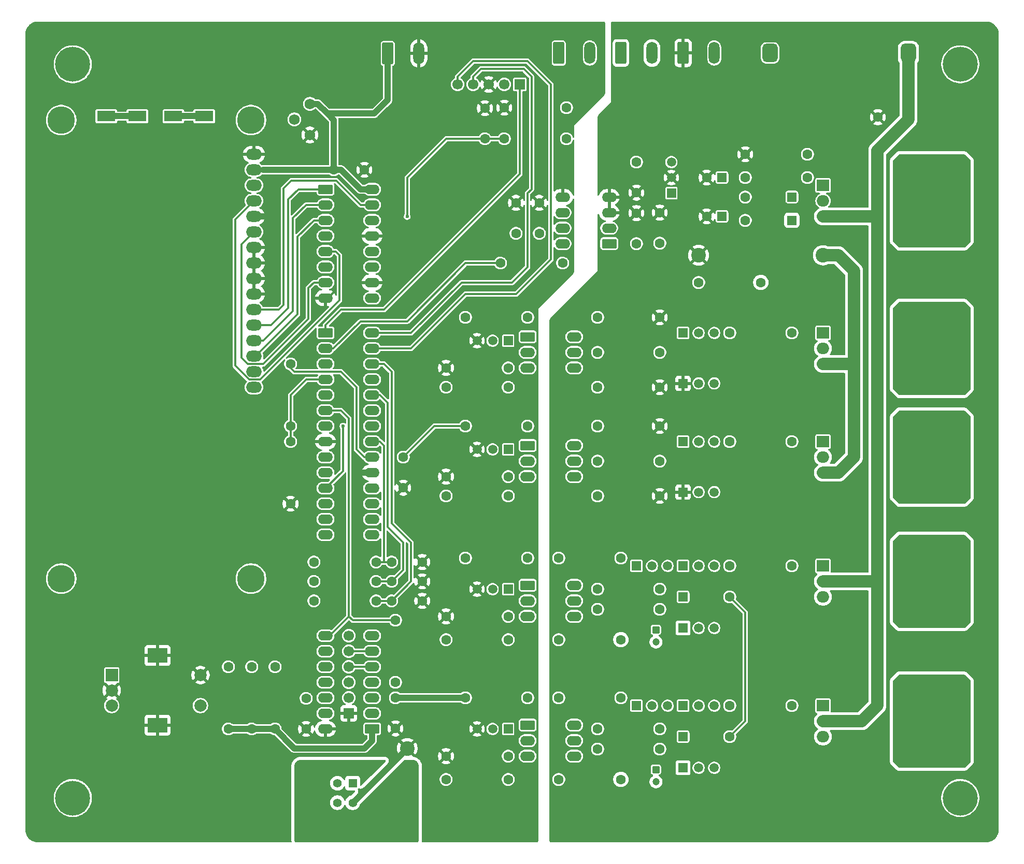
<source format=gbr>
%TF.GenerationSoftware,KiCad,Pcbnew,9.0.2*%
%TF.CreationDate,2025-07-13T15:59:37+02:00*%
%TF.ProjectId,Motor Control,4d6f746f-7220-4436-9f6e-74726f6c2e6b,1.0*%
%TF.SameCoordinates,Original*%
%TF.FileFunction,Copper,L1,Top*%
%TF.FilePolarity,Positive*%
%FSLAX46Y46*%
G04 Gerber Fmt 4.6, Leading zero omitted, Abs format (unit mm)*
G04 Created by KiCad (PCBNEW 9.0.2) date 2025-07-13 15:59:37*
%MOMM*%
%LPD*%
G01*
G04 APERTURE LIST*
G04 Aperture macros list*
%AMRoundRect*
0 Rectangle with rounded corners*
0 $1 Rounding radius*
0 $2 $3 $4 $5 $6 $7 $8 $9 X,Y pos of 4 corners*
0 Add a 4 corners polygon primitive as box body*
4,1,4,$2,$3,$4,$5,$6,$7,$8,$9,$2,$3,0*
0 Add four circle primitives for the rounded corners*
1,1,$1+$1,$2,$3*
1,1,$1+$1,$4,$5*
1,1,$1+$1,$6,$7*
1,1,$1+$1,$8,$9*
0 Add four rect primitives between the rounded corners*
20,1,$1+$1,$2,$3,$4,$5,0*
20,1,$1+$1,$4,$5,$6,$7,0*
20,1,$1+$1,$6,$7,$8,$9,0*
20,1,$1+$1,$8,$9,$2,$3,0*%
G04 Aperture macros list end*
%TA.AperFunction,ComponentPad*%
%ADD10C,1.600000*%
%TD*%
%TA.AperFunction,ComponentPad*%
%ADD11R,2.000000X1.905000*%
%TD*%
%TA.AperFunction,ComponentPad*%
%ADD12C,4.500000*%
%TD*%
%TA.AperFunction,ComponentPad*%
%ADD13O,2.000000X1.905000*%
%TD*%
%TA.AperFunction,ComponentPad*%
%ADD14R,1.500000X1.500000*%
%TD*%
%TA.AperFunction,ComponentPad*%
%ADD15C,1.500000*%
%TD*%
%TA.AperFunction,ComponentPad*%
%ADD16R,1.700000X1.700000*%
%TD*%
%TA.AperFunction,ComponentPad*%
%ADD17C,1.700000*%
%TD*%
%TA.AperFunction,ComponentPad*%
%ADD18R,2.000000X2.000000*%
%TD*%
%TA.AperFunction,ComponentPad*%
%ADD19C,2.000000*%
%TD*%
%TA.AperFunction,ComponentPad*%
%ADD20R,3.200000X2.400000*%
%TD*%
%TA.AperFunction,ComponentPad*%
%ADD21RoundRect,0.250000X-0.950000X-0.550000X0.950000X-0.550000X0.950000X0.550000X-0.950000X0.550000X0*%
%TD*%
%TA.AperFunction,ComponentPad*%
%ADD22O,2.400000X1.600000*%
%TD*%
%TA.AperFunction,ComponentPad*%
%ADD23RoundRect,0.250000X-0.650000X-1.550000X0.650000X-1.550000X0.650000X1.550000X-0.650000X1.550000X0*%
%TD*%
%TA.AperFunction,ComponentPad*%
%ADD24O,1.800000X3.600000*%
%TD*%
%TA.AperFunction,ComponentPad*%
%ADD25C,2.400000*%
%TD*%
%TA.AperFunction,ComponentPad*%
%ADD26RoundRect,0.250000X-0.550000X-0.550000X0.550000X-0.550000X0.550000X0.550000X-0.550000X0.550000X0*%
%TD*%
%TA.AperFunction,ComponentPad*%
%ADD27RoundRect,0.250000X-0.350000X0.350000X-0.350000X-0.350000X0.350000X-0.350000X0.350000X0.350000X0*%
%TD*%
%TA.AperFunction,ComponentPad*%
%ADD28C,1.200000*%
%TD*%
%TA.AperFunction,ComponentPad*%
%ADD29C,1.750000*%
%TD*%
%TA.AperFunction,ComponentPad*%
%ADD30O,2.600000X1.800000*%
%TD*%
%TA.AperFunction,ComponentPad*%
%ADD31R,3.000000X1.800000*%
%TD*%
%TA.AperFunction,SMDPad,CuDef*%
%ADD32R,3.000000X1.000000*%
%TD*%
%TA.AperFunction,ComponentPad*%
%ADD33RoundRect,0.250000X0.550000X0.550000X-0.550000X0.550000X-0.550000X-0.550000X0.550000X-0.550000X0*%
%TD*%
%TA.AperFunction,ComponentPad*%
%ADD34RoundRect,0.250000X0.950000X0.550000X-0.950000X0.550000X-0.950000X-0.550000X0.950000X-0.550000X0*%
%TD*%
%TA.AperFunction,ComponentPad*%
%ADD35C,3.600000*%
%TD*%
%TA.AperFunction,ConnectorPad*%
%ADD36C,5.700000*%
%TD*%
%TA.AperFunction,ComponentPad*%
%ADD37R,1.400000X1.400000*%
%TD*%
%TA.AperFunction,ComponentPad*%
%ADD38C,1.400000*%
%TD*%
%TA.AperFunction,ComponentPad*%
%ADD39C,3.000000*%
%TD*%
%TA.AperFunction,ComponentPad*%
%ADD40RoundRect,0.625000X-0.625000X-0.875000X0.625000X-0.875000X0.625000X0.875000X-0.625000X0.875000X0*%
%TD*%
%TA.AperFunction,ViaPad*%
%ADD41C,0.600000*%
%TD*%
%TA.AperFunction,Conductor*%
%ADD42C,1.000000*%
%TD*%
%TA.AperFunction,Conductor*%
%ADD43C,0.350000*%
%TD*%
%TA.AperFunction,Conductor*%
%ADD44C,2.000000*%
%TD*%
G04 APERTURE END LIST*
D10*
%TO.P,R314,1*%
%TO.N,Net-(R311-Pad1)*%
X112395000Y-110490000D03*
%TO.P,R314,2*%
%TO.N,/Disp & encoder/SWA*%
X122555000Y-110490000D03*
%TD*%
D11*
%TO.P,Q130,1,G*%
%TO.N,Net-(Q130-G)*%
X195580000Y-87630000D03*
D12*
%TO.P,Q130,2,D*%
%TO.N,/H Bridge/Out_{1}*%
X212240000Y-90170000D03*
D13*
X195580000Y-90170000D03*
%TO.P,Q130,3,S*%
%TO.N,/H Bridge/GNDPWR_{out}*%
X195580000Y-92710000D03*
%TD*%
D10*
%TO.P,R900,1*%
%TO.N,Net-(D901-A)*%
X193040000Y-40640000D03*
%TO.P,R900,2*%
%TO.N,GNDPWR*%
X182880000Y-40640000D03*
%TD*%
D14*
%TO.P,Q121,1,C*%
%TO.N,Net-(Q121-C)*%
X165100000Y-107950000D03*
D15*
%TO.P,Q121,2,B*%
%TO.N,Net-(Q121-B)*%
X167640000Y-107950000D03*
%TO.P,Q121,3,E*%
%TO.N,Net-(D120-K)*%
X170180000Y-107950000D03*
%TD*%
D10*
%TO.P,R221,1*%
%TO.N,GNDD*%
X133985000Y-116205000D03*
%TO.P,R221,2*%
%TO.N,Net-(Q220-B)*%
X144145000Y-116205000D03*
%TD*%
D14*
%TO.P,Q210,1,C*%
%TO.N,Net-(Q210-C)*%
X144145000Y-134620000D03*
D15*
%TO.P,Q210,2,B*%
%TO.N,Net-(Q210-B)*%
X141605000Y-134620000D03*
%TO.P,Q210,3,E*%
%TO.N,GNDD*%
X139065000Y-134620000D03*
%TD*%
D16*
%TO.P,J410,1,Pin_1*%
%TO.N,GNDD*%
X118110000Y-132080000D03*
D17*
%TO.P,J410,2,Pin_2*%
%TO.N,unconnected-(J410-Pin_2-Pad2)*%
X118110000Y-129540000D03*
%TO.P,J410,3,Pin_3*%
%TO.N,+5V*%
X118110000Y-127000000D03*
%TO.P,J410,4,Pin_4*%
%TO.N,uRX*%
X118110000Y-124460000D03*
%TO.P,J410,5,Pin_5*%
%TO.N,uTX*%
X118110000Y-121920000D03*
%TO.P,J410,6,Pin_6*%
%TO.N,unconnected-(J410-Pin_6-Pad6)*%
X118110000Y-119380000D03*
%TD*%
D10*
%TO.P,R130,1*%
%TO.N,Net-(Q131-E)*%
X180340000Y-87630000D03*
%TO.P,R130,2*%
%TO.N,Net-(Q130-G)*%
X190500000Y-87630000D03*
%TD*%
%TO.P,C906,1*%
%TO.N,+5V*%
X149225000Y-53570000D03*
%TO.P,C906,2*%
%TO.N,GNDD*%
X149225000Y-48570000D03*
%TD*%
D18*
%TO.P,SW310,A,A*%
%TO.N,Net-(R311-Pad1)*%
X79375000Y-125810000D03*
D19*
%TO.P,SW310,B,B*%
%TO.N,Net-(R312-Pad1)*%
X79375000Y-130810000D03*
%TO.P,SW310,C,C*%
%TO.N,GNDD*%
X79375000Y-128310000D03*
D20*
%TO.P,SW310,MP,MP*%
X86875000Y-122610000D03*
X86875000Y-134010000D03*
D19*
%TO.P,SW310,S1,S1*%
%TO.N,Net-(R310-Pad1)*%
X93875000Y-130810000D03*
%TO.P,SW310,S2,S2*%
%TO.N,GNDD*%
X93875000Y-125810000D03*
%TD*%
D21*
%TO.P,U210,1*%
%TO.N,Net-(R210-Pad1)*%
X147320000Y-133985000D03*
D22*
%TO.P,U210,2*%
%TO.N,Net-(Q210-C)*%
X147320000Y-136525000D03*
%TO.P,U210,3,NC*%
%TO.N,unconnected-(U210-NC-Pad3)*%
X147320000Y-139065000D03*
%TO.P,U210,4*%
%TO.N,Net-(Q111-C)*%
X154940000Y-139065000D03*
%TO.P,U210,5*%
%TO.N,Net-(Q111-B)*%
X154940000Y-136525000D03*
%TO.P,U210,6*%
%TO.N,Net-(R111-Pad1)*%
X154940000Y-133985000D03*
%TD*%
D10*
%TO.P,R901,1*%
%TO.N,+12V*%
X193040000Y-44450000D03*
%TO.P,R901,2*%
%TO.N,Net-(D901-A)*%
X182880000Y-44450000D03*
%TD*%
%TO.P,R902,1*%
%TO.N,Net-(U902-V_{IN+})*%
X175260000Y-61595000D03*
%TO.P,R902,2*%
%TO.N,/H Bridge/GNDPWR_{out}*%
X185420000Y-61595000D03*
%TD*%
%TO.P,R212,1*%
%TO.N,/H Bridge/P1B*%
X133985000Y-142875000D03*
%TO.P,R212,2*%
%TO.N,Net-(Q210-B)*%
X144145000Y-142875000D03*
%TD*%
%TO.P,R141,1*%
%TO.N,Net-(R141-Pad1)*%
X158750000Y-67310000D03*
%TO.P,R141,2*%
%TO.N,GNDPWR*%
X168910000Y-67310000D03*
%TD*%
%TO.P,R143,1*%
%TO.N,GNDPWR*%
X168910000Y-78740000D03*
%TO.P,R143,2*%
%TO.N,Net-(R142-Pad1)*%
X158750000Y-78740000D03*
%TD*%
D23*
%TO.P,J1,1,Pin_1*%
%TO.N,+5V*%
X124460000Y-24130000D03*
D24*
%TO.P,J1,2,Pin_2*%
%TO.N,GNDD*%
X129540000Y-24130000D03*
%TD*%
D10*
%TO.P,R210,1*%
%TO.N,Net-(R210-Pad1)*%
X147320000Y-129540000D03*
%TO.P,R210,2*%
%TO.N,+5V*%
X137160000Y-129540000D03*
%TD*%
%TO.P,C411,1*%
%TO.N,+5V*%
X125730000Y-129540000D03*
%TO.P,C411,2*%
%TO.N,GNDD*%
X125730000Y-134540000D03*
%TD*%
D21*
%TO.P,U220,1*%
%TO.N,Net-(R220-Pad1)*%
X147320000Y-111125000D03*
D22*
%TO.P,U220,2*%
%TO.N,Net-(Q220-C)*%
X147320000Y-113665000D03*
%TO.P,U220,3,NC*%
%TO.N,unconnected-(U220-NC-Pad3)*%
X147320000Y-116205000D03*
%TO.P,U220,4*%
%TO.N,Net-(Q121-C)*%
X154940000Y-116205000D03*
%TO.P,U220,5*%
%TO.N,Net-(Q121-B)*%
X154940000Y-113665000D03*
%TO.P,U220,6*%
%TO.N,Net-(R121-Pad1)*%
X154940000Y-111125000D03*
%TD*%
D10*
%TO.P,R311,1*%
%TO.N,Net-(R311-Pad1)*%
X102235000Y-124460000D03*
%TO.P,R311,2*%
%TO.N,+5V*%
X102235000Y-134620000D03*
%TD*%
D25*
%TO.P,L410,1*%
%TO.N,Net-(J411-Shield)*%
X127645000Y-150495000D03*
%TO.P,L410,2*%
%TO.N,GNDD*%
X127645000Y-137795000D03*
%TD*%
D26*
%TO.P,D120,1,K*%
%TO.N,Net-(D120-K)*%
X172720000Y-113030000D03*
D10*
%TO.P,D120,2,A*%
%TO.N,+12V*%
X180340000Y-113030000D03*
%TD*%
%TO.P,R122,1*%
%TO.N,Net-(Q122-B)*%
X168910000Y-111760000D03*
%TO.P,R122,2*%
%TO.N,Net-(Q121-C)*%
X158750000Y-111760000D03*
%TD*%
%TO.P,R123,1*%
%TO.N,Net-(D120-K)*%
X168910000Y-115062000D03*
%TO.P,R123,2*%
%TO.N,Net-(Q121-B)*%
X158750000Y-115062000D03*
%TD*%
D27*
%TO.P,C120,1*%
%TO.N,Net-(D120-K)*%
X168275000Y-118407401D03*
D28*
%TO.P,C120,2*%
%TO.N,/H Bridge/Out_{2}*%
X168275000Y-120407401D03*
%TD*%
D10*
%TO.P,R124,1*%
%TO.N,Net-(Q121-C)*%
X152400000Y-120015000D03*
%TO.P,R124,2*%
%TO.N,/H Bridge/Out_{2}*%
X162560000Y-120015000D03*
%TD*%
%TO.P,R315,1*%
%TO.N,Net-(R312-Pad1)*%
X112395000Y-113665000D03*
%TO.P,R315,2*%
%TO.N,/Disp & encoder/SWB*%
X122555000Y-113665000D03*
%TD*%
%TO.P,R114,1*%
%TO.N,Net-(Q111-C)*%
X152400000Y-142875000D03*
%TO.P,R114,2*%
%TO.N,/H Bridge/Out_{1}*%
X162560000Y-142875000D03*
%TD*%
%TO.P,R220,1*%
%TO.N,Net-(R220-Pad1)*%
X147320000Y-106680000D03*
%TO.P,R220,2*%
%TO.N,+5V*%
X137160000Y-106680000D03*
%TD*%
%TO.P,R251,1*%
%TO.N,GNDD*%
X143510000Y-33020000D03*
%TO.P,R251,2*%
%TO.N,Net-(J6-Pin_2)*%
X153670000Y-33020000D03*
%TD*%
D29*
%TO.P,R300,1,1*%
%TO.N,GNDD*%
X111760000Y-37465000D03*
%TO.P,R300,2,2*%
%TO.N,Net-(DS300-VO)*%
X109220000Y-34925000D03*
%TO.P,R300,3,3*%
%TO.N,+5V*%
X111760000Y-32385000D03*
%TD*%
D12*
%TO.P,DS300,*%
%TO.N,*%
X102120000Y-35040000D03*
X71120000Y-35040000D03*
X102120000Y-110040000D03*
X71120000Y-110040000D03*
D30*
%TO.P,DS300,1,VSS*%
%TO.N,GNDD*%
X102620000Y-40640000D03*
%TO.P,DS300,2,VDD*%
%TO.N,+5V*%
X102620000Y-43180000D03*
%TO.P,DS300,3,VO*%
%TO.N,Net-(DS300-VO)*%
X102620000Y-45720000D03*
%TO.P,DS300,4,RS*%
%TO.N,Net-(DS300-RS)*%
X102620000Y-48260000D03*
%TO.P,DS300,5,R/W*%
%TO.N,GNDD*%
X102620000Y-50800000D03*
%TO.P,DS300,6,E*%
%TO.N,Net-(DS300-E)*%
X102620000Y-53340000D03*
%TO.P,DS300,7,D0*%
%TO.N,GNDD*%
X102620000Y-55880000D03*
%TO.P,DS300,8,D1*%
X102620000Y-58420000D03*
%TO.P,DS300,9,D2*%
X102620000Y-60960000D03*
%TO.P,DS300,10,D3*%
X102620000Y-63500000D03*
%TO.P,DS300,11,D4*%
%TO.N,Net-(DS300-D4)*%
X102620000Y-66040000D03*
%TO.P,DS300,12,D5*%
%TO.N,Net-(DS300-D5)*%
X102620000Y-68580000D03*
%TO.P,DS300,13,D6*%
%TO.N,Net-(DS300-D6)*%
X102620000Y-71120000D03*
%TO.P,DS300,14,D7*%
%TO.N,Net-(DS300-D7)*%
X102620000Y-73660000D03*
%TO.P,DS300,15,LED(+)*%
%TO.N,unconnected-(DS300-LED(+)-Pad15)*%
X102620000Y-76200000D03*
%TO.P,DS300,16,LED(-)*%
%TO.N,unconnected-(DS300-LED(-)-Pad16)*%
X102620000Y-78740000D03*
D31*
%TO.P,DS300,17*%
%TO.N,N/C*%
X94480000Y-34400000D03*
D32*
X91940000Y-34400000D03*
D31*
X89440000Y-34400000D03*
%TO.P,DS300,18*%
X83560000Y-34400000D03*
D32*
X81020000Y-34400000D03*
D31*
X78480000Y-34400000D03*
%TD*%
D10*
%TO.P,R113,1*%
%TO.N,Net-(D110-K)*%
X168910000Y-137922000D03*
%TO.P,R113,2*%
%TO.N,Net-(Q111-B)*%
X158750000Y-137922000D03*
%TD*%
%TO.P,R110,1*%
%TO.N,Net-(Q112-E)*%
X180340000Y-130810000D03*
%TO.P,R110,2*%
%TO.N,Net-(Q110-G)*%
X190500000Y-130810000D03*
%TD*%
%TO.P,R401,1*%
%TO.N,GNDD*%
X108585000Y-97790000D03*
%TO.P,R401,2*%
%TO.N,Net-(U400-RA2)*%
X108585000Y-87630000D03*
%TD*%
D21*
%TO.P,U400,1,~{MCLR}/VPP/RE3*%
%TO.N,V_{PP}*%
X114300000Y-69850000D03*
D22*
%TO.P,U400,2,RA0*%
%TO.N,/MCU & USB/AN0*%
X114300000Y-72390000D03*
%TO.P,U400,3,RA1*%
%TO.N,unconnected-(U400-RA1-Pad3)*%
X114300000Y-74930000D03*
%TO.P,U400,4,RA2*%
%TO.N,Net-(U400-RA2)*%
X114300000Y-77470000D03*
%TO.P,U400,5,RA3*%
%TO.N,unconnected-(U400-RA3-Pad5)*%
X114300000Y-80010000D03*
%TO.P,U400,6,RA4*%
%TO.N,RA4*%
X114300000Y-82550000D03*
%TO.P,U400,7,RA5*%
%TO.N,~{SS}*%
X114300000Y-85090000D03*
%TO.P,U400,8,VSS*%
%TO.N,GNDD*%
X114300000Y-87630000D03*
%TO.P,U400,9,RA7/OSC1_CLKIN*%
%TO.N,unconnected-(U400-RA7{slash}OSC1_CLKIN-Pad9)*%
X114300000Y-90170000D03*
%TO.P,U400,10,RA6/OSC2_CLKOUT*%
%TO.N,unconnected-(U400-RA6{slash}OSC2_CLKOUT-Pad10)*%
X114300000Y-92710000D03*
%TO.P,U400,11,RC0/SOSCO*%
%TO.N,T1CLK*%
X114300000Y-95250000D03*
%TO.P,U400,12,RC1/SOSCI*%
%TO.N,/Disp & encoder/DISP*%
X114300000Y-97790000D03*
%TO.P,U400,13,RC2*%
%TO.N,/H Bridge/P1A*%
X114300000Y-100330000D03*
%TO.P,U400,14,RC3*%
%TO.N,/Disp & encoder/SCL*%
X114300000Y-102870000D03*
%TO.P,U400,15,RC4*%
%TO.N,/Disp & encoder/SDA{slash}SDI*%
X121920000Y-102870000D03*
%TO.P,U400,16,RC5*%
%TO.N,/Disp & encoder/SDO*%
X121920000Y-100330000D03*
%TO.P,U400,17,RC6*%
%TO.N,uTX*%
X121920000Y-97790000D03*
%TO.P,U400,18,RC7*%
%TO.N,uRX*%
X121920000Y-95250000D03*
%TO.P,U400,19,VSS*%
%TO.N,GNDD*%
X121920000Y-92710000D03*
%TO.P,U400,20,VDD*%
%TO.N,+5V*%
X121920000Y-90170000D03*
%TO.P,U400,21,RB0*%
%TO.N,/Disp & encoder/SWS*%
X121920000Y-87630000D03*
%TO.P,U400,22,RB1*%
%TO.N,/H Bridge/P1D*%
X121920000Y-85090000D03*
%TO.P,U400,23,RB2*%
%TO.N,/H Bridge/P1B*%
X121920000Y-82550000D03*
%TO.P,U400,24,RB3*%
%TO.N,/Disp & encoder/SWA*%
X121920000Y-80010000D03*
%TO.P,U400,25,RB4*%
%TO.N,/H Bridge/P1C*%
X121920000Y-77470000D03*
%TO.P,U400,26,RB5*%
%TO.N,/Disp & encoder/SWB*%
X121920000Y-74930000D03*
%TO.P,U400,27,RB6/PGC*%
%TO.N,PGC*%
X121920000Y-72390000D03*
%TO.P,U400,28,RB7/PGD*%
%TO.N,PGD*%
X121920000Y-69850000D03*
%TD*%
D10*
%TO.P,R240,1*%
%TO.N,Net-(R240-Pad1)*%
X147320000Y-67310000D03*
%TO.P,R240,2*%
%TO.N,+5V*%
X137160000Y-67310000D03*
%TD*%
%TO.P,C410,1*%
%TO.N,Net-(U410-VUSB)*%
X111125000Y-129620000D03*
%TO.P,C410,2*%
%TO.N,GNDD*%
X111125000Y-134620000D03*
%TD*%
D33*
%TO.P,C900,1*%
%TO.N,+24V*%
X209550000Y-34570000D03*
D10*
%TO.P,C900,2*%
%TO.N,GNDPWR*%
X204550000Y-34570000D03*
%TD*%
D11*
%TO.P,Q120,1,G*%
%TO.N,Net-(Q120-G)*%
X195580000Y-107950000D03*
D12*
%TO.P,Q120,2,D*%
%TO.N,+24V*%
X212240000Y-110490000D03*
D13*
X195580000Y-110490000D03*
%TO.P,Q120,3,S*%
%TO.N,/H Bridge/Out_{2}*%
X195580000Y-113030000D03*
%TD*%
D10*
%TO.P,R241,1*%
%TO.N,GNDD*%
X133985000Y-75565000D03*
%TO.P,R241,2*%
%TO.N,Net-(Q240-B)*%
X144145000Y-75565000D03*
%TD*%
D23*
%TO.P,J5,1,Pin_1*%
%TO.N,GNDPWR*%
X172720000Y-24070000D03*
D24*
%TO.P,J5,2,Pin_2*%
%TO.N,Net-(J5-Pin_2)*%
X177800000Y-24070000D03*
%TD*%
D10*
%TO.P,R132,1*%
%TO.N,Net-(R132-Pad1)*%
X158750000Y-90805000D03*
%TO.P,R132,2*%
%TO.N,Net-(Q131-B)*%
X168910000Y-90805000D03*
%TD*%
D33*
%TO.P,D901,1,K*%
%TO.N,+12V*%
X190500000Y-47625000D03*
D10*
%TO.P,D901,2,A*%
%TO.N,Net-(D901-A)*%
X182880000Y-47625000D03*
%TD*%
%TO.P,R133,1*%
%TO.N,GNDPWR*%
X168910000Y-96520000D03*
%TO.P,R133,2*%
%TO.N,Net-(R132-Pad1)*%
X158750000Y-96520000D03*
%TD*%
%TO.P,R230,1*%
%TO.N,Net-(R230-Pad1)*%
X147320000Y-85090000D03*
%TO.P,R230,2*%
%TO.N,+5V*%
X137160000Y-85090000D03*
%TD*%
%TO.P,R313,1*%
%TO.N,/Disp & encoder/SWS*%
X122555000Y-107315000D03*
%TO.P,R313,2*%
%TO.N,Net-(R310-Pad1)*%
X112395000Y-107315000D03*
%TD*%
D21*
%TO.P,U300,1,QB*%
%TO.N,Net-(DS300-D5)*%
X114300000Y-46355000D03*
D22*
%TO.P,U300,2,QC*%
%TO.N,Net-(DS300-D6)*%
X114300000Y-48895000D03*
%TO.P,U300,3,QD*%
%TO.N,Net-(DS300-D7)*%
X114300000Y-51435000D03*
%TO.P,U300,4,QE*%
%TO.N,unconnected-(U300-QE-Pad4)*%
X114300000Y-53975000D03*
%TO.P,U300,5,QF*%
%TO.N,Net-(DS300-RS)*%
X114300000Y-56515000D03*
%TO.P,U300,6,QG*%
%TO.N,unconnected-(U300-QG-Pad6)*%
X114300000Y-59055000D03*
%TO.P,U300,7,QH*%
%TO.N,Net-(DS300-E)*%
X114300000Y-61595000D03*
%TO.P,U300,8,GND*%
%TO.N,GNDD*%
X114300000Y-64135000D03*
%TO.P,U300,9,QH'*%
%TO.N,/Disp & encoder/SDA{slash}SDI*%
X121920000Y-64135000D03*
%TO.P,U300,10,~{SRCLR}*%
%TO.N,GNDD*%
X121920000Y-61595000D03*
%TO.P,U300,11,SRCLK*%
%TO.N,/Disp & encoder/SCL*%
X121920000Y-59055000D03*
%TO.P,U300,12,RCLK*%
%TO.N,/Disp & encoder/DISP*%
X121920000Y-56515000D03*
%TO.P,U300,13,~{OE}*%
%TO.N,GNDD*%
X121920000Y-53975000D03*
%TO.P,U300,14,SER*%
%TO.N,/Disp & encoder/SDO*%
X121920000Y-51435000D03*
%TO.P,U300,15,QA*%
%TO.N,Net-(DS300-D4)*%
X121920000Y-48895000D03*
%TO.P,U300,16,VCC*%
%TO.N,+5V*%
X121920000Y-46355000D03*
%TD*%
D10*
%TO.P,C400,1*%
%TO.N,+5V*%
X127000000Y-90170000D03*
%TO.P,C400,2*%
%TO.N,GNDD*%
X127000000Y-95170000D03*
%TD*%
%TO.P,C312,1*%
%TO.N,/Disp & encoder/SWB*%
X125095000Y-113665000D03*
%TO.P,C312,2*%
%TO.N,GNDD*%
X130095000Y-113665000D03*
%TD*%
D33*
%TO.P,C901,1*%
%TO.N,Net-(D901-A)*%
X179070000Y-44450000D03*
D10*
%TO.P,C901,2*%
%TO.N,GNDPWR*%
X176570000Y-44450000D03*
%TD*%
D14*
%TO.P,Q220,1,C*%
%TO.N,Net-(Q220-C)*%
X144145000Y-111760000D03*
D15*
%TO.P,Q220,2,B*%
%TO.N,Net-(Q220-B)*%
X141605000Y-111760000D03*
%TO.P,Q220,3,E*%
%TO.N,GNDD*%
X139065000Y-111760000D03*
%TD*%
D34*
%TO.P,U410,1,VDD*%
%TO.N,+5V*%
X121920000Y-134620000D03*
D22*
%TO.P,U410,2,GP0*%
%TO.N,unconnected-(U410-GP0-Pad2)*%
X121920000Y-132080000D03*
%TO.P,U410,3,GP1*%
%TO.N,unconnected-(U410-GP1-Pad3)*%
X121920000Y-129540000D03*
%TO.P,U410,4,~{RST}*%
%TO.N,+5V*%
X121920000Y-127000000D03*
%TO.P,U410,5,URx*%
%TO.N,uRX*%
X121920000Y-124460000D03*
%TO.P,U410,6,UTx*%
%TO.N,uTX*%
X121920000Y-121920000D03*
%TO.P,U410,7,GP2*%
%TO.N,unconnected-(U410-GP2-Pad7)*%
X121920000Y-119380000D03*
%TO.P,U410,8,GP3*%
%TO.N,RA4*%
X114300000Y-119380000D03*
%TO.P,U410,9,SDA*%
%TO.N,unconnected-(U410-SDA-Pad9)*%
X114300000Y-121920000D03*
%TO.P,U410,10,SCL*%
%TO.N,unconnected-(U410-SCL-Pad10)*%
X114300000Y-124460000D03*
%TO.P,U410,11,VUSB*%
%TO.N,Net-(U410-VUSB)*%
X114300000Y-127000000D03*
%TO.P,U410,12,D-*%
%TO.N,Net-(J411-D-)*%
X114300000Y-129540000D03*
%TO.P,U410,13,D+*%
%TO.N,Net-(J411-D+)*%
X114300000Y-132080000D03*
%TO.P,U410,14,VSS*%
%TO.N,GNDD*%
X114300000Y-134620000D03*
%TD*%
D10*
%TO.P,R121,1*%
%TO.N,Net-(R121-Pad1)*%
X152400000Y-106680000D03*
%TO.P,R121,2*%
%TO.N,Net-(Q121-C)*%
X162560000Y-106680000D03*
%TD*%
%TO.P,C907,1*%
%TO.N,/MCU & USB/AN0*%
X145415000Y-53570000D03*
%TO.P,C907,2*%
%TO.N,GNDD*%
X145415000Y-48570000D03*
%TD*%
%TO.P,C903,1*%
%TO.N,+12V*%
X165100000Y-41910000D03*
%TO.P,C903,2*%
%TO.N,GNDPWR*%
X165100000Y-46910000D03*
%TD*%
%TO.P,C905,1*%
%TO.N,Net-(U902-V_{IN+})*%
X165100000Y-55245000D03*
%TO.P,C905,2*%
%TO.N,GNDPWR*%
X165100000Y-50245000D03*
%TD*%
%TO.P,C311,1*%
%TO.N,/Disp & encoder/SWA*%
X125095000Y-110490000D03*
%TO.P,C311,2*%
%TO.N,GNDD*%
X130095000Y-110490000D03*
%TD*%
D27*
%TO.P,C110,1*%
%TO.N,Net-(D110-K)*%
X168275000Y-141267401D03*
D28*
%TO.P,C110,2*%
%TO.N,/H Bridge/Out_{1}*%
X168275000Y-143267401D03*
%TD*%
D35*
%TO.P,REF\u002A\u002A,1*%
%TO.N,N/C*%
X73010000Y-145920000D03*
D36*
X73010000Y-145920000D03*
%TD*%
D10*
%TO.P,R112,1*%
%TO.N,Net-(Q112-B)*%
X168910000Y-134620000D03*
%TO.P,R112,2*%
%TO.N,Net-(Q111-C)*%
X158750000Y-134620000D03*
%TD*%
D35*
%TO.P,REF\u002A\u002A,1*%
%TO.N,N/C*%
X218010000Y-145920000D03*
D36*
X218010000Y-145920000D03*
%TD*%
D11*
%TO.P,Q110,1,G*%
%TO.N,Net-(Q110-G)*%
X195580000Y-130810000D03*
D12*
%TO.P,Q110,2,D*%
%TO.N,+24V*%
X212240000Y-133350000D03*
D13*
X195580000Y-133350000D03*
%TO.P,Q110,3,S*%
%TO.N,/H Bridge/Out_{1}*%
X195580000Y-135890000D03*
%TD*%
D10*
%TO.P,C310,1*%
%TO.N,/Disp & encoder/SWS*%
X125095000Y-107315000D03*
%TO.P,C310,2*%
%TO.N,GNDD*%
X130095000Y-107315000D03*
%TD*%
%TO.P,R232,1*%
%TO.N,/H Bridge/P1A*%
X133985000Y-96520000D03*
%TO.P,R232,2*%
%TO.N,Net-(Q230-B)*%
X144145000Y-96520000D03*
%TD*%
D35*
%TO.P,REF\u002A\u002A,1*%
%TO.N,N/C*%
X73010000Y-25920000D03*
D36*
X73010000Y-25920000D03*
%TD*%
D23*
%TO.P,J4,1,Pin_1*%
%TO.N,/H Bridge/Out_{2}*%
X162560000Y-24070000D03*
D24*
%TO.P,J4,2,Pin_2*%
%TO.N,/H Bridge/Out_{1}*%
X167640000Y-24070000D03*
%TD*%
D14*
%TO.P,Q142,1,C*%
%TO.N,GNDPWR*%
X172720000Y-78105000D03*
D15*
%TO.P,Q142,2,B*%
%TO.N,Net-(Q141-B)*%
X175260000Y-78105000D03*
%TO.P,Q142,3,E*%
%TO.N,Net-(Q141-E)*%
X177800000Y-78105000D03*
%TD*%
D11*
%TO.P,Q140,1,G*%
%TO.N,Net-(Q140-G)*%
X195580000Y-69850000D03*
D12*
%TO.P,Q140,2,D*%
%TO.N,/H Bridge/Out_{2}*%
X212240000Y-72390000D03*
D13*
X195580000Y-72390000D03*
%TO.P,Q140,3,S*%
%TO.N,/H Bridge/GNDPWR_{out}*%
X195580000Y-74930000D03*
%TD*%
D10*
%TO.P,R250,1*%
%TO.N,Net-(J6-Pin_2)*%
X153670000Y-38100000D03*
%TO.P,R250,2*%
%TO.N,T1CLK*%
X143510000Y-38100000D03*
%TD*%
%TO.P,R140,1*%
%TO.N,Net-(Q141-E)*%
X180340000Y-69850000D03*
%TO.P,R140,2*%
%TO.N,Net-(Q140-G)*%
X190500000Y-69850000D03*
%TD*%
D25*
%TO.P,R000,1*%
%TO.N,GNDPWR*%
X175260000Y-57150000D03*
%TO.P,R000,2*%
%TO.N,/H Bridge/GNDPWR_{out}*%
X195580000Y-57150000D03*
%TD*%
D10*
%TO.P,R142,1*%
%TO.N,Net-(R142-Pad1)*%
X158750000Y-73025000D03*
%TO.P,R142,2*%
%TO.N,Net-(Q141-B)*%
X168910000Y-73025000D03*
%TD*%
D35*
%TO.P,REF\u002A\u002A,1*%
%TO.N,N/C*%
X218010000Y-25920000D03*
D36*
X218010000Y-25920000D03*
%TD*%
D10*
%TO.P,C904,1*%
%TO.N,Net-(U901-VO)*%
X168910000Y-55165000D03*
%TO.P,C904,2*%
%TO.N,GNDPWR*%
X168910000Y-50165000D03*
%TD*%
D14*
%TO.P,Q131,1,C*%
%TO.N,+12V*%
X172720000Y-87630000D03*
D15*
%TO.P,Q131,2,B*%
%TO.N,Net-(Q131-B)*%
X175260000Y-87630000D03*
%TO.P,Q131,3,E*%
%TO.N,Net-(Q131-E)*%
X177800000Y-87630000D03*
%TD*%
D10*
%TO.P,R410,1*%
%TO.N,RA4*%
X125730000Y-116840000D03*
%TO.P,R410,2*%
%TO.N,+5V*%
X125730000Y-127000000D03*
%TD*%
%TO.P,R903,1*%
%TO.N,/MCU & USB/AN0*%
X142875000Y-58420000D03*
%TO.P,R903,2*%
%TO.N,Net-(U902-V_{OUT})*%
X153035000Y-58420000D03*
%TD*%
%TO.P,R111,1*%
%TO.N,Net-(R111-Pad1)*%
X152400000Y-129540000D03*
%TO.P,R111,2*%
%TO.N,Net-(Q111-C)*%
X162560000Y-129540000D03*
%TD*%
%TO.P,R312,1*%
%TO.N,Net-(R312-Pad1)*%
X106045000Y-124460000D03*
%TO.P,R312,2*%
%TO.N,+5V*%
X106045000Y-134620000D03*
%TD*%
%TO.P,R242,1*%
%TO.N,/H Bridge/P1C*%
X133985000Y-78740000D03*
%TO.P,R242,2*%
%TO.N,Net-(Q240-B)*%
X144145000Y-78740000D03*
%TD*%
D26*
%TO.P,D110,1,K*%
%TO.N,Net-(D110-K)*%
X172720000Y-135890000D03*
D10*
%TO.P,D110,2,A*%
%TO.N,+12V*%
X180340000Y-135890000D03*
%TD*%
D14*
%TO.P,Q123,1,C*%
%TO.N,/H Bridge/Out_{2}*%
X172720000Y-118110000D03*
D15*
%TO.P,Q123,2,B*%
%TO.N,Net-(Q122-B)*%
X175260000Y-118110000D03*
%TO.P,Q123,3,E*%
%TO.N,Net-(Q122-E)*%
X177800000Y-118110000D03*
%TD*%
D16*
%TO.P,J400,1,Pin_1*%
%TO.N,V_{PP}*%
X146050000Y-29210000D03*
D17*
%TO.P,J400,2,Pin_2*%
%TO.N,+5V*%
X143510000Y-29210000D03*
%TO.P,J400,3,Pin_3*%
%TO.N,GNDD*%
X140970000Y-29210000D03*
%TO.P,J400,4,Pin_4*%
%TO.N,PGD*%
X138430000Y-29210000D03*
%TO.P,J400,5,Pin_5*%
%TO.N,PGC*%
X135890000Y-29210000D03*
%TD*%
D11*
%TO.P,U900,1,ADJ*%
%TO.N,Net-(D901-A)*%
X195580000Y-45720000D03*
D12*
%TO.P,U900,2,VO*%
%TO.N,+12V*%
X212240000Y-48260000D03*
D13*
X195580000Y-48260000D03*
%TO.P,U900,3,VI*%
%TO.N,+24V*%
X195580000Y-50800000D03*
%TD*%
D10*
%TO.P,R211,1*%
%TO.N,GNDD*%
X133985000Y-139065000D03*
%TO.P,R211,2*%
%TO.N,Net-(Q210-B)*%
X144145000Y-139065000D03*
%TD*%
D14*
%TO.P,Q112,1,C*%
%TO.N,Net-(D110-K)*%
X172720000Y-130810000D03*
D15*
%TO.P,Q112,2,B*%
%TO.N,Net-(Q112-B)*%
X175260000Y-130810000D03*
%TO.P,Q112,3,E*%
%TO.N,Net-(Q112-E)*%
X177800000Y-130810000D03*
%TD*%
D14*
%TO.P,Q141,1,C*%
%TO.N,+12V*%
X172720000Y-69850000D03*
D15*
%TO.P,Q141,2,B*%
%TO.N,Net-(Q141-B)*%
X175260000Y-69850000D03*
%TO.P,Q141,3,E*%
%TO.N,Net-(Q141-E)*%
X177800000Y-69850000D03*
%TD*%
D10*
%TO.P,C300,1*%
%TO.N,+5V*%
X115650000Y-43180000D03*
%TO.P,C300,2*%
%TO.N,GNDD*%
X120650000Y-43180000D03*
%TD*%
%TO.P,R231,1*%
%TO.N,GNDD*%
X133985000Y-93345000D03*
%TO.P,R231,2*%
%TO.N,Net-(Q230-B)*%
X144145000Y-93345000D03*
%TD*%
D14*
%TO.P,Q111,1,C*%
%TO.N,Net-(Q111-C)*%
X165100000Y-130810000D03*
D15*
%TO.P,Q111,2,B*%
%TO.N,Net-(Q111-B)*%
X167640000Y-130810000D03*
%TO.P,Q111,3,E*%
%TO.N,Net-(D110-K)*%
X170180000Y-130810000D03*
%TD*%
D14*
%TO.P,Q122,1,C*%
%TO.N,Net-(D120-K)*%
X172720000Y-107950000D03*
D15*
%TO.P,Q122,2,B*%
%TO.N,Net-(Q122-B)*%
X175260000Y-107950000D03*
%TO.P,Q122,3,E*%
%TO.N,Net-(Q122-E)*%
X177800000Y-107950000D03*
%TD*%
D37*
%TO.P,J411,1,VBUS*%
%TO.N,unconnected-(J411-VBUS-Pad1)*%
X118745000Y-143485000D03*
D38*
%TO.P,J411,2,D-*%
%TO.N,Net-(J411-D-)*%
X116245000Y-143485000D03*
%TO.P,J411,3,D+*%
%TO.N,Net-(J411-D+)*%
X116245000Y-146685000D03*
%TO.P,J411,4,GND*%
%TO.N,GNDD*%
X118745000Y-146685000D03*
D39*
%TO.P,J411,5,Shield*%
%TO.N,Net-(J411-Shield)*%
X111475000Y-146195000D03*
X123515000Y-146195000D03*
%TD*%
D10*
%TO.P,R400,1*%
%TO.N,Net-(U400-RA2)*%
X108585000Y-85090000D03*
%TO.P,R400,2*%
%TO.N,+5V*%
X108585000Y-74930000D03*
%TD*%
D21*
%TO.P,U240,1*%
%TO.N,Net-(R240-Pad1)*%
X147320000Y-70485000D03*
D22*
%TO.P,U240,2*%
%TO.N,Net-(Q240-C)*%
X147320000Y-73025000D03*
%TO.P,U240,3,NC*%
%TO.N,unconnected-(U240-NC-Pad3)*%
X147320000Y-75565000D03*
%TO.P,U240,4*%
%TO.N,Net-(R142-Pad1)*%
X154940000Y-75565000D03*
%TO.P,U240,5*%
%TO.N,+12V*%
X154940000Y-73025000D03*
%TO.P,U240,6*%
%TO.N,Net-(R141-Pad1)*%
X154940000Y-70485000D03*
%TD*%
D33*
%TO.P,C902,1*%
%TO.N,+12V*%
X179070000Y-50800000D03*
D10*
%TO.P,C902,2*%
%TO.N,GNDPWR*%
X176570000Y-50800000D03*
%TD*%
D23*
%TO.P,J6,1,Pin_1*%
%TO.N,+5V*%
X152400000Y-24070000D03*
D24*
%TO.P,J6,2,Pin_2*%
%TO.N,Net-(J6-Pin_2)*%
X157480000Y-24070000D03*
%TD*%
D14*
%TO.P,U901,1,VO*%
%TO.N,Net-(U901-VO)*%
X170815000Y-46990000D03*
D15*
%TO.P,U901,2,GND*%
%TO.N,GNDPWR*%
X170815000Y-44450000D03*
%TO.P,U901,3,VI*%
%TO.N,+12V*%
X170815000Y-41910000D03*
%TD*%
D10*
%TO.P,R310,1*%
%TO.N,Net-(R310-Pad1)*%
X98425000Y-124460000D03*
%TO.P,R310,2*%
%TO.N,+5V*%
X98425000Y-134620000D03*
%TD*%
D14*
%TO.P,Q240,1,C*%
%TO.N,Net-(Q240-C)*%
X144145000Y-71120000D03*
D15*
%TO.P,Q240,2,B*%
%TO.N,Net-(Q240-B)*%
X141605000Y-71120000D03*
%TO.P,Q240,3,E*%
%TO.N,GNDD*%
X139065000Y-71120000D03*
%TD*%
D10*
%TO.P,R131,1*%
%TO.N,Net-(R131-Pad1)*%
X158750000Y-85090000D03*
%TO.P,R131,2*%
%TO.N,GNDPWR*%
X168910000Y-85090000D03*
%TD*%
%TO.P,R222,1*%
%TO.N,/H Bridge/P1D*%
X133985000Y-120015000D03*
%TO.P,R222,2*%
%TO.N,Net-(Q220-B)*%
X144145000Y-120015000D03*
%TD*%
D34*
%TO.P,U902,1,V_{DD1}*%
%TO.N,Net-(U901-VO)*%
X160655000Y-55245000D03*
D22*
%TO.P,U902,2,V_{IN+}*%
%TO.N,Net-(U902-V_{IN+})*%
X160655000Y-52705000D03*
%TO.P,U902,3,V_{IN-}*%
%TO.N,GNDPWR*%
X160655000Y-50165000D03*
%TO.P,U902,4,GND_{1}*%
X160655000Y-47625000D03*
%TO.P,U902,5,GND_{2}*%
%TO.N,GNDD*%
X153035000Y-47625000D03*
%TO.P,U902,6,V_{REF}*%
%TO.N,+5V*%
X153035000Y-50165000D03*
%TO.P,U902,7,V_{OUT}*%
%TO.N,Net-(U902-V_{OUT})*%
X153035000Y-52705000D03*
%TO.P,U902,8,V_{DD2}*%
%TO.N,+5V*%
X153035000Y-55245000D03*
%TD*%
D10*
%TO.P,C250,1*%
%TO.N,T1CLK*%
X140335000Y-38100000D03*
%TO.P,C250,2*%
%TO.N,GNDD*%
X140335000Y-33100000D03*
%TD*%
%TO.P,R120,1*%
%TO.N,Net-(Q122-E)*%
X180340000Y-107950000D03*
%TO.P,R120,2*%
%TO.N,Net-(Q120-G)*%
X190500000Y-107950000D03*
%TD*%
D21*
%TO.P,U230,1*%
%TO.N,Net-(R230-Pad1)*%
X147320000Y-88265000D03*
D22*
%TO.P,U230,2*%
%TO.N,Net-(Q230-C)*%
X147320000Y-90805000D03*
%TO.P,U230,3,NC*%
%TO.N,unconnected-(U230-NC-Pad3)*%
X147320000Y-93345000D03*
%TO.P,U230,4*%
%TO.N,Net-(R132-Pad1)*%
X154940000Y-93345000D03*
%TO.P,U230,5*%
%TO.N,+12V*%
X154940000Y-90805000D03*
%TO.P,U230,6*%
%TO.N,Net-(R131-Pad1)*%
X154940000Y-88265000D03*
%TD*%
D14*
%TO.P,Q230,1,C*%
%TO.N,Net-(Q230-C)*%
X144145000Y-88900000D03*
D15*
%TO.P,Q230,2,B*%
%TO.N,Net-(Q230-B)*%
X141605000Y-88900000D03*
%TO.P,Q230,3,E*%
%TO.N,GNDD*%
X139065000Y-88900000D03*
%TD*%
D14*
%TO.P,Q132,1,C*%
%TO.N,GNDPWR*%
X172720000Y-95885000D03*
D15*
%TO.P,Q132,2,B*%
%TO.N,Net-(Q131-B)*%
X175260000Y-95885000D03*
%TO.P,Q132,3,E*%
%TO.N,Net-(Q131-E)*%
X177800000Y-95885000D03*
%TD*%
D40*
%TO.P,F1,1*%
%TO.N,Net-(J5-Pin_2)*%
X186950000Y-24070000D03*
%TO.P,F1,2*%
%TO.N,+24V*%
X209550000Y-24070000D03*
%TD*%
D33*
%TO.P,D900,1,K*%
%TO.N,+24V*%
X190500000Y-51435000D03*
D10*
%TO.P,D900,2,A*%
%TO.N,+12V*%
X182880000Y-51435000D03*
%TD*%
D14*
%TO.P,Q113,1,C*%
%TO.N,/H Bridge/Out_{1}*%
X172720000Y-140970000D03*
D15*
%TO.P,Q113,2,B*%
%TO.N,Net-(Q112-B)*%
X175260000Y-140970000D03*
%TO.P,Q113,3,E*%
%TO.N,Net-(Q112-E)*%
X177800000Y-140970000D03*
%TD*%
D41*
%TO.N,+24V*%
X218440000Y-138430000D03*
X213360000Y-138430000D03*
X208280000Y-138430000D03*
X210820000Y-135890000D03*
X215900000Y-135890000D03*
X218440000Y-133350000D03*
X208280000Y-133350000D03*
X215900000Y-130810000D03*
X210820000Y-130810000D03*
X208280000Y-128270000D03*
X213360000Y-128270000D03*
X218440000Y-128270000D03*
X218440000Y-115570000D03*
X213360000Y-115570000D03*
X208280000Y-115570000D03*
X215900000Y-113030000D03*
X210820000Y-113030000D03*
X218440000Y-110490000D03*
X208280000Y-110490000D03*
X210820000Y-107950000D03*
X215900000Y-107950000D03*
X218440000Y-105410000D03*
X213360000Y-105410000D03*
X208280000Y-105410000D03*
%TO.N,/H Bridge/Out_{1}*%
X213360000Y-95250000D03*
X208280000Y-95250000D03*
X210820000Y-92710000D03*
X215900000Y-92710000D03*
X218440000Y-90170000D03*
X208280000Y-90170000D03*
X210820000Y-87630000D03*
X215900000Y-87630000D03*
X218440000Y-85090000D03*
X213360000Y-85090000D03*
X208280000Y-85090000D03*
%TO.N,/H Bridge/Out_{2}*%
X218440000Y-77470000D03*
X213360000Y-77470000D03*
X208280000Y-77470000D03*
X210820000Y-74930000D03*
X215900000Y-74930000D03*
X218440000Y-72390000D03*
X208280000Y-72390000D03*
X215900000Y-69850000D03*
X210820000Y-69850000D03*
X218440000Y-67310000D03*
X213360000Y-67310000D03*
X208280000Y-67310000D03*
%TO.N,+12V*%
X218440000Y-53340000D03*
X213360000Y-53340000D03*
X208280000Y-53340000D03*
X215822865Y-50800000D03*
X210820000Y-50800000D03*
X218440000Y-48260000D03*
X208280000Y-48260000D03*
X215900000Y-45720000D03*
X210820000Y-45720000D03*
X208280000Y-43180000D03*
X213360000Y-43180000D03*
X218440000Y-43180000D03*
%TO.N,T1CLK*%
X117136000Y-85090000D03*
X127635000Y-50800000D03*
%TO.N,/H Bridge/Out_{1}*%
X218440000Y-95250000D03*
%TD*%
D42*
%TO.N,+5V*%
X98425000Y-134620000D02*
X106045000Y-134620000D01*
D43*
X108585000Y-75565000D02*
X109220000Y-76200000D01*
D42*
X104140000Y-43180000D02*
X115650000Y-43180000D01*
D43*
X132080000Y-85090000D02*
X137160000Y-85090000D01*
X108585000Y-74930000D02*
X108585000Y-75565000D01*
D42*
X115650000Y-35005000D02*
X114617500Y-33972500D01*
X114617500Y-33972500D02*
X113030000Y-32385000D01*
X120650000Y-137795000D02*
X121920000Y-136525000D01*
D43*
X119380000Y-88900000D02*
X120650000Y-90170000D01*
X119380000Y-78740000D02*
X119380000Y-88900000D01*
D42*
X115650000Y-43180000D02*
X116840000Y-43180000D01*
D43*
X109220000Y-76200000D02*
X116840000Y-76200000D01*
D42*
X114617500Y-33972500D02*
X122237500Y-33972500D01*
X113030000Y-32385000D02*
X111760000Y-32385000D01*
X116840000Y-43180000D02*
X120015000Y-46355000D01*
X121920000Y-136525000D02*
X121920000Y-134620000D01*
X109220000Y-137795000D02*
X120650000Y-137795000D01*
X120015000Y-46355000D02*
X122005000Y-46355000D01*
D43*
X120650000Y-90170000D02*
X121920000Y-90170000D01*
X116840000Y-76200000D02*
X119380000Y-78740000D01*
D42*
X125730000Y-129540000D02*
X137160000Y-129540000D01*
X115650000Y-43180000D02*
X115650000Y-35005000D01*
D43*
X127000000Y-90170000D02*
X132080000Y-85090000D01*
D42*
X124460000Y-31750000D02*
X124460000Y-24130000D01*
X106045000Y-134620000D02*
X109220000Y-137795000D01*
X122237500Y-33972500D02*
X124460000Y-31750000D01*
%TO.N,GNDD*%
X121920000Y-92710000D02*
X120400000Y-92710000D01*
X102620000Y-50800000D02*
X105160000Y-50800000D01*
D43*
X114300000Y-64135000D02*
X114685000Y-64135000D01*
D42*
X118745000Y-146685000D02*
X127635000Y-137795000D01*
D43*
X114685000Y-64135000D02*
X115828000Y-62992000D01*
%TO.N,+12V*%
X180340000Y-113030000D02*
X182880000Y-115570000D01*
X182880000Y-115570000D02*
X182880000Y-133350000D01*
X182880000Y-133350000D02*
X180340000Y-135890000D01*
%TO.N,T1CLK*%
X127635000Y-50800000D02*
X127635000Y-44450000D01*
X127635000Y-44450000D02*
X133985000Y-38100000D01*
X117136000Y-92414000D02*
X117136000Y-85090000D01*
X114300000Y-95250000D02*
X117136000Y-92414000D01*
X143510000Y-38100000D02*
X133985000Y-38100000D01*
D44*
%TO.N,+24V*%
X204470000Y-110490000D02*
X204470000Y-50800000D01*
X195580000Y-133350000D02*
X201930000Y-133350000D01*
X209550000Y-34570000D02*
X209550000Y-34925000D01*
X209550000Y-34925000D02*
X209550000Y-24070000D01*
X204470000Y-130810000D02*
X204470000Y-110490000D01*
X204470000Y-50800000D02*
X204470000Y-40005000D01*
X204470000Y-40005000D02*
X209550000Y-34925000D01*
X204470000Y-110490000D02*
X195580000Y-110490000D01*
X201930000Y-133350000D02*
X204470000Y-130810000D01*
X195580000Y-50800000D02*
X204470000Y-50800000D01*
D43*
%TO.N,V_{PP}*%
X123825000Y-66040000D02*
X116840000Y-66040000D01*
X146050000Y-29210000D02*
X146050000Y-43815000D01*
X146050000Y-43815000D02*
X123825000Y-66040000D01*
X116840000Y-66040000D02*
X114300000Y-68580000D01*
X114300000Y-68580000D02*
X114300000Y-69850000D01*
%TO.N,PGD*%
X138430000Y-27940000D02*
X139700000Y-26670000D01*
X139700000Y-26670000D02*
X146685000Y-26670000D01*
X147320000Y-59055000D02*
X144780000Y-61595000D01*
X147955000Y-27940000D02*
X147955000Y-46355000D01*
X146685000Y-26670000D02*
X147955000Y-27940000D01*
X138430000Y-29210000D02*
X138430000Y-27940000D01*
X128270000Y-69850000D02*
X121920000Y-69850000D01*
X136525000Y-61595000D02*
X128270000Y-69850000D01*
X147320000Y-46990000D02*
X147320000Y-59055000D01*
X144780000Y-61595000D02*
X136525000Y-61595000D01*
X147955000Y-46355000D02*
X147320000Y-46990000D01*
%TO.N,PGC*%
X121920000Y-72390000D02*
X128270000Y-72390000D01*
X138430000Y-25400000D02*
X147320000Y-25400000D01*
X147320000Y-25400000D02*
X151130000Y-29210000D01*
X135890000Y-27940000D02*
X138430000Y-25400000D01*
X137160000Y-63500000D02*
X145415000Y-63500000D01*
X135890000Y-29210000D02*
X135890000Y-27940000D01*
X151130000Y-57785000D02*
X145415000Y-63500000D01*
X128270000Y-72390000D02*
X137160000Y-63500000D01*
X151130000Y-29210000D02*
X151130000Y-57785000D01*
%TO.N,uRX*%
X118745000Y-124460000D02*
X122555000Y-124460000D01*
%TO.N,uTX*%
X118745000Y-121920000D02*
X122555000Y-121920000D01*
%TO.N,RA4*%
X125730000Y-116840000D02*
X118745000Y-116840000D01*
X116840000Y-82550000D02*
X114885000Y-82550000D01*
X118110000Y-83820000D02*
X116840000Y-82550000D01*
X118110000Y-116205000D02*
X118110000Y-83820000D01*
X118745000Y-116840000D02*
X118110000Y-116205000D01*
X114935000Y-119380000D02*
X118110000Y-116205000D01*
D44*
%TO.N,/H Bridge/GNDPWR_{out}*%
X200660000Y-74930000D02*
X195580000Y-74930000D01*
X198120000Y-92710000D02*
X195580000Y-92710000D01*
X198120000Y-57150000D02*
X200660000Y-59690000D01*
X200660000Y-74930000D02*
X200660000Y-90170000D01*
X200660000Y-90170000D02*
X198120000Y-92710000D01*
X200660000Y-59690000D02*
X200660000Y-74930000D01*
X195580000Y-57150000D02*
X198120000Y-57150000D01*
D43*
%TO.N,/Disp & encoder/SWS*%
X122555000Y-107315000D02*
X123825000Y-107315000D01*
X123825000Y-88265000D02*
X123190000Y-87630000D01*
X123190000Y-87630000D02*
X121920000Y-87630000D01*
X125095000Y-107315000D02*
X123825000Y-107315000D01*
X123825000Y-107315000D02*
X123825000Y-88265000D01*
%TO.N,/Disp & encoder/SWA*%
X127000000Y-104140000D02*
X124460000Y-101600000D01*
X125095000Y-110490000D02*
X127000000Y-108585000D01*
X124460000Y-81280000D02*
X123190000Y-80010000D01*
X123190000Y-80010000D02*
X121920000Y-80010000D01*
X124460000Y-101600000D02*
X124460000Y-81280000D01*
X127000000Y-108585000D02*
X127000000Y-104140000D01*
X122555000Y-110490000D02*
X125095000Y-110490000D01*
%TO.N,/Disp & encoder/SWB*%
X125095000Y-76200000D02*
X123825000Y-74930000D01*
X122555000Y-113665000D02*
X125095000Y-113665000D01*
X128270000Y-110490000D02*
X128270000Y-104140000D01*
X125095000Y-113665000D02*
X128270000Y-110490000D01*
X123825000Y-74930000D02*
X121920000Y-74930000D01*
X125095000Y-100965000D02*
X125095000Y-76200000D01*
X128270000Y-104140000D02*
X125095000Y-100965000D01*
%TO.N,Net-(DS300-D6)*%
X104140000Y-71120000D02*
X108966000Y-66294000D01*
X111125000Y-48895000D02*
X114300000Y-48895000D01*
X102620000Y-71120000D02*
X104140000Y-71120000D01*
X108966000Y-66294000D02*
X108966000Y-51054000D01*
X108966000Y-51054000D02*
X111125000Y-48895000D01*
%TO.N,Net-(DS300-D7)*%
X102870000Y-73660000D02*
X109728000Y-66802000D01*
X109728000Y-54102000D02*
X112395000Y-51435000D01*
X112395000Y-51435000D02*
X114300000Y-51435000D01*
X109728000Y-66802000D02*
X109728000Y-54102000D01*
X102620000Y-73660000D02*
X102870000Y-73660000D01*
%TO.N,Net-(DS300-RS)*%
X115951000Y-56515000D02*
X114300000Y-56515000D01*
X99568000Y-51312000D02*
X99568000Y-75213378D01*
X116586000Y-64516000D02*
X116586000Y-57150000D01*
X102620000Y-48260000D02*
X99568000Y-51312000D01*
X116586000Y-57150000D02*
X115951000Y-56515000D01*
X99568000Y-75213378D02*
X101824622Y-77470000D01*
X103632000Y-77470000D02*
X116586000Y-64516000D01*
X101824622Y-77470000D02*
X103632000Y-77470000D01*
%TO.N,Net-(DS300-D4)*%
X120015000Y-48895000D02*
X121920000Y-48895000D01*
X102620000Y-66040000D02*
X106680000Y-66040000D01*
X107442000Y-65278000D02*
X107442000Y-46228000D01*
X106680000Y-66040000D02*
X107442000Y-65278000D01*
X108712000Y-44958000D02*
X116078000Y-44958000D01*
X116078000Y-44958000D02*
X120015000Y-48895000D01*
X107442000Y-46228000D02*
X108712000Y-44958000D01*
%TO.N,Net-(DS300-E)*%
X100584000Y-55376000D02*
X100584000Y-73914000D01*
X111506000Y-62484000D02*
X112395000Y-61595000D01*
X100584000Y-73914000D02*
X101600000Y-74930000D01*
X102620000Y-53340000D02*
X100584000Y-55376000D01*
X112395000Y-61595000D02*
X114300000Y-61595000D01*
X104140000Y-74930000D02*
X111506000Y-67564000D01*
X111506000Y-67564000D02*
X111506000Y-62484000D01*
X101600000Y-74930000D02*
X104140000Y-74930000D01*
%TO.N,Net-(DS300-D5)*%
X108204000Y-65786000D02*
X108204000Y-48006000D01*
X102620000Y-68580000D02*
X105410000Y-68580000D01*
X109855000Y-46355000D02*
X114300000Y-46355000D01*
X105410000Y-68580000D02*
X108204000Y-65786000D01*
X108204000Y-48006000D02*
X109855000Y-46355000D01*
%TO.N,Net-(U400-RA2)*%
X108585000Y-87630000D02*
X108585000Y-85090000D01*
X108585000Y-80010000D02*
X111125000Y-77470000D01*
X108585000Y-85090000D02*
X108585000Y-80010000D01*
X111125000Y-77470000D02*
X114300000Y-77470000D01*
%TO.N,/MCU & USB/AN0*%
X137160000Y-58420000D02*
X142875000Y-58420000D01*
X127635000Y-67945000D02*
X137160000Y-58420000D01*
X120015000Y-67945000D02*
X127635000Y-67945000D01*
X114300000Y-72390000D02*
X115570000Y-72390000D01*
X115570000Y-72390000D02*
X120015000Y-67945000D01*
%TD*%
%TA.AperFunction,Conductor*%
%TO.N,GNDPWR*%
G36*
X222264042Y-18915765D02*
G01*
X222286774Y-18917254D01*
X222518114Y-18932417D01*
X222534172Y-18934532D01*
X222779888Y-18983408D01*
X222795554Y-18987606D01*
X222946736Y-19038925D01*
X223032788Y-19068136D01*
X223047765Y-19074339D01*
X223265336Y-19181633D01*
X223272460Y-19185146D01*
X223286508Y-19193256D01*
X223494815Y-19332443D01*
X223507675Y-19342311D01*
X223622674Y-19443162D01*
X223696033Y-19507497D01*
X223707502Y-19518966D01*
X223872685Y-19707320D01*
X223882559Y-19720188D01*
X224021743Y-19928492D01*
X224029853Y-19942539D01*
X224140657Y-20167227D01*
X224146864Y-20182213D01*
X224227393Y-20419445D01*
X224231591Y-20435111D01*
X224280465Y-20680813D01*
X224282583Y-20696895D01*
X224299235Y-20950956D01*
X224299500Y-20959066D01*
X224299500Y-151125932D01*
X224299235Y-151134042D01*
X224282583Y-151388103D01*
X224280465Y-151404184D01*
X224231591Y-151649890D01*
X224227393Y-151665557D01*
X224146866Y-151902782D01*
X224140659Y-151917768D01*
X224029853Y-152142460D01*
X224021743Y-152156507D01*
X223882559Y-152364811D01*
X223872685Y-152377679D01*
X223707503Y-152566033D01*
X223696034Y-152577502D01*
X223507679Y-152742685D01*
X223494811Y-152752559D01*
X223286507Y-152891743D01*
X223272460Y-152899853D01*
X223047772Y-153010657D01*
X223032786Y-153016864D01*
X222795555Y-153097393D01*
X222779889Y-153101591D01*
X222534186Y-153150465D01*
X222518104Y-153152583D01*
X222264058Y-153169234D01*
X222255948Y-153169499D01*
X151088662Y-153169499D01*
X151075219Y-153165551D01*
X151061235Y-153166428D01*
X151042356Y-153155902D01*
X151021623Y-153149814D01*
X151011221Y-153138542D01*
X151000210Y-153132403D01*
X150979310Y-153103963D01*
X150957693Y-153063530D01*
X150948390Y-153041078D01*
X150898564Y-152876876D01*
X150893819Y-152853037D01*
X150876380Y-152676170D01*
X150875782Y-152664017D01*
X150875749Y-152377679D01*
X150875184Y-147422130D01*
X150874993Y-145745875D01*
X214909500Y-145745875D01*
X214909500Y-146094124D01*
X214948489Y-146440158D01*
X214948491Y-146440170D01*
X215025982Y-146779684D01*
X215025985Y-146779692D01*
X215140999Y-147108382D01*
X215292092Y-147422130D01*
X215477371Y-147716999D01*
X215477372Y-147717001D01*
X215694487Y-147989256D01*
X215940743Y-148235512D01*
X216212998Y-148452627D01*
X216213001Y-148452628D01*
X216213003Y-148452630D01*
X216507867Y-148637906D01*
X216821621Y-148789002D01*
X217068488Y-148875384D01*
X217150307Y-148904014D01*
X217150315Y-148904017D01*
X217150318Y-148904017D01*
X217150319Y-148904018D01*
X217489829Y-148981509D01*
X217835876Y-149020499D01*
X217835877Y-149020500D01*
X217835880Y-149020500D01*
X218184123Y-149020500D01*
X218184123Y-149020499D01*
X218530171Y-148981509D01*
X218869681Y-148904018D01*
X219198379Y-148789002D01*
X219512133Y-148637906D01*
X219806997Y-148452630D01*
X219807001Y-148452627D01*
X220079256Y-148235512D01*
X220079258Y-148235509D01*
X220079263Y-148235506D01*
X220325506Y-147989263D01*
X220542630Y-147716997D01*
X220727906Y-147422133D01*
X220879002Y-147108379D01*
X220994018Y-146779681D01*
X221071509Y-146440171D01*
X221110500Y-146094120D01*
X221110500Y-145745880D01*
X221071509Y-145399829D01*
X220994018Y-145060319D01*
X220879002Y-144731621D01*
X220727906Y-144417867D01*
X220542630Y-144123003D01*
X220542628Y-144123000D01*
X220542627Y-144122998D01*
X220325512Y-143850743D01*
X220079256Y-143604487D01*
X219807001Y-143387372D01*
X219806999Y-143387371D01*
X219512130Y-143202092D01*
X219198382Y-143050999D01*
X218869692Y-142935985D01*
X218869684Y-142935982D01*
X218615048Y-142877863D01*
X218530171Y-142858491D01*
X218530167Y-142858490D01*
X218530158Y-142858489D01*
X218184124Y-142819500D01*
X218184120Y-142819500D01*
X217835880Y-142819500D01*
X217835875Y-142819500D01*
X217489841Y-142858489D01*
X217489829Y-142858491D01*
X217150315Y-142935982D01*
X217150307Y-142935985D01*
X216821617Y-143050999D01*
X216507869Y-143202092D01*
X216213000Y-143387371D01*
X216212998Y-143387372D01*
X215940743Y-143604487D01*
X215694487Y-143850743D01*
X215477372Y-144122998D01*
X215477371Y-144123000D01*
X215292092Y-144417869D01*
X215140999Y-144731617D01*
X215025985Y-145060307D01*
X215025982Y-145060315D01*
X214948491Y-145399829D01*
X214948489Y-145399841D01*
X214909500Y-145745875D01*
X150874993Y-145745875D01*
X150874993Y-145742415D01*
X150874654Y-142771530D01*
X151349500Y-142771530D01*
X151349500Y-142978469D01*
X151389868Y-143181412D01*
X151389870Y-143181420D01*
X151462926Y-143357793D01*
X151469059Y-143372598D01*
X151478930Y-143387371D01*
X151584024Y-143544657D01*
X151730342Y-143690975D01*
X151730345Y-143690977D01*
X151902402Y-143805941D01*
X152093580Y-143885130D01*
X152296530Y-143925499D01*
X152296534Y-143925500D01*
X152296535Y-143925500D01*
X152503466Y-143925500D01*
X152503467Y-143925499D01*
X152706420Y-143885130D01*
X152897598Y-143805941D01*
X153069655Y-143690977D01*
X153215977Y-143544655D01*
X153330941Y-143372598D01*
X153410130Y-143181420D01*
X153450500Y-142978465D01*
X153450500Y-142776017D01*
X161302300Y-142776017D01*
X161302300Y-142973982D01*
X161333268Y-143169512D01*
X161394445Y-143357793D01*
X161481134Y-143527928D01*
X161484319Y-143534178D01*
X161600680Y-143694337D01*
X161740663Y-143834320D01*
X161900822Y-143950681D01*
X161987454Y-143994822D01*
X162077206Y-144040554D01*
X162077208Y-144040554D01*
X162077211Y-144040556D01*
X162178132Y-144073347D01*
X162265487Y-144101731D01*
X162363252Y-144117215D01*
X162461017Y-144132700D01*
X162461018Y-144132700D01*
X162658982Y-144132700D01*
X162658983Y-144132700D01*
X162854512Y-144101731D01*
X163042789Y-144040556D01*
X163219178Y-143950681D01*
X163379337Y-143834320D01*
X163519320Y-143694337D01*
X163635681Y-143534178D01*
X163725556Y-143357789D01*
X163786731Y-143169512D01*
X163787727Y-143163222D01*
X167217300Y-143163222D01*
X167217300Y-143371579D01*
X167257945Y-143575913D01*
X167257948Y-143575925D01*
X167337674Y-143768403D01*
X167337681Y-143768416D01*
X167453430Y-143941645D01*
X167453433Y-143941649D01*
X167600751Y-144088967D01*
X167600755Y-144088970D01*
X167773984Y-144204719D01*
X167773997Y-144204726D01*
X167966475Y-144284452D01*
X167966480Y-144284454D01*
X168170821Y-144325100D01*
X168170824Y-144325101D01*
X168170826Y-144325101D01*
X168379176Y-144325101D01*
X168379177Y-144325100D01*
X168583520Y-144284454D01*
X168776009Y-144204723D01*
X168949245Y-144088970D01*
X169096569Y-143941646D01*
X169212322Y-143768410D01*
X169292053Y-143575921D01*
X169332700Y-143371575D01*
X169332700Y-143163227D01*
X169332700Y-143163224D01*
X169332699Y-143163222D01*
X169295949Y-142978469D01*
X169292053Y-142958881D01*
X169282568Y-142935982D01*
X169212325Y-142766398D01*
X169212318Y-142766385D01*
X169096569Y-142593156D01*
X169096566Y-142593152D01*
X168949248Y-142445834D01*
X168949244Y-142445831D01*
X168776015Y-142330082D01*
X168776000Y-142330074D01*
X168768875Y-142327123D01*
X168714472Y-142283282D01*
X168692408Y-142216987D01*
X168709688Y-142149288D01*
X168760826Y-142101678D01*
X168772992Y-142096382D01*
X168867331Y-142061197D01*
X168982546Y-141974947D01*
X169068796Y-141859732D01*
X169119091Y-141724884D01*
X169125500Y-141665274D01*
X169125499Y-140869529D01*
X169119091Y-140809918D01*
X169069950Y-140678165D01*
X169068797Y-140675072D01*
X169068793Y-140675065D01*
X168982547Y-140559856D01*
X168982544Y-140559853D01*
X168867335Y-140473607D01*
X168867328Y-140473603D01*
X168732482Y-140423309D01*
X168732483Y-140423309D01*
X168672883Y-140416902D01*
X168672881Y-140416901D01*
X168672873Y-140416901D01*
X168672864Y-140416901D01*
X167877129Y-140416901D01*
X167877123Y-140416902D01*
X167817516Y-140423309D01*
X167682671Y-140473603D01*
X167682664Y-140473607D01*
X167567455Y-140559853D01*
X167567452Y-140559856D01*
X167481206Y-140675065D01*
X167481202Y-140675072D01*
X167430908Y-140809918D01*
X167424501Y-140869517D01*
X167424501Y-140869524D01*
X167424500Y-140869536D01*
X167424500Y-141665271D01*
X167424501Y-141665277D01*
X167430908Y-141724884D01*
X167481202Y-141859729D01*
X167481206Y-141859736D01*
X167567452Y-141974945D01*
X167567455Y-141974948D01*
X167682664Y-142061194D01*
X167682673Y-142061199D01*
X167777002Y-142096381D01*
X167832936Y-142138252D01*
X167857354Y-142203716D01*
X167842503Y-142271989D01*
X167793098Y-142321395D01*
X167781128Y-142327122D01*
X167773995Y-142330076D01*
X167773984Y-142330082D01*
X167600755Y-142445831D01*
X167600751Y-142445834D01*
X167453433Y-142593152D01*
X167453430Y-142593156D01*
X167337681Y-142766385D01*
X167337674Y-142766398D01*
X167257948Y-142958876D01*
X167257945Y-142958888D01*
X167217300Y-143163222D01*
X163787727Y-143163222D01*
X163791764Y-143137737D01*
X163817700Y-142973982D01*
X163817700Y-142776017D01*
X163786731Y-142580487D01*
X163742979Y-142445834D01*
X163725556Y-142392211D01*
X163725554Y-142392208D01*
X163725554Y-142392206D01*
X163670054Y-142283282D01*
X163635681Y-142215822D01*
X163519320Y-142055663D01*
X163379337Y-141915680D01*
X163219178Y-141799319D01*
X163212928Y-141796134D01*
X163042793Y-141709445D01*
X162854512Y-141648268D01*
X162685716Y-141621534D01*
X162658983Y-141617300D01*
X162461017Y-141617300D01*
X162437498Y-141621024D01*
X162265487Y-141648268D01*
X162077206Y-141709445D01*
X161900825Y-141799317D01*
X161900822Y-141799318D01*
X161900822Y-141799319D01*
X161891548Y-141806057D01*
X161740660Y-141915682D01*
X161600682Y-142055660D01*
X161560118Y-142111492D01*
X161493115Y-142203716D01*
X161484317Y-142215825D01*
X161394445Y-142392206D01*
X161333268Y-142580487D01*
X161302300Y-142776017D01*
X153450500Y-142776017D01*
X153450500Y-142771535D01*
X153410130Y-142568580D01*
X153330941Y-142377402D01*
X153215977Y-142205345D01*
X153215975Y-142205342D01*
X153069657Y-142059024D01*
X152937170Y-141970500D01*
X152897598Y-141944059D01*
X152878832Y-141936286D01*
X152706420Y-141864870D01*
X152706412Y-141864868D01*
X152503469Y-141824500D01*
X152503465Y-141824500D01*
X152296535Y-141824500D01*
X152296530Y-141824500D01*
X152093587Y-141864868D01*
X152093579Y-141864870D01*
X151902403Y-141944058D01*
X151730342Y-142059024D01*
X151584024Y-142205342D01*
X151469058Y-142377403D01*
X151389870Y-142568579D01*
X151389868Y-142568587D01*
X151349500Y-142771530D01*
X150874654Y-142771530D01*
X150874653Y-142765457D01*
X150874356Y-140164859D01*
X171512300Y-140164859D01*
X171512300Y-141775140D01*
X171515198Y-141806048D01*
X171515200Y-141806057D01*
X171560770Y-141936286D01*
X171642700Y-142047298D01*
X171642701Y-142047299D01*
X171753713Y-142129229D01*
X171753712Y-142129229D01*
X171753715Y-142129230D01*
X171883947Y-142174801D01*
X171899405Y-142176250D01*
X171914860Y-142177700D01*
X171914864Y-142177700D01*
X173525140Y-142177700D01*
X173538876Y-142176411D01*
X173556053Y-142174801D01*
X173686285Y-142129230D01*
X173797299Y-142047299D01*
X173879230Y-141936285D01*
X173924801Y-141806053D01*
X173927700Y-141775136D01*
X173927700Y-141068543D01*
X174259499Y-141068543D01*
X174297947Y-141261829D01*
X174297950Y-141261839D01*
X174373364Y-141443907D01*
X174373371Y-141443920D01*
X174482860Y-141607781D01*
X174482863Y-141607785D01*
X174622214Y-141747136D01*
X174622218Y-141747139D01*
X174786079Y-141856628D01*
X174786092Y-141856635D01*
X174928646Y-141915682D01*
X174968165Y-141932051D01*
X174968169Y-141932051D01*
X174968170Y-141932052D01*
X175161456Y-141970500D01*
X175161459Y-141970500D01*
X175358543Y-141970500D01*
X175530549Y-141936285D01*
X175551835Y-141932051D01*
X175714026Y-141864870D01*
X175733907Y-141856635D01*
X175733907Y-141856634D01*
X175733914Y-141856632D01*
X175897782Y-141747139D01*
X176037139Y-141607782D01*
X176146632Y-141443914D01*
X176160335Y-141410833D01*
X176194940Y-141327288D01*
X176222051Y-141261835D01*
X176260500Y-141068543D01*
X176799499Y-141068543D01*
X176837947Y-141261829D01*
X176837950Y-141261839D01*
X176913364Y-141443907D01*
X176913371Y-141443920D01*
X177022860Y-141607781D01*
X177022863Y-141607785D01*
X177162214Y-141747136D01*
X177162218Y-141747139D01*
X177326079Y-141856628D01*
X177326092Y-141856635D01*
X177468646Y-141915682D01*
X177508165Y-141932051D01*
X177508169Y-141932051D01*
X177508170Y-141932052D01*
X177701456Y-141970500D01*
X177701459Y-141970500D01*
X177898543Y-141970500D01*
X178070549Y-141936285D01*
X178091835Y-141932051D01*
X178254026Y-141864870D01*
X178273907Y-141856635D01*
X178273907Y-141856634D01*
X178273914Y-141856632D01*
X178437782Y-141747139D01*
X178577139Y-141607782D01*
X178686632Y-141443914D01*
X178700335Y-141410833D01*
X178734940Y-141327288D01*
X178762051Y-141261835D01*
X178800500Y-141068541D01*
X178800500Y-140871459D01*
X178800500Y-140871456D01*
X178762052Y-140678170D01*
X178762051Y-140678169D01*
X178762051Y-140678165D01*
X178760767Y-140675065D01*
X178686635Y-140496092D01*
X178686628Y-140496079D01*
X178577139Y-140332218D01*
X178577136Y-140332214D01*
X178437785Y-140192863D01*
X178437781Y-140192860D01*
X178273920Y-140083371D01*
X178273907Y-140083364D01*
X178091839Y-140007950D01*
X178091829Y-140007947D01*
X177898543Y-139969500D01*
X177898541Y-139969500D01*
X177701459Y-139969500D01*
X177701457Y-139969500D01*
X177508170Y-140007947D01*
X177508160Y-140007950D01*
X177326092Y-140083364D01*
X177326079Y-140083371D01*
X177162218Y-140192860D01*
X177162214Y-140192863D01*
X177022863Y-140332214D01*
X177022860Y-140332218D01*
X176913371Y-140496079D01*
X176913364Y-140496092D01*
X176837950Y-140678160D01*
X176837947Y-140678170D01*
X176799500Y-140871456D01*
X176799500Y-140871459D01*
X176799500Y-141068541D01*
X176799500Y-141068543D01*
X176799499Y-141068543D01*
X176260500Y-141068543D01*
X176260500Y-141068541D01*
X176260500Y-140871459D01*
X176260500Y-140871456D01*
X176222052Y-140678170D01*
X176222051Y-140678169D01*
X176222051Y-140678165D01*
X176220767Y-140675065D01*
X176146635Y-140496092D01*
X176146628Y-140496079D01*
X176037139Y-140332218D01*
X176037136Y-140332214D01*
X175897785Y-140192863D01*
X175897781Y-140192860D01*
X175733920Y-140083371D01*
X175733907Y-140083364D01*
X175551839Y-140007950D01*
X175551829Y-140007947D01*
X175358543Y-139969500D01*
X175358541Y-139969500D01*
X175161459Y-139969500D01*
X175161457Y-139969500D01*
X174968170Y-140007947D01*
X174968160Y-140007950D01*
X174786092Y-140083364D01*
X174786079Y-140083371D01*
X174622218Y-140192860D01*
X174622214Y-140192863D01*
X174482863Y-140332214D01*
X174482860Y-140332218D01*
X174373371Y-140496079D01*
X174373364Y-140496092D01*
X174297950Y-140678160D01*
X174297947Y-140678170D01*
X174259500Y-140871456D01*
X174259500Y-140871459D01*
X174259500Y-141068541D01*
X174259500Y-141068543D01*
X174259499Y-141068543D01*
X173927700Y-141068543D01*
X173927700Y-140164864D01*
X173924801Y-140133947D01*
X173879230Y-140003715D01*
X173875786Y-139999049D01*
X173797299Y-139892701D01*
X173797298Y-139892700D01*
X173686286Y-139810770D01*
X173686287Y-139810770D01*
X173556057Y-139765200D01*
X173556048Y-139765198D01*
X173525140Y-139762300D01*
X173525136Y-139762300D01*
X171914864Y-139762300D01*
X171914860Y-139762300D01*
X171883951Y-139765198D01*
X171883942Y-139765200D01*
X171753713Y-139810770D01*
X171642701Y-139892700D01*
X171642700Y-139892701D01*
X171560770Y-140003713D01*
X171515200Y-140133942D01*
X171515198Y-140133951D01*
X171512300Y-140164859D01*
X150874356Y-140164859D01*
X150874219Y-138961530D01*
X153489500Y-138961530D01*
X153489500Y-139168469D01*
X153529868Y-139371412D01*
X153529870Y-139371420D01*
X153609058Y-139562596D01*
X153724024Y-139734657D01*
X153870342Y-139880975D01*
X153870345Y-139880977D01*
X154042402Y-139995941D01*
X154233580Y-140075130D01*
X154436530Y-140115499D01*
X154436534Y-140115500D01*
X154436535Y-140115500D01*
X155443466Y-140115500D01*
X155443467Y-140115499D01*
X155646420Y-140075130D01*
X155837598Y-139995941D01*
X156009655Y-139880977D01*
X156155977Y-139734655D01*
X156270941Y-139562598D01*
X156350130Y-139371420D01*
X156390500Y-139168465D01*
X156390500Y-138961535D01*
X156350130Y-138758580D01*
X156270941Y-138567402D01*
X156155977Y-138395345D01*
X156155975Y-138395342D01*
X156009657Y-138249024D01*
X155923626Y-138191541D01*
X155837598Y-138134059D01*
X155646420Y-138054870D01*
X155646412Y-138054868D01*
X155443469Y-138014500D01*
X155443465Y-138014500D01*
X154436535Y-138014500D01*
X154436530Y-138014500D01*
X154233587Y-138054868D01*
X154233579Y-138054870D01*
X154042403Y-138134058D01*
X153870342Y-138249024D01*
X153724024Y-138395342D01*
X153609058Y-138567403D01*
X153529870Y-138758579D01*
X153529868Y-138758587D01*
X153489500Y-138961530D01*
X150874219Y-138961530D01*
X150874218Y-138955457D01*
X150874115Y-138054868D01*
X150874088Y-137818530D01*
X157699500Y-137818530D01*
X157699500Y-138025469D01*
X157739868Y-138228412D01*
X157739870Y-138228420D01*
X157819058Y-138419596D01*
X157934024Y-138591657D01*
X158080342Y-138737975D01*
X158080345Y-138737977D01*
X158252402Y-138852941D01*
X158443580Y-138932130D01*
X158560854Y-138955457D01*
X158646530Y-138972499D01*
X158646534Y-138972500D01*
X158646535Y-138972500D01*
X158853466Y-138972500D01*
X158853467Y-138972499D01*
X159056420Y-138932130D01*
X159247598Y-138852941D01*
X159419655Y-138737977D01*
X159565977Y-138591655D01*
X159680941Y-138419598D01*
X159760130Y-138228420D01*
X159800500Y-138025465D01*
X159800500Y-137818535D01*
X159800499Y-137818530D01*
X167859500Y-137818530D01*
X167859500Y-138025469D01*
X167899868Y-138228412D01*
X167899870Y-138228420D01*
X167979058Y-138419596D01*
X168094024Y-138591657D01*
X168240342Y-138737975D01*
X168240345Y-138737977D01*
X168412402Y-138852941D01*
X168603580Y-138932130D01*
X168720854Y-138955457D01*
X168806530Y-138972499D01*
X168806534Y-138972500D01*
X168806535Y-138972500D01*
X169013466Y-138972500D01*
X169013467Y-138972499D01*
X169216420Y-138932130D01*
X169407598Y-138852941D01*
X169579655Y-138737977D01*
X169725977Y-138591655D01*
X169840941Y-138419598D01*
X169920130Y-138228420D01*
X169960500Y-138025465D01*
X169960500Y-137818535D01*
X169920130Y-137615580D01*
X169840941Y-137424402D01*
X169725977Y-137252345D01*
X169725975Y-137252342D01*
X169579657Y-137106024D01*
X169454797Y-137022596D01*
X169407598Y-136991059D01*
X169216420Y-136911870D01*
X169216412Y-136911868D01*
X169013469Y-136871500D01*
X169013465Y-136871500D01*
X168806535Y-136871500D01*
X168806530Y-136871500D01*
X168603587Y-136911868D01*
X168603579Y-136911870D01*
X168412403Y-136991058D01*
X168240342Y-137106024D01*
X168094024Y-137252342D01*
X167979058Y-137424403D01*
X167899870Y-137615579D01*
X167899868Y-137615587D01*
X167859500Y-137818530D01*
X159800499Y-137818530D01*
X159760130Y-137615580D01*
X159680941Y-137424402D01*
X159565977Y-137252345D01*
X159565975Y-137252342D01*
X159419657Y-137106024D01*
X159294797Y-137022596D01*
X159247598Y-136991059D01*
X159056420Y-136911870D01*
X159056412Y-136911868D01*
X158853469Y-136871500D01*
X158853465Y-136871500D01*
X158646535Y-136871500D01*
X158646530Y-136871500D01*
X158443587Y-136911868D01*
X158443579Y-136911870D01*
X158252403Y-136991058D01*
X158080342Y-137106024D01*
X157934024Y-137252342D01*
X157819058Y-137424403D01*
X157739870Y-137615579D01*
X157739868Y-137615587D01*
X157699500Y-137818530D01*
X150874088Y-137818530D01*
X150873929Y-136421530D01*
X153489500Y-136421530D01*
X153489500Y-136628469D01*
X153529868Y-136831412D01*
X153529870Y-136831420D01*
X153595994Y-136991058D01*
X153609059Y-137022598D01*
X153658179Y-137096112D01*
X153724024Y-137194657D01*
X153870342Y-137340975D01*
X153870345Y-137340977D01*
X154042402Y-137455941D01*
X154233580Y-137535130D01*
X154436530Y-137575499D01*
X154436534Y-137575500D01*
X154436535Y-137575500D01*
X155443466Y-137575500D01*
X155443467Y-137575499D01*
X155646420Y-137535130D01*
X155837598Y-137455941D01*
X156009655Y-137340977D01*
X156155977Y-137194655D01*
X156270941Y-137022598D01*
X156350130Y-136831420D01*
X156390500Y-136628465D01*
X156390500Y-136421535D01*
X156350130Y-136218580D01*
X156270941Y-136027402D01*
X156155977Y-135855345D01*
X156155975Y-135855342D01*
X156009657Y-135709024D01*
X155891581Y-135630129D01*
X155837598Y-135594059D01*
X155812297Y-135583579D01*
X155646420Y-135514870D01*
X155646412Y-135514868D01*
X155443469Y-135474500D01*
X155443465Y-135474500D01*
X154436535Y-135474500D01*
X154436530Y-135474500D01*
X154233587Y-135514868D01*
X154233579Y-135514870D01*
X154042403Y-135594058D01*
X153870342Y-135709024D01*
X153724024Y-135855342D01*
X153609058Y-136027403D01*
X153529870Y-136218579D01*
X153529868Y-136218587D01*
X153489500Y-136421530D01*
X150873929Y-136421530D01*
X150873639Y-133881530D01*
X153489500Y-133881530D01*
X153489500Y-134088469D01*
X153529868Y-134291412D01*
X153529870Y-134291420D01*
X153600475Y-134461876D01*
X153609059Y-134482598D01*
X153666541Y-134568626D01*
X153724024Y-134654657D01*
X153870342Y-134800975D01*
X153870345Y-134800977D01*
X154042402Y-134915941D01*
X154233580Y-134995130D01*
X154436530Y-135035499D01*
X154436534Y-135035500D01*
X154436535Y-135035500D01*
X155443466Y-135035500D01*
X155443467Y-135035499D01*
X155646420Y-134995130D01*
X155837598Y-134915941D01*
X156009655Y-134800977D01*
X156155977Y-134654655D01*
X156248269Y-134516530D01*
X157699500Y-134516530D01*
X157699500Y-134723469D01*
X157739868Y-134926412D01*
X157739870Y-134926420D01*
X157819058Y-135117596D01*
X157934024Y-135289657D01*
X158080342Y-135435975D01*
X158080345Y-135435977D01*
X158252402Y-135550941D01*
X158443580Y-135630130D01*
X158646530Y-135670499D01*
X158646534Y-135670500D01*
X158646535Y-135670500D01*
X158853466Y-135670500D01*
X158853467Y-135670499D01*
X159056420Y-135630130D01*
X159247598Y-135550941D01*
X159419655Y-135435977D01*
X159565977Y-135289655D01*
X159680941Y-135117598D01*
X159760130Y-134926420D01*
X159800500Y-134723465D01*
X159800500Y-134516535D01*
X159800499Y-134516530D01*
X167859500Y-134516530D01*
X167859500Y-134723469D01*
X167899868Y-134926412D01*
X167899870Y-134926420D01*
X167979058Y-135117596D01*
X168094024Y-135289657D01*
X168240342Y-135435975D01*
X168240345Y-135435977D01*
X168412402Y-135550941D01*
X168603580Y-135630130D01*
X168806530Y-135670499D01*
X168806534Y-135670500D01*
X168806535Y-135670500D01*
X169013466Y-135670500D01*
X169013467Y-135670499D01*
X169216420Y-135630130D01*
X169407598Y-135550941D01*
X169579655Y-135435977D01*
X169723497Y-135292135D01*
X171669500Y-135292135D01*
X171669500Y-136487870D01*
X171669501Y-136487876D01*
X171675908Y-136547483D01*
X171726202Y-136682328D01*
X171726206Y-136682335D01*
X171812452Y-136797544D01*
X171812455Y-136797547D01*
X171927664Y-136883793D01*
X171927671Y-136883797D01*
X172062517Y-136934091D01*
X172062516Y-136934091D01*
X172069444Y-136934835D01*
X172122127Y-136940500D01*
X173317872Y-136940499D01*
X173377483Y-136934091D01*
X173512331Y-136883796D01*
X173627546Y-136797546D01*
X173713796Y-136682331D01*
X173764091Y-136547483D01*
X173770500Y-136487873D01*
X173770499Y-135292128D01*
X173764091Y-135232517D01*
X173759551Y-135220345D01*
X173713797Y-135097671D01*
X173713793Y-135097664D01*
X173627547Y-134982455D01*
X173627544Y-134982452D01*
X173512335Y-134896206D01*
X173512328Y-134896202D01*
X173377482Y-134845908D01*
X173377483Y-134845908D01*
X173317883Y-134839501D01*
X173317881Y-134839500D01*
X173317873Y-134839500D01*
X173317864Y-134839500D01*
X172122129Y-134839500D01*
X172122123Y-134839501D01*
X172062516Y-134845908D01*
X171927671Y-134896202D01*
X171927664Y-134896206D01*
X171812455Y-134982452D01*
X171812452Y-134982455D01*
X171726206Y-135097664D01*
X171726202Y-135097671D01*
X171675908Y-135232517D01*
X171669501Y-135292116D01*
X171669501Y-135292123D01*
X171669500Y-135292135D01*
X169723497Y-135292135D01*
X169725977Y-135289655D01*
X169772576Y-135219915D01*
X169818693Y-135150894D01*
X169840941Y-135117598D01*
X169920130Y-134926420D01*
X169960500Y-134723465D01*
X169960500Y-134516535D01*
X169920130Y-134313580D01*
X169840941Y-134122402D01*
X169725977Y-133950345D01*
X169725975Y-133950342D01*
X169579657Y-133804024D01*
X169411019Y-133691345D01*
X169407598Y-133689059D01*
X169382297Y-133678579D01*
X169216420Y-133609870D01*
X169216412Y-133609868D01*
X169013469Y-133569500D01*
X169013465Y-133569500D01*
X168806535Y-133569500D01*
X168806530Y-133569500D01*
X168603587Y-133609868D01*
X168603579Y-133609870D01*
X168412403Y-133689058D01*
X168240342Y-133804024D01*
X168094024Y-133950342D01*
X167979058Y-134122403D01*
X167899870Y-134313579D01*
X167899868Y-134313587D01*
X167859500Y-134516530D01*
X159800499Y-134516530D01*
X159760130Y-134313580D01*
X159680941Y-134122402D01*
X159565977Y-133950345D01*
X159565975Y-133950342D01*
X159419657Y-133804024D01*
X159251019Y-133691345D01*
X159247598Y-133689059D01*
X159222297Y-133678579D01*
X159056420Y-133609870D01*
X159056412Y-133609868D01*
X158853469Y-133569500D01*
X158853465Y-133569500D01*
X158646535Y-133569500D01*
X158646530Y-133569500D01*
X158443587Y-133609868D01*
X158443579Y-133609870D01*
X158252403Y-133689058D01*
X158080342Y-133804024D01*
X157934024Y-133950342D01*
X157819058Y-134122403D01*
X157739870Y-134313579D01*
X157739868Y-134313587D01*
X157699500Y-134516530D01*
X156248269Y-134516530D01*
X156270941Y-134482598D01*
X156279527Y-134461871D01*
X156282529Y-134454620D01*
X156350130Y-134291420D01*
X156390500Y-134088465D01*
X156390500Y-133881535D01*
X156350130Y-133678580D01*
X156270941Y-133487402D01*
X156155977Y-133315345D01*
X156155975Y-133315342D01*
X156009657Y-133169024D01*
X155923626Y-133111541D01*
X155837598Y-133054059D01*
X155646420Y-132974870D01*
X155646412Y-132974868D01*
X155443469Y-132934500D01*
X155443465Y-132934500D01*
X154436535Y-132934500D01*
X154436530Y-132934500D01*
X154233587Y-132974868D01*
X154233579Y-132974870D01*
X154042403Y-133054058D01*
X153870342Y-133169024D01*
X153724024Y-133315342D01*
X153609058Y-133487403D01*
X153529870Y-133678579D01*
X153529868Y-133678587D01*
X153489500Y-133881530D01*
X150873639Y-133881530D01*
X150873173Y-129799868D01*
X150873132Y-129436530D01*
X151349500Y-129436530D01*
X151349500Y-129643469D01*
X151389868Y-129846412D01*
X151389870Y-129846420D01*
X151469058Y-130037596D01*
X151584024Y-130209657D01*
X151730342Y-130355975D01*
X151730345Y-130355977D01*
X151902402Y-130470941D01*
X152093580Y-130550130D01*
X152296530Y-130590499D01*
X152296534Y-130590500D01*
X152296535Y-130590500D01*
X152503466Y-130590500D01*
X152503467Y-130590499D01*
X152706420Y-130550130D01*
X152897598Y-130470941D01*
X153069655Y-130355977D01*
X153215977Y-130209655D01*
X153330941Y-130037598D01*
X153410130Y-129846420D01*
X153450500Y-129643465D01*
X153450500Y-129436535D01*
X153450499Y-129436530D01*
X161509500Y-129436530D01*
X161509500Y-129643469D01*
X161549868Y-129846412D01*
X161549870Y-129846420D01*
X161629058Y-130037596D01*
X161744024Y-130209657D01*
X161890342Y-130355975D01*
X161890345Y-130355977D01*
X162062402Y-130470941D01*
X162253580Y-130550130D01*
X162456530Y-130590499D01*
X162456534Y-130590500D01*
X162456535Y-130590500D01*
X162663466Y-130590500D01*
X162663467Y-130590499D01*
X162866420Y-130550130D01*
X163057598Y-130470941D01*
X163229655Y-130355977D01*
X163375977Y-130209655D01*
X163490941Y-130037598D01*
X163491884Y-130035321D01*
X164099500Y-130035321D01*
X164099500Y-131584678D01*
X164114032Y-131657735D01*
X164114033Y-131657739D01*
X164114034Y-131657740D01*
X164169399Y-131740601D01*
X164216470Y-131772052D01*
X164252260Y-131795966D01*
X164252264Y-131795967D01*
X164325321Y-131810499D01*
X164325324Y-131810500D01*
X164325326Y-131810500D01*
X165874676Y-131810500D01*
X165874677Y-131810499D01*
X165947740Y-131795966D01*
X166030601Y-131740601D01*
X166085966Y-131657740D01*
X166100500Y-131584674D01*
X166100500Y-130908543D01*
X166639499Y-130908543D01*
X166677947Y-131101829D01*
X166677950Y-131101839D01*
X166753364Y-131283907D01*
X166753371Y-131283920D01*
X166862860Y-131447781D01*
X166862863Y-131447785D01*
X167002214Y-131587136D01*
X167002218Y-131587139D01*
X167166079Y-131696628D01*
X167166092Y-131696635D01*
X167339109Y-131768300D01*
X167348165Y-131772051D01*
X167348169Y-131772051D01*
X167348170Y-131772052D01*
X167541456Y-131810500D01*
X167541459Y-131810500D01*
X167738543Y-131810500D01*
X167868582Y-131784632D01*
X167931835Y-131772051D01*
X168113914Y-131696632D01*
X168277782Y-131587139D01*
X168417139Y-131447782D01*
X168526632Y-131283914D01*
X168602051Y-131101835D01*
X168614632Y-131038582D01*
X168640500Y-130908543D01*
X169179499Y-130908543D01*
X169217947Y-131101829D01*
X169217950Y-131101839D01*
X169293364Y-131283907D01*
X169293371Y-131283920D01*
X169402860Y-131447781D01*
X169402863Y-131447785D01*
X169542214Y-131587136D01*
X169542218Y-131587139D01*
X169706079Y-131696628D01*
X169706092Y-131696635D01*
X169879109Y-131768300D01*
X169888165Y-131772051D01*
X169888169Y-131772051D01*
X169888170Y-131772052D01*
X170081456Y-131810500D01*
X170081459Y-131810500D01*
X170278543Y-131810500D01*
X170408582Y-131784632D01*
X170471835Y-131772051D01*
X170653914Y-131696632D01*
X170817782Y-131587139D01*
X170957139Y-131447782D01*
X171066632Y-131283914D01*
X171142051Y-131101835D01*
X171154632Y-131038582D01*
X171180500Y-130908543D01*
X171180500Y-130711456D01*
X171142052Y-130518170D01*
X171142051Y-130518169D01*
X171142051Y-130518165D01*
X171136009Y-130503579D01*
X171066635Y-130336092D01*
X171066628Y-130336079D01*
X170957139Y-130172218D01*
X170957136Y-130172214D01*
X170820243Y-130035321D01*
X171719500Y-130035321D01*
X171719500Y-131584678D01*
X171734032Y-131657735D01*
X171734033Y-131657739D01*
X171734034Y-131657740D01*
X171789399Y-131740601D01*
X171836470Y-131772052D01*
X171872260Y-131795966D01*
X171872264Y-131795967D01*
X171945321Y-131810499D01*
X171945324Y-131810500D01*
X171945326Y-131810500D01*
X173494676Y-131810500D01*
X173494677Y-131810499D01*
X173567740Y-131795966D01*
X173650601Y-131740601D01*
X173705966Y-131657740D01*
X173720500Y-131584674D01*
X173720500Y-130908543D01*
X174259499Y-130908543D01*
X174297947Y-131101829D01*
X174297950Y-131101839D01*
X174373364Y-131283907D01*
X174373371Y-131283920D01*
X174482860Y-131447781D01*
X174482863Y-131447785D01*
X174622214Y-131587136D01*
X174622218Y-131587139D01*
X174786079Y-131696628D01*
X174786092Y-131696635D01*
X174959109Y-131768300D01*
X174968165Y-131772051D01*
X174968169Y-131772051D01*
X174968170Y-131772052D01*
X175161456Y-131810500D01*
X175161459Y-131810500D01*
X175358543Y-131810500D01*
X175488582Y-131784632D01*
X175551835Y-131772051D01*
X175733914Y-131696632D01*
X175897782Y-131587139D01*
X176037139Y-131447782D01*
X176146632Y-131283914D01*
X176222051Y-131101835D01*
X176234632Y-131038582D01*
X176260500Y-130908543D01*
X176799499Y-130908543D01*
X176837947Y-131101829D01*
X176837950Y-131101839D01*
X176913364Y-131283907D01*
X176913371Y-131283920D01*
X177022860Y-131447781D01*
X177022863Y-131447785D01*
X177162214Y-131587136D01*
X177162218Y-131587139D01*
X177326079Y-131696628D01*
X177326092Y-131696635D01*
X177499109Y-131768300D01*
X177508165Y-131772051D01*
X177508169Y-131772051D01*
X177508170Y-131772052D01*
X177701456Y-131810500D01*
X177701459Y-131810500D01*
X177898543Y-131810500D01*
X178028582Y-131784632D01*
X178091835Y-131772051D01*
X178273914Y-131696632D01*
X178437782Y-131587139D01*
X178577139Y-131447782D01*
X178686632Y-131283914D01*
X178762051Y-131101835D01*
X178774632Y-131038582D01*
X178800500Y-130908543D01*
X178800500Y-130711456D01*
X178799520Y-130706530D01*
X179289500Y-130706530D01*
X179289500Y-130913469D01*
X179329868Y-131116412D01*
X179329870Y-131116420D01*
X179409059Y-131307598D01*
X179453367Y-131373910D01*
X179524024Y-131479657D01*
X179670342Y-131625975D01*
X179670345Y-131625977D01*
X179842402Y-131740941D01*
X180033580Y-131820130D01*
X180235203Y-131860235D01*
X180236530Y-131860499D01*
X180236534Y-131860500D01*
X180236535Y-131860500D01*
X180443466Y-131860500D01*
X180443467Y-131860499D01*
X180646420Y-131820130D01*
X180837598Y-131740941D01*
X181009655Y-131625977D01*
X181155977Y-131479655D01*
X181270941Y-131307598D01*
X181350130Y-131116420D01*
X181390500Y-130913465D01*
X181390500Y-130706535D01*
X181350130Y-130503580D01*
X181270941Y-130312402D01*
X181155977Y-130140345D01*
X181155975Y-130140342D01*
X181009657Y-129994024D01*
X180903916Y-129923371D01*
X180837598Y-129879059D01*
X180762492Y-129847949D01*
X180646420Y-129799870D01*
X180646412Y-129799868D01*
X180443469Y-129759500D01*
X180443465Y-129759500D01*
X180236535Y-129759500D01*
X180236530Y-129759500D01*
X180033587Y-129799868D01*
X180033579Y-129799870D01*
X179842403Y-129879058D01*
X179670342Y-129994024D01*
X179524024Y-130140342D01*
X179409058Y-130312403D01*
X179329870Y-130503579D01*
X179329868Y-130503587D01*
X179289500Y-130706530D01*
X178799520Y-130706530D01*
X178762052Y-130518170D01*
X178762051Y-130518169D01*
X178762051Y-130518165D01*
X178756009Y-130503579D01*
X178686635Y-130336092D01*
X178686628Y-130336079D01*
X178577139Y-130172218D01*
X178577136Y-130172214D01*
X178437785Y-130032863D01*
X178437781Y-130032860D01*
X178273920Y-129923371D01*
X178273907Y-129923364D01*
X178091839Y-129847950D01*
X178091829Y-129847947D01*
X177898543Y-129809500D01*
X177898541Y-129809500D01*
X177701459Y-129809500D01*
X177701457Y-129809500D01*
X177508170Y-129847947D01*
X177508160Y-129847950D01*
X177326092Y-129923364D01*
X177326079Y-129923371D01*
X177162218Y-130032860D01*
X177162214Y-130032863D01*
X177022863Y-130172214D01*
X177022860Y-130172218D01*
X176913371Y-130336079D01*
X176913364Y-130336092D01*
X176837950Y-130518160D01*
X176837947Y-130518170D01*
X176799500Y-130711456D01*
X176799500Y-130711459D01*
X176799500Y-130908541D01*
X176799500Y-130908543D01*
X176799499Y-130908543D01*
X176260500Y-130908543D01*
X176260500Y-130711456D01*
X176222052Y-130518170D01*
X176222051Y-130518169D01*
X176222051Y-130518165D01*
X176216009Y-130503579D01*
X176146635Y-130336092D01*
X176146628Y-130336079D01*
X176037139Y-130172218D01*
X176037136Y-130172214D01*
X175897785Y-130032863D01*
X175897781Y-130032860D01*
X175733920Y-129923371D01*
X175733907Y-129923364D01*
X175551839Y-129847950D01*
X175551829Y-129847947D01*
X175358543Y-129809500D01*
X175358541Y-129809500D01*
X175161459Y-129809500D01*
X175161457Y-129809500D01*
X174968170Y-129847947D01*
X174968160Y-129847950D01*
X174786092Y-129923364D01*
X174786079Y-129923371D01*
X174622218Y-130032860D01*
X174622214Y-130032863D01*
X174482863Y-130172214D01*
X174482860Y-130172218D01*
X174373371Y-130336079D01*
X174373364Y-130336092D01*
X174297950Y-130518160D01*
X174297947Y-130518170D01*
X174259500Y-130711456D01*
X174259500Y-130711459D01*
X174259500Y-130908541D01*
X174259500Y-130908543D01*
X174259499Y-130908543D01*
X173720500Y-130908543D01*
X173720500Y-130035326D01*
X173720500Y-130035323D01*
X173720499Y-130035321D01*
X173705967Y-129962264D01*
X173705966Y-129962260D01*
X173650601Y-129879399D01*
X173595235Y-129842405D01*
X173567739Y-129824033D01*
X173567735Y-129824032D01*
X173494677Y-129809500D01*
X173494674Y-129809500D01*
X171945326Y-129809500D01*
X171945323Y-129809500D01*
X171872264Y-129824032D01*
X171872260Y-129824033D01*
X171789399Y-129879399D01*
X171734033Y-129962260D01*
X171734032Y-129962264D01*
X171719500Y-130035321D01*
X170820243Y-130035321D01*
X170817785Y-130032863D01*
X170817781Y-130032860D01*
X170653920Y-129923371D01*
X170653907Y-129923364D01*
X170471839Y-129847950D01*
X170471829Y-129847947D01*
X170278543Y-129809500D01*
X170278541Y-129809500D01*
X170081459Y-129809500D01*
X170081457Y-129809500D01*
X169888170Y-129847947D01*
X169888160Y-129847950D01*
X169706092Y-129923364D01*
X169706079Y-129923371D01*
X169542218Y-130032860D01*
X169542214Y-130032863D01*
X169402863Y-130172214D01*
X169402860Y-130172218D01*
X169293371Y-130336079D01*
X169293364Y-130336092D01*
X169217950Y-130518160D01*
X169217947Y-130518170D01*
X169179500Y-130711456D01*
X169179500Y-130711459D01*
X169179500Y-130908541D01*
X169179500Y-130908543D01*
X169179499Y-130908543D01*
X168640500Y-130908543D01*
X168640500Y-130711456D01*
X168602052Y-130518170D01*
X168602051Y-130518169D01*
X168602051Y-130518165D01*
X168596009Y-130503579D01*
X168526635Y-130336092D01*
X168526628Y-130336079D01*
X168417139Y-130172218D01*
X168417136Y-130172214D01*
X168277785Y-130032863D01*
X168277781Y-130032860D01*
X168113920Y-129923371D01*
X168113907Y-129923364D01*
X167931839Y-129847950D01*
X167931829Y-129847947D01*
X167738543Y-129809500D01*
X167738541Y-129809500D01*
X167541459Y-129809500D01*
X167541457Y-129809500D01*
X167348170Y-129847947D01*
X167348160Y-129847950D01*
X167166092Y-129923364D01*
X167166079Y-129923371D01*
X167002218Y-130032860D01*
X167002214Y-130032863D01*
X166862863Y-130172214D01*
X166862860Y-130172218D01*
X166753371Y-130336079D01*
X166753364Y-130336092D01*
X166677950Y-130518160D01*
X166677947Y-130518170D01*
X166639500Y-130711456D01*
X166639500Y-130711459D01*
X166639500Y-130908541D01*
X166639500Y-130908543D01*
X166639499Y-130908543D01*
X166100500Y-130908543D01*
X166100500Y-130035326D01*
X166100500Y-130035323D01*
X166100499Y-130035321D01*
X166085967Y-129962264D01*
X166085966Y-129962260D01*
X166030601Y-129879399D01*
X165975235Y-129842405D01*
X165947739Y-129824033D01*
X165947735Y-129824032D01*
X165874677Y-129809500D01*
X165874674Y-129809500D01*
X164325326Y-129809500D01*
X164325323Y-129809500D01*
X164252264Y-129824032D01*
X164252260Y-129824033D01*
X164169399Y-129879399D01*
X164114033Y-129962260D01*
X164114032Y-129962264D01*
X164099500Y-130035321D01*
X163491884Y-130035321D01*
X163570130Y-129846420D01*
X163610500Y-129643465D01*
X163610500Y-129436535D01*
X163570130Y-129233580D01*
X163490941Y-129042402D01*
X163375977Y-128870345D01*
X163375975Y-128870342D01*
X163229657Y-128724024D01*
X163143626Y-128666541D01*
X163057598Y-128609059D01*
X162866420Y-128529870D01*
X162866412Y-128529868D01*
X162663469Y-128489500D01*
X162663465Y-128489500D01*
X162456535Y-128489500D01*
X162456530Y-128489500D01*
X162253587Y-128529868D01*
X162253579Y-128529870D01*
X162062403Y-128609058D01*
X161890342Y-128724024D01*
X161744024Y-128870342D01*
X161629058Y-129042403D01*
X161549870Y-129233579D01*
X161549868Y-129233587D01*
X161509500Y-129436530D01*
X153450499Y-129436530D01*
X153410130Y-129233580D01*
X153330941Y-129042402D01*
X153215977Y-128870345D01*
X153215975Y-128870342D01*
X153069657Y-128724024D01*
X152983626Y-128666541D01*
X152897598Y-128609059D01*
X152706420Y-128529870D01*
X152706412Y-128529868D01*
X152503469Y-128489500D01*
X152503465Y-128489500D01*
X152296535Y-128489500D01*
X152296530Y-128489500D01*
X152093587Y-128529868D01*
X152093579Y-128529870D01*
X151902403Y-128609058D01*
X151730342Y-128724024D01*
X151584024Y-128870342D01*
X151469058Y-129042403D01*
X151389870Y-129233579D01*
X151389868Y-129233587D01*
X151349500Y-129436530D01*
X150873132Y-129436530D01*
X150873131Y-129430457D01*
X150872045Y-119911530D01*
X151349500Y-119911530D01*
X151349500Y-120118469D01*
X151389868Y-120321412D01*
X151389870Y-120321420D01*
X151469058Y-120512596D01*
X151584024Y-120684657D01*
X151730342Y-120830975D01*
X151730345Y-120830977D01*
X151902402Y-120945941D01*
X152093580Y-121025130D01*
X152296530Y-121065499D01*
X152296534Y-121065500D01*
X152296535Y-121065500D01*
X152503466Y-121065500D01*
X152503467Y-121065499D01*
X152706420Y-121025130D01*
X152897598Y-120945941D01*
X153069655Y-120830977D01*
X153215977Y-120684655D01*
X153330941Y-120512598D01*
X153410130Y-120321420D01*
X153450500Y-120118465D01*
X153450500Y-119916017D01*
X161302300Y-119916017D01*
X161302300Y-120113982D01*
X161333268Y-120309512D01*
X161394445Y-120497793D01*
X161481134Y-120667928D01*
X161484319Y-120674178D01*
X161600680Y-120834337D01*
X161740663Y-120974320D01*
X161900822Y-121090681D01*
X161987454Y-121134822D01*
X162077206Y-121180554D01*
X162077208Y-121180554D01*
X162077211Y-121180556D01*
X162178132Y-121213347D01*
X162265487Y-121241731D01*
X162363252Y-121257215D01*
X162461017Y-121272700D01*
X162461018Y-121272700D01*
X162658982Y-121272700D01*
X162658983Y-121272700D01*
X162854512Y-121241731D01*
X163042789Y-121180556D01*
X163219178Y-121090681D01*
X163379337Y-120974320D01*
X163519320Y-120834337D01*
X163635681Y-120674178D01*
X163725556Y-120497789D01*
X163786731Y-120309512D01*
X163787727Y-120303222D01*
X167217300Y-120303222D01*
X167217300Y-120511579D01*
X167257945Y-120715913D01*
X167257948Y-120715925D01*
X167337674Y-120908403D01*
X167337681Y-120908416D01*
X167453430Y-121081645D01*
X167453433Y-121081649D01*
X167600751Y-121228967D01*
X167600755Y-121228970D01*
X167773984Y-121344719D01*
X167773997Y-121344726D01*
X167966475Y-121424452D01*
X167966480Y-121424454D01*
X168170821Y-121465100D01*
X168170824Y-121465101D01*
X168170826Y-121465101D01*
X168379176Y-121465101D01*
X168379177Y-121465100D01*
X168583520Y-121424454D01*
X168776009Y-121344723D01*
X168949245Y-121228970D01*
X169096569Y-121081646D01*
X169212322Y-120908410D01*
X169292053Y-120715921D01*
X169332700Y-120511575D01*
X169332700Y-120303227D01*
X169332700Y-120303224D01*
X169332699Y-120303222D01*
X169295949Y-120118469D01*
X169292053Y-120098881D01*
X169216309Y-119916017D01*
X169212325Y-119906398D01*
X169212318Y-119906385D01*
X169096569Y-119733156D01*
X169096566Y-119733152D01*
X168949248Y-119585834D01*
X168949244Y-119585831D01*
X168776015Y-119470082D01*
X168776000Y-119470074D01*
X168768875Y-119467123D01*
X168714472Y-119423282D01*
X168692408Y-119356987D01*
X168709688Y-119289288D01*
X168760826Y-119241678D01*
X168772992Y-119236382D01*
X168867331Y-119201197D01*
X168982546Y-119114947D01*
X169068796Y-118999732D01*
X169119091Y-118864884D01*
X169125500Y-118805274D01*
X169125499Y-118009529D01*
X169119091Y-117949918D01*
X169069950Y-117818165D01*
X169068797Y-117815072D01*
X169068793Y-117815065D01*
X168982547Y-117699856D01*
X168982544Y-117699853D01*
X168867335Y-117613607D01*
X168867328Y-117613603D01*
X168732482Y-117563309D01*
X168732483Y-117563309D01*
X168672883Y-117556902D01*
X168672881Y-117556901D01*
X168672873Y-117556901D01*
X168672864Y-117556901D01*
X167877129Y-117556901D01*
X167877123Y-117556902D01*
X167817516Y-117563309D01*
X167682671Y-117613603D01*
X167682664Y-117613607D01*
X167567455Y-117699853D01*
X167567452Y-117699856D01*
X167481206Y-117815065D01*
X167481202Y-117815072D01*
X167430908Y-117949918D01*
X167424501Y-118009517D01*
X167424501Y-118009524D01*
X167424500Y-118009536D01*
X167424500Y-118805271D01*
X167424501Y-118805277D01*
X167430908Y-118864884D01*
X167481202Y-118999729D01*
X167481206Y-118999736D01*
X167567452Y-119114945D01*
X167567455Y-119114948D01*
X167682664Y-119201194D01*
X167682673Y-119201199D01*
X167777002Y-119236381D01*
X167832936Y-119278252D01*
X167857354Y-119343716D01*
X167842503Y-119411989D01*
X167793098Y-119461395D01*
X167781128Y-119467122D01*
X167773995Y-119470076D01*
X167773984Y-119470082D01*
X167600755Y-119585831D01*
X167600751Y-119585834D01*
X167453433Y-119733152D01*
X167453430Y-119733156D01*
X167337681Y-119906385D01*
X167337674Y-119906398D01*
X167257948Y-120098876D01*
X167257945Y-120098888D01*
X167217300Y-120303222D01*
X163787727Y-120303222D01*
X163791764Y-120277737D01*
X163817700Y-120113982D01*
X163817700Y-119916017D01*
X163786731Y-119720487D01*
X163742979Y-119585834D01*
X163725556Y-119532211D01*
X163725554Y-119532208D01*
X163725554Y-119532206D01*
X163670054Y-119423282D01*
X163635681Y-119355822D01*
X163519320Y-119195663D01*
X163379337Y-119055680D01*
X163219178Y-118939319D01*
X163212928Y-118936134D01*
X163042793Y-118849445D01*
X162854512Y-118788268D01*
X162685716Y-118761534D01*
X162658983Y-118757300D01*
X162461017Y-118757300D01*
X162437498Y-118761024D01*
X162265487Y-118788268D01*
X162077206Y-118849445D01*
X161900825Y-118939317D01*
X161900822Y-118939318D01*
X161900822Y-118939319D01*
X161891548Y-118946057D01*
X161740660Y-119055682D01*
X161600682Y-119195660D01*
X161560118Y-119251492D01*
X161493115Y-119343716D01*
X161484317Y-119355825D01*
X161394445Y-119532206D01*
X161333268Y-119720487D01*
X161302300Y-119916017D01*
X153450500Y-119916017D01*
X153450500Y-119911535D01*
X153410130Y-119708580D01*
X153330941Y-119517402D01*
X153215977Y-119345345D01*
X153215975Y-119345342D01*
X153069657Y-119199024D01*
X152937170Y-119110500D01*
X152897598Y-119084059D01*
X152878832Y-119076286D01*
X152706420Y-119004870D01*
X152706412Y-119004868D01*
X152503469Y-118964500D01*
X152503465Y-118964500D01*
X152296535Y-118964500D01*
X152296530Y-118964500D01*
X152093587Y-119004868D01*
X152093579Y-119004870D01*
X151902403Y-119084058D01*
X151730342Y-119199024D01*
X151584024Y-119345342D01*
X151469058Y-119517403D01*
X151389870Y-119708579D01*
X151389868Y-119708587D01*
X151349500Y-119911530D01*
X150872045Y-119911530D01*
X150872044Y-119905457D01*
X150871747Y-117304859D01*
X171512300Y-117304859D01*
X171512300Y-118915140D01*
X171515198Y-118946048D01*
X171515200Y-118946057D01*
X171560770Y-119076286D01*
X171642700Y-119187298D01*
X171642701Y-119187299D01*
X171753713Y-119269229D01*
X171753712Y-119269229D01*
X171753715Y-119269230D01*
X171883947Y-119314801D01*
X171899405Y-119316250D01*
X171914860Y-119317700D01*
X171914864Y-119317700D01*
X173525140Y-119317700D01*
X173538876Y-119316411D01*
X173556053Y-119314801D01*
X173686285Y-119269230D01*
X173797299Y-119187299D01*
X173879230Y-119076285D01*
X173924801Y-118946053D01*
X173927700Y-118915136D01*
X173927700Y-118208543D01*
X174259499Y-118208543D01*
X174297947Y-118401829D01*
X174297950Y-118401839D01*
X174373364Y-118583907D01*
X174373371Y-118583920D01*
X174482860Y-118747781D01*
X174482863Y-118747785D01*
X174622214Y-118887136D01*
X174622218Y-118887139D01*
X174786079Y-118996628D01*
X174786092Y-118996635D01*
X174928646Y-119055682D01*
X174968165Y-119072051D01*
X174968169Y-119072051D01*
X174968170Y-119072052D01*
X175161456Y-119110500D01*
X175161459Y-119110500D01*
X175358543Y-119110500D01*
X175530549Y-119076285D01*
X175551835Y-119072051D01*
X175714026Y-119004870D01*
X175733907Y-118996635D01*
X175733907Y-118996634D01*
X175733914Y-118996632D01*
X175897782Y-118887139D01*
X176037139Y-118747782D01*
X176146632Y-118583914D01*
X176160335Y-118550833D01*
X176194940Y-118467288D01*
X176222051Y-118401835D01*
X176260500Y-118208543D01*
X176799499Y-118208543D01*
X176837947Y-118401829D01*
X176837950Y-118401839D01*
X176913364Y-118583907D01*
X176913371Y-118583920D01*
X177022860Y-118747781D01*
X177022863Y-118747785D01*
X177162214Y-118887136D01*
X177162218Y-118887139D01*
X177326079Y-118996628D01*
X177326092Y-118996635D01*
X177468646Y-119055682D01*
X177508165Y-119072051D01*
X177508169Y-119072051D01*
X177508170Y-119072052D01*
X177701456Y-119110500D01*
X177701459Y-119110500D01*
X177898543Y-119110500D01*
X178070549Y-119076285D01*
X178091835Y-119072051D01*
X178254026Y-119004870D01*
X178273907Y-118996635D01*
X178273907Y-118996634D01*
X178273914Y-118996632D01*
X178437782Y-118887139D01*
X178577139Y-118747782D01*
X178686632Y-118583914D01*
X178700335Y-118550833D01*
X178734940Y-118467288D01*
X178762051Y-118401835D01*
X178800500Y-118208541D01*
X178800500Y-118011459D01*
X178800500Y-118011456D01*
X178762052Y-117818170D01*
X178762051Y-117818169D01*
X178762051Y-117818165D01*
X178760767Y-117815065D01*
X178686635Y-117636092D01*
X178686628Y-117636079D01*
X178577139Y-117472218D01*
X178577136Y-117472214D01*
X178437785Y-117332863D01*
X178437781Y-117332860D01*
X178273920Y-117223371D01*
X178273907Y-117223364D01*
X178091839Y-117147950D01*
X178091829Y-117147947D01*
X177898543Y-117109500D01*
X177898541Y-117109500D01*
X177701459Y-117109500D01*
X177701457Y-117109500D01*
X177508170Y-117147947D01*
X177508160Y-117147950D01*
X177326092Y-117223364D01*
X177326079Y-117223371D01*
X177162218Y-117332860D01*
X177162214Y-117332863D01*
X177022863Y-117472214D01*
X177022860Y-117472218D01*
X176913371Y-117636079D01*
X176913364Y-117636092D01*
X176837950Y-117818160D01*
X176837947Y-117818170D01*
X176799500Y-118011456D01*
X176799500Y-118011459D01*
X176799500Y-118208541D01*
X176799500Y-118208543D01*
X176799499Y-118208543D01*
X176260500Y-118208543D01*
X176260500Y-118208541D01*
X176260500Y-118011459D01*
X176260500Y-118011456D01*
X176222052Y-117818170D01*
X176222051Y-117818169D01*
X176222051Y-117818165D01*
X176220767Y-117815065D01*
X176146635Y-117636092D01*
X176146628Y-117636079D01*
X176037139Y-117472218D01*
X176037136Y-117472214D01*
X175897785Y-117332863D01*
X175897781Y-117332860D01*
X175733920Y-117223371D01*
X175733907Y-117223364D01*
X175551839Y-117147950D01*
X175551829Y-117147947D01*
X175358543Y-117109500D01*
X175358541Y-117109500D01*
X175161459Y-117109500D01*
X175161457Y-117109500D01*
X174968170Y-117147947D01*
X174968160Y-117147950D01*
X174786092Y-117223364D01*
X174786079Y-117223371D01*
X174622218Y-117332860D01*
X174622214Y-117332863D01*
X174482863Y-117472214D01*
X174482860Y-117472218D01*
X174373371Y-117636079D01*
X174373364Y-117636092D01*
X174297950Y-117818160D01*
X174297947Y-117818170D01*
X174259500Y-118011456D01*
X174259500Y-118011459D01*
X174259500Y-118208541D01*
X174259500Y-118208543D01*
X174259499Y-118208543D01*
X173927700Y-118208543D01*
X173927700Y-117304864D01*
X173924801Y-117273947D01*
X173879230Y-117143715D01*
X173875786Y-117139049D01*
X173797299Y-117032701D01*
X173797298Y-117032700D01*
X173686286Y-116950770D01*
X173686287Y-116950770D01*
X173556057Y-116905200D01*
X173556048Y-116905198D01*
X173525140Y-116902300D01*
X173525136Y-116902300D01*
X171914864Y-116902300D01*
X171914860Y-116902300D01*
X171883951Y-116905198D01*
X171883942Y-116905200D01*
X171753713Y-116950770D01*
X171642701Y-117032700D01*
X171642700Y-117032701D01*
X171560770Y-117143713D01*
X171515200Y-117273942D01*
X171515198Y-117273951D01*
X171512300Y-117304859D01*
X150871747Y-117304859D01*
X150871707Y-116950770D01*
X150871610Y-116101530D01*
X153489500Y-116101530D01*
X153489500Y-116308469D01*
X153529868Y-116511412D01*
X153529870Y-116511420D01*
X153609058Y-116702596D01*
X153724024Y-116874657D01*
X153870342Y-117020975D01*
X153870345Y-117020977D01*
X154042402Y-117135941D01*
X154233580Y-117215130D01*
X154436530Y-117255499D01*
X154436534Y-117255500D01*
X154436535Y-117255500D01*
X155443466Y-117255500D01*
X155443467Y-117255499D01*
X155646420Y-117215130D01*
X155837598Y-117135941D01*
X156009655Y-117020977D01*
X156155977Y-116874655D01*
X156270941Y-116702598D01*
X156350130Y-116511420D01*
X156390500Y-116308465D01*
X156390500Y-116101535D01*
X156350130Y-115898580D01*
X156270941Y-115707402D01*
X156155977Y-115535345D01*
X156155975Y-115535342D01*
X156009658Y-115389025D01*
X156009655Y-115389023D01*
X155889499Y-115308738D01*
X155837598Y-115274059D01*
X155646420Y-115194870D01*
X155646412Y-115194868D01*
X155443469Y-115154500D01*
X155443465Y-115154500D01*
X154436535Y-115154500D01*
X154436530Y-115154500D01*
X154233587Y-115194868D01*
X154233579Y-115194870D01*
X154042403Y-115274058D01*
X153870345Y-115389023D01*
X153870341Y-115389025D01*
X153724024Y-115535342D01*
X153609058Y-115707403D01*
X153529870Y-115898579D01*
X153529868Y-115898587D01*
X153489500Y-116101530D01*
X150871610Y-116101530D01*
X150871479Y-114958530D01*
X157699500Y-114958530D01*
X157699500Y-115165469D01*
X157739868Y-115368412D01*
X157739870Y-115368420D01*
X157819058Y-115559596D01*
X157934024Y-115731657D01*
X158080342Y-115877975D01*
X158080345Y-115877977D01*
X158252402Y-115992941D01*
X158443580Y-116072130D01*
X158591385Y-116101530D01*
X158646530Y-116112499D01*
X158646534Y-116112500D01*
X158646535Y-116112500D01*
X158853466Y-116112500D01*
X158853467Y-116112499D01*
X159056420Y-116072130D01*
X159247598Y-115992941D01*
X159419655Y-115877977D01*
X159565977Y-115731655D01*
X159680941Y-115559598D01*
X159760130Y-115368420D01*
X159800500Y-115165465D01*
X159800500Y-114958535D01*
X159800499Y-114958530D01*
X167859500Y-114958530D01*
X167859500Y-115165469D01*
X167899868Y-115368412D01*
X167899870Y-115368420D01*
X167979058Y-115559596D01*
X168094024Y-115731657D01*
X168240342Y-115877975D01*
X168240345Y-115877977D01*
X168412402Y-115992941D01*
X168603580Y-116072130D01*
X168751385Y-116101530D01*
X168806530Y-116112499D01*
X168806534Y-116112500D01*
X168806535Y-116112500D01*
X169013466Y-116112500D01*
X169013467Y-116112499D01*
X169216420Y-116072130D01*
X169407598Y-115992941D01*
X169579655Y-115877977D01*
X169725977Y-115731655D01*
X169840941Y-115559598D01*
X169920130Y-115368420D01*
X169960500Y-115165465D01*
X169960500Y-114958535D01*
X169920130Y-114755580D01*
X169840941Y-114564402D01*
X169725977Y-114392345D01*
X169725975Y-114392342D01*
X169579657Y-114246024D01*
X169454797Y-114162596D01*
X169407598Y-114131059D01*
X169216420Y-114051870D01*
X169216412Y-114051868D01*
X169013469Y-114011500D01*
X169013465Y-114011500D01*
X168806535Y-114011500D01*
X168806530Y-114011500D01*
X168603587Y-114051868D01*
X168603579Y-114051870D01*
X168412403Y-114131058D01*
X168240342Y-114246024D01*
X168094024Y-114392342D01*
X167979058Y-114564403D01*
X167899870Y-114755579D01*
X167899868Y-114755587D01*
X167859500Y-114958530D01*
X159800499Y-114958530D01*
X159760130Y-114755580D01*
X159680941Y-114564402D01*
X159565977Y-114392345D01*
X159565975Y-114392342D01*
X159419657Y-114246024D01*
X159294797Y-114162596D01*
X159247598Y-114131059D01*
X159056420Y-114051870D01*
X159056412Y-114051868D01*
X158853469Y-114011500D01*
X158853465Y-114011500D01*
X158646535Y-114011500D01*
X158646530Y-114011500D01*
X158443587Y-114051868D01*
X158443579Y-114051870D01*
X158252403Y-114131058D01*
X158080342Y-114246024D01*
X157934024Y-114392342D01*
X157819058Y-114564403D01*
X157739870Y-114755579D01*
X157739868Y-114755587D01*
X157699500Y-114958530D01*
X150871479Y-114958530D01*
X150871320Y-113561530D01*
X153489500Y-113561530D01*
X153489500Y-113768469D01*
X153529868Y-113971412D01*
X153529870Y-113971420D01*
X153595994Y-114131058D01*
X153609059Y-114162598D01*
X153658179Y-114236112D01*
X153724024Y-114334657D01*
X153870342Y-114480975D01*
X153870345Y-114480977D01*
X154042402Y-114595941D01*
X154233580Y-114675130D01*
X154436530Y-114715499D01*
X154436534Y-114715500D01*
X154436535Y-114715500D01*
X155443466Y-114715500D01*
X155443467Y-114715499D01*
X155646420Y-114675130D01*
X155837598Y-114595941D01*
X156009655Y-114480977D01*
X156155977Y-114334655D01*
X156270941Y-114162598D01*
X156350130Y-113971420D01*
X156390500Y-113768465D01*
X156390500Y-113561535D01*
X156350130Y-113358580D01*
X156270941Y-113167402D01*
X156155977Y-112995345D01*
X156155975Y-112995342D01*
X156009657Y-112849024D01*
X155891581Y-112770129D01*
X155837598Y-112734059D01*
X155812297Y-112723579D01*
X155646420Y-112654870D01*
X155646412Y-112654868D01*
X155443469Y-112614500D01*
X155443465Y-112614500D01*
X154436535Y-112614500D01*
X154436530Y-112614500D01*
X154233587Y-112654868D01*
X154233579Y-112654870D01*
X154042403Y-112734058D01*
X153870342Y-112849024D01*
X153724024Y-112995342D01*
X153609058Y-113167403D01*
X153529870Y-113358579D01*
X153529868Y-113358587D01*
X153489500Y-113561530D01*
X150871320Y-113561530D01*
X150871030Y-111021530D01*
X153489500Y-111021530D01*
X153489500Y-111228469D01*
X153529868Y-111431412D01*
X153529870Y-111431420D01*
X153600473Y-111601871D01*
X153609059Y-111622598D01*
X153666541Y-111708626D01*
X153724024Y-111794657D01*
X153870342Y-111940975D01*
X153870345Y-111940977D01*
X154042402Y-112055941D01*
X154233580Y-112135130D01*
X154436530Y-112175499D01*
X154436534Y-112175500D01*
X154436535Y-112175500D01*
X155443466Y-112175500D01*
X155443467Y-112175499D01*
X155646420Y-112135130D01*
X155837598Y-112055941D01*
X156009655Y-111940977D01*
X156155977Y-111794655D01*
X156248269Y-111656530D01*
X157699500Y-111656530D01*
X157699500Y-111863469D01*
X157739868Y-112066412D01*
X157739870Y-112066420D01*
X157819058Y-112257596D01*
X157934024Y-112429657D01*
X158080342Y-112575975D01*
X158080345Y-112575977D01*
X158252402Y-112690941D01*
X158443580Y-112770130D01*
X158646530Y-112810499D01*
X158646534Y-112810500D01*
X158646535Y-112810500D01*
X158853466Y-112810500D01*
X158853467Y-112810499D01*
X159056420Y-112770130D01*
X159247598Y-112690941D01*
X159419655Y-112575977D01*
X159565977Y-112429655D01*
X159680941Y-112257598D01*
X159760130Y-112066420D01*
X159800500Y-111863465D01*
X159800500Y-111656535D01*
X159800499Y-111656530D01*
X167859500Y-111656530D01*
X167859500Y-111863469D01*
X167899868Y-112066412D01*
X167899870Y-112066420D01*
X167979058Y-112257596D01*
X168094024Y-112429657D01*
X168240342Y-112575975D01*
X168240345Y-112575977D01*
X168412402Y-112690941D01*
X168603580Y-112770130D01*
X168806530Y-112810499D01*
X168806534Y-112810500D01*
X168806535Y-112810500D01*
X169013466Y-112810500D01*
X169013467Y-112810499D01*
X169216420Y-112770130D01*
X169407598Y-112690941D01*
X169579655Y-112575977D01*
X169723497Y-112432135D01*
X171669500Y-112432135D01*
X171669500Y-113627870D01*
X171669501Y-113627876D01*
X171675908Y-113687483D01*
X171726202Y-113822328D01*
X171726206Y-113822335D01*
X171812452Y-113937544D01*
X171812455Y-113937547D01*
X171927664Y-114023793D01*
X171927671Y-114023797D01*
X172062517Y-114074091D01*
X172062516Y-114074091D01*
X172069444Y-114074835D01*
X172122127Y-114080500D01*
X173317872Y-114080499D01*
X173377483Y-114074091D01*
X173512331Y-114023796D01*
X173627546Y-113937546D01*
X173713796Y-113822331D01*
X173764091Y-113687483D01*
X173770500Y-113627873D01*
X173770499Y-112926530D01*
X179289500Y-112926530D01*
X179289500Y-113133469D01*
X179329868Y-113336412D01*
X179329870Y-113336420D01*
X179409059Y-113527598D01*
X179431734Y-113561534D01*
X179524024Y-113699657D01*
X179670342Y-113845975D01*
X179670345Y-113845977D01*
X179842402Y-113960941D01*
X180033580Y-114040130D01*
X180204315Y-114074091D01*
X180236530Y-114080499D01*
X180236534Y-114080500D01*
X180236535Y-114080500D01*
X180443466Y-114080500D01*
X180443467Y-114080499D01*
X180646420Y-114040130D01*
X180646430Y-114040125D01*
X180652251Y-114038361D01*
X180652987Y-114040789D01*
X180711436Y-114034503D01*
X180773916Y-114065776D01*
X180777105Y-114068853D01*
X182418181Y-115709929D01*
X182451666Y-115771252D01*
X182454500Y-115797610D01*
X182454500Y-133122389D01*
X182434815Y-133189428D01*
X182418181Y-133210070D01*
X180777104Y-134851146D01*
X180715781Y-134884631D01*
X180652707Y-134880120D01*
X180652247Y-134881638D01*
X180646423Y-134879871D01*
X180646420Y-134879870D01*
X180646415Y-134879869D01*
X180646412Y-134879868D01*
X180443469Y-134839500D01*
X180443465Y-134839500D01*
X180236535Y-134839500D01*
X180236530Y-134839500D01*
X180033587Y-134879868D01*
X180033579Y-134879870D01*
X179842403Y-134959058D01*
X179670342Y-135074024D01*
X179524024Y-135220342D01*
X179409058Y-135392403D01*
X179329870Y-135583579D01*
X179329868Y-135583587D01*
X179289500Y-135786530D01*
X179289500Y-135993469D01*
X179329868Y-136196412D01*
X179329870Y-136196420D01*
X179409059Y-136387598D01*
X179431734Y-136421534D01*
X179524024Y-136559657D01*
X179670342Y-136705975D01*
X179670345Y-136705977D01*
X179842402Y-136820941D01*
X180033580Y-136900130D01*
X180204315Y-136934091D01*
X180236530Y-136940499D01*
X180236534Y-136940500D01*
X180236535Y-136940500D01*
X180443466Y-136940500D01*
X180443467Y-136940499D01*
X180646420Y-136900130D01*
X180837598Y-136820941D01*
X181009655Y-136705977D01*
X181155977Y-136559655D01*
X181270941Y-136387598D01*
X181350130Y-136196420D01*
X181390500Y-135993465D01*
X181390500Y-135786535D01*
X181350130Y-135583580D01*
X181350126Y-135583572D01*
X181348361Y-135577749D01*
X181350798Y-135577009D01*
X181344493Y-135518615D01*
X181375739Y-135456121D01*
X181378823Y-135452923D01*
X183220484Y-133611264D01*
X183276503Y-133514237D01*
X183305500Y-133406019D01*
X183305500Y-133293982D01*
X183305500Y-130706530D01*
X189449500Y-130706530D01*
X189449500Y-130913469D01*
X189489868Y-131116412D01*
X189489870Y-131116420D01*
X189569059Y-131307598D01*
X189613367Y-131373910D01*
X189684024Y-131479657D01*
X189830342Y-131625975D01*
X189830345Y-131625977D01*
X190002402Y-131740941D01*
X190193580Y-131820130D01*
X190395203Y-131860235D01*
X190396530Y-131860499D01*
X190396534Y-131860500D01*
X190396535Y-131860500D01*
X190603466Y-131860500D01*
X190603467Y-131860499D01*
X190806420Y-131820130D01*
X190997598Y-131740941D01*
X191169655Y-131625977D01*
X191315977Y-131479655D01*
X191430941Y-131307598D01*
X191510130Y-131116420D01*
X191550500Y-130913465D01*
X191550500Y-130706535D01*
X191510130Y-130503580D01*
X191430941Y-130312402D01*
X191315977Y-130140345D01*
X191315975Y-130140342D01*
X191169657Y-129994024D01*
X191063916Y-129923371D01*
X190997598Y-129879059D01*
X190922492Y-129847949D01*
X190806420Y-129799870D01*
X190806412Y-129799868D01*
X190603469Y-129759500D01*
X190603465Y-129759500D01*
X190396535Y-129759500D01*
X190396530Y-129759500D01*
X190193587Y-129799868D01*
X190193579Y-129799870D01*
X190002403Y-129879058D01*
X189830342Y-129994024D01*
X189684024Y-130140342D01*
X189569058Y-130312403D01*
X189489870Y-130503579D01*
X189489868Y-130503587D01*
X189449500Y-130706530D01*
X183305500Y-130706530D01*
X183305500Y-115513982D01*
X183301718Y-115499869D01*
X183276503Y-115405763D01*
X183266838Y-115389023D01*
X183220485Y-115308737D01*
X183141263Y-115229515D01*
X181378853Y-113467105D01*
X181345368Y-113405782D01*
X181349878Y-113342711D01*
X181348361Y-113342251D01*
X181350125Y-113336430D01*
X181350130Y-113336420D01*
X181390500Y-113133465D01*
X181390500Y-112926535D01*
X181350130Y-112723580D01*
X181270941Y-112532402D01*
X181155977Y-112360345D01*
X181155975Y-112360342D01*
X181009657Y-112214024D01*
X180855942Y-112111316D01*
X180837598Y-112099059D01*
X180788640Y-112078780D01*
X180646420Y-112019870D01*
X180646412Y-112019868D01*
X180443469Y-111979500D01*
X180443465Y-111979500D01*
X180236535Y-111979500D01*
X180236530Y-111979500D01*
X180033587Y-112019868D01*
X180033579Y-112019870D01*
X179842403Y-112099058D01*
X179670342Y-112214024D01*
X179524024Y-112360342D01*
X179409058Y-112532403D01*
X179329870Y-112723579D01*
X179329868Y-112723587D01*
X179289500Y-112926530D01*
X173770499Y-112926530D01*
X173770499Y-112432128D01*
X173764091Y-112372517D01*
X173759551Y-112360345D01*
X173713797Y-112237671D01*
X173713793Y-112237664D01*
X173627547Y-112122455D01*
X173627544Y-112122452D01*
X173512335Y-112036206D01*
X173512328Y-112036202D01*
X173377482Y-111985908D01*
X173377483Y-111985908D01*
X173317883Y-111979501D01*
X173317881Y-111979500D01*
X173317873Y-111979500D01*
X173317864Y-111979500D01*
X172122129Y-111979500D01*
X172122123Y-111979501D01*
X172062516Y-111985908D01*
X171927671Y-112036202D01*
X171927664Y-112036206D01*
X171812455Y-112122452D01*
X171812452Y-112122455D01*
X171726206Y-112237664D01*
X171726202Y-112237671D01*
X171675908Y-112372517D01*
X171669501Y-112432116D01*
X171669501Y-112432123D01*
X171669500Y-112432135D01*
X169723497Y-112432135D01*
X169725977Y-112429655D01*
X169772576Y-112359915D01*
X169818693Y-112290894D01*
X169840941Y-112257598D01*
X169920130Y-112066420D01*
X169960500Y-111863465D01*
X169960500Y-111656535D01*
X169920130Y-111453580D01*
X169840941Y-111262402D01*
X169725977Y-111090345D01*
X169725975Y-111090342D01*
X169579657Y-110944024D01*
X169411019Y-110831345D01*
X169407598Y-110829059D01*
X169382297Y-110818579D01*
X169216420Y-110749870D01*
X169216412Y-110749868D01*
X169013469Y-110709500D01*
X169013465Y-110709500D01*
X168806535Y-110709500D01*
X168806530Y-110709500D01*
X168603587Y-110749868D01*
X168603579Y-110749870D01*
X168412403Y-110829058D01*
X168240342Y-110944024D01*
X168094024Y-111090342D01*
X167979058Y-111262403D01*
X167899870Y-111453579D01*
X167899868Y-111453587D01*
X167859500Y-111656530D01*
X159800499Y-111656530D01*
X159760130Y-111453580D01*
X159680941Y-111262402D01*
X159565977Y-111090345D01*
X159565975Y-111090342D01*
X159419657Y-110944024D01*
X159251019Y-110831345D01*
X159247598Y-110829059D01*
X159222297Y-110818579D01*
X159056420Y-110749870D01*
X159056412Y-110749868D01*
X158853469Y-110709500D01*
X158853465Y-110709500D01*
X158646535Y-110709500D01*
X158646530Y-110709500D01*
X158443587Y-110749868D01*
X158443579Y-110749870D01*
X158252403Y-110829058D01*
X158080342Y-110944024D01*
X157934024Y-111090342D01*
X157819058Y-111262403D01*
X157739870Y-111453579D01*
X157739868Y-111453587D01*
X157699500Y-111656530D01*
X156248269Y-111656530D01*
X156270941Y-111622598D01*
X156279527Y-111601871D01*
X156282529Y-111594620D01*
X156350130Y-111431420D01*
X156390500Y-111228465D01*
X156390500Y-111021535D01*
X156350130Y-110818580D01*
X156270941Y-110627402D01*
X156155977Y-110455345D01*
X156155975Y-110455342D01*
X156009657Y-110309024D01*
X155923626Y-110251541D01*
X155837598Y-110194059D01*
X155646420Y-110114870D01*
X155646412Y-110114868D01*
X155443469Y-110074500D01*
X155443465Y-110074500D01*
X154436535Y-110074500D01*
X154436530Y-110074500D01*
X154233587Y-110114868D01*
X154233579Y-110114870D01*
X154042403Y-110194058D01*
X153870342Y-110309024D01*
X153724024Y-110455342D01*
X153609058Y-110627403D01*
X153529870Y-110818579D01*
X153529868Y-110818587D01*
X153489500Y-111021530D01*
X150871030Y-111021530D01*
X150870523Y-106576530D01*
X151349500Y-106576530D01*
X151349500Y-106783469D01*
X151389868Y-106986412D01*
X151389870Y-106986420D01*
X151469058Y-107177596D01*
X151584024Y-107349657D01*
X151730342Y-107495975D01*
X151730345Y-107495977D01*
X151902402Y-107610941D01*
X152093580Y-107690130D01*
X152296530Y-107730499D01*
X152296534Y-107730500D01*
X152296535Y-107730500D01*
X152503466Y-107730500D01*
X152503467Y-107730499D01*
X152706420Y-107690130D01*
X152897598Y-107610941D01*
X153069655Y-107495977D01*
X153215977Y-107349655D01*
X153330941Y-107177598D01*
X153410130Y-106986420D01*
X153450500Y-106783465D01*
X153450500Y-106576535D01*
X153450499Y-106576530D01*
X161509500Y-106576530D01*
X161509500Y-106783469D01*
X161549868Y-106986412D01*
X161549870Y-106986420D01*
X161629058Y-107177596D01*
X161744024Y-107349657D01*
X161890342Y-107495975D01*
X161890345Y-107495977D01*
X162062402Y-107610941D01*
X162253580Y-107690130D01*
X162456530Y-107730499D01*
X162456534Y-107730500D01*
X162456535Y-107730500D01*
X162663466Y-107730500D01*
X162663467Y-107730499D01*
X162866420Y-107690130D01*
X163057598Y-107610941D01*
X163229655Y-107495977D01*
X163375977Y-107349655D01*
X163490941Y-107177598D01*
X163491884Y-107175321D01*
X164099500Y-107175321D01*
X164099500Y-108724678D01*
X164114032Y-108797735D01*
X164114033Y-108797739D01*
X164114034Y-108797740D01*
X164169399Y-108880601D01*
X164216470Y-108912052D01*
X164252260Y-108935966D01*
X164252264Y-108935967D01*
X164325321Y-108950499D01*
X164325324Y-108950500D01*
X164325326Y-108950500D01*
X165874676Y-108950500D01*
X165874677Y-108950499D01*
X165947740Y-108935966D01*
X166030601Y-108880601D01*
X166085966Y-108797740D01*
X166100500Y-108724674D01*
X166100500Y-108048543D01*
X166639499Y-108048543D01*
X166677947Y-108241829D01*
X166677950Y-108241839D01*
X166753364Y-108423907D01*
X166753371Y-108423920D01*
X166862860Y-108587781D01*
X166862863Y-108587785D01*
X167002214Y-108727136D01*
X167002218Y-108727139D01*
X167166079Y-108836628D01*
X167166092Y-108836635D01*
X167272237Y-108880601D01*
X167348165Y-108912051D01*
X167348169Y-108912051D01*
X167348170Y-108912052D01*
X167541456Y-108950500D01*
X167541459Y-108950500D01*
X167738543Y-108950500D01*
X167868582Y-108924632D01*
X167931835Y-108912051D01*
X168113914Y-108836632D01*
X168277782Y-108727139D01*
X168417139Y-108587782D01*
X168526632Y-108423914D01*
X168602051Y-108241835D01*
X168639520Y-108053469D01*
X168640500Y-108048543D01*
X169179499Y-108048543D01*
X169217947Y-108241829D01*
X169217950Y-108241839D01*
X169293364Y-108423907D01*
X169293371Y-108423920D01*
X169402860Y-108587781D01*
X169402863Y-108587785D01*
X169542214Y-108727136D01*
X169542218Y-108727139D01*
X169706079Y-108836628D01*
X169706092Y-108836635D01*
X169812237Y-108880601D01*
X169888165Y-108912051D01*
X169888169Y-108912051D01*
X169888170Y-108912052D01*
X170081456Y-108950500D01*
X170081459Y-108950500D01*
X170278543Y-108950500D01*
X170408582Y-108924632D01*
X170471835Y-108912051D01*
X170653914Y-108836632D01*
X170817782Y-108727139D01*
X170957139Y-108587782D01*
X171066632Y-108423914D01*
X171142051Y-108241835D01*
X171179520Y-108053469D01*
X171180500Y-108048543D01*
X171180500Y-107851456D01*
X171142052Y-107658170D01*
X171142051Y-107658169D01*
X171142051Y-107658165D01*
X171136009Y-107643579D01*
X171066635Y-107476092D01*
X171066628Y-107476079D01*
X170957139Y-107312218D01*
X170957136Y-107312214D01*
X170820243Y-107175321D01*
X171719500Y-107175321D01*
X171719500Y-108724678D01*
X171734032Y-108797735D01*
X171734033Y-108797739D01*
X171734034Y-108797740D01*
X171789399Y-108880601D01*
X171836470Y-108912052D01*
X171872260Y-108935966D01*
X171872264Y-108935967D01*
X171945321Y-108950499D01*
X171945324Y-108950500D01*
X171945326Y-108950500D01*
X173494676Y-108950500D01*
X173494677Y-108950499D01*
X173567740Y-108935966D01*
X173650601Y-108880601D01*
X173705966Y-108797740D01*
X173720500Y-108724674D01*
X173720500Y-108048543D01*
X174259499Y-108048543D01*
X174297947Y-108241829D01*
X174297950Y-108241839D01*
X174373364Y-108423907D01*
X174373371Y-108423920D01*
X174482860Y-108587781D01*
X174482863Y-108587785D01*
X174622214Y-108727136D01*
X174622218Y-108727139D01*
X174786079Y-108836628D01*
X174786092Y-108836635D01*
X174892237Y-108880601D01*
X174968165Y-108912051D01*
X174968169Y-108912051D01*
X174968170Y-108912052D01*
X175161456Y-108950500D01*
X175161459Y-108950500D01*
X175358543Y-108950500D01*
X175488582Y-108924632D01*
X175551835Y-108912051D01*
X175733914Y-108836632D01*
X175897782Y-108727139D01*
X176037139Y-108587782D01*
X176146632Y-108423914D01*
X176222051Y-108241835D01*
X176259520Y-108053469D01*
X176260500Y-108048543D01*
X176799499Y-108048543D01*
X176837947Y-108241829D01*
X176837950Y-108241839D01*
X176913364Y-108423907D01*
X176913371Y-108423920D01*
X177022860Y-108587781D01*
X177022863Y-108587785D01*
X177162214Y-108727136D01*
X177162218Y-108727139D01*
X177326079Y-108836628D01*
X177326092Y-108836635D01*
X177432237Y-108880601D01*
X177508165Y-108912051D01*
X177508169Y-108912051D01*
X177508170Y-108912052D01*
X177701456Y-108950500D01*
X177701459Y-108950500D01*
X177898543Y-108950500D01*
X178028582Y-108924632D01*
X178091835Y-108912051D01*
X178273914Y-108836632D01*
X178437782Y-108727139D01*
X178577139Y-108587782D01*
X178686632Y-108423914D01*
X178762051Y-108241835D01*
X178799520Y-108053469D01*
X178800500Y-108048543D01*
X178800500Y-107851456D01*
X178799520Y-107846530D01*
X179289500Y-107846530D01*
X179289500Y-108053469D01*
X179329868Y-108256412D01*
X179329870Y-108256420D01*
X179409058Y-108447596D01*
X179524024Y-108619657D01*
X179670342Y-108765975D01*
X179670345Y-108765977D01*
X179842402Y-108880941D01*
X180033580Y-108960130D01*
X180235203Y-109000235D01*
X180236530Y-109000499D01*
X180236534Y-109000500D01*
X180236535Y-109000500D01*
X180443466Y-109000500D01*
X180443467Y-109000499D01*
X180646420Y-108960130D01*
X180837598Y-108880941D01*
X181009655Y-108765977D01*
X181155977Y-108619655D01*
X181270941Y-108447598D01*
X181350130Y-108256420D01*
X181390500Y-108053465D01*
X181390500Y-107846535D01*
X181390499Y-107846530D01*
X189449500Y-107846530D01*
X189449500Y-108053469D01*
X189489868Y-108256412D01*
X189489870Y-108256420D01*
X189569058Y-108447596D01*
X189684024Y-108619657D01*
X189830342Y-108765975D01*
X189830345Y-108765977D01*
X190002402Y-108880941D01*
X190193580Y-108960130D01*
X190395203Y-109000235D01*
X190396530Y-109000499D01*
X190396534Y-109000500D01*
X190396535Y-109000500D01*
X190603466Y-109000500D01*
X190603467Y-109000499D01*
X190806420Y-108960130D01*
X190997598Y-108880941D01*
X191169655Y-108765977D01*
X191315977Y-108619655D01*
X191430941Y-108447598D01*
X191510130Y-108256420D01*
X191550500Y-108053465D01*
X191550500Y-107846535D01*
X191510130Y-107643580D01*
X191430941Y-107452402D01*
X191315977Y-107280345D01*
X191315975Y-107280342D01*
X191169657Y-107134024D01*
X191063916Y-107063371D01*
X190997598Y-107019059D01*
X190922492Y-106987949D01*
X190806420Y-106939870D01*
X190806412Y-106939868D01*
X190603469Y-106899500D01*
X190603465Y-106899500D01*
X190396535Y-106899500D01*
X190396530Y-106899500D01*
X190193587Y-106939868D01*
X190193579Y-106939870D01*
X190002403Y-107019058D01*
X189830342Y-107134024D01*
X189684024Y-107280342D01*
X189569058Y-107452403D01*
X189489870Y-107643579D01*
X189489868Y-107643587D01*
X189449500Y-107846530D01*
X181390499Y-107846530D01*
X181350130Y-107643580D01*
X181270941Y-107452402D01*
X181155977Y-107280345D01*
X181155975Y-107280342D01*
X181009657Y-107134024D01*
X180903916Y-107063371D01*
X180837598Y-107019059D01*
X180762492Y-106987949D01*
X180646420Y-106939870D01*
X180646412Y-106939868D01*
X180443469Y-106899500D01*
X180443465Y-106899500D01*
X180236535Y-106899500D01*
X180236530Y-106899500D01*
X180033587Y-106939868D01*
X180033579Y-106939870D01*
X179842403Y-107019058D01*
X179670342Y-107134024D01*
X179524024Y-107280342D01*
X179409058Y-107452403D01*
X179329870Y-107643579D01*
X179329868Y-107643587D01*
X179289500Y-107846530D01*
X178799520Y-107846530D01*
X178762052Y-107658170D01*
X178762051Y-107658169D01*
X178762051Y-107658165D01*
X178756009Y-107643579D01*
X178686635Y-107476092D01*
X178686628Y-107476079D01*
X178577139Y-107312218D01*
X178577136Y-107312214D01*
X178437785Y-107172863D01*
X178437781Y-107172860D01*
X178273920Y-107063371D01*
X178273907Y-107063364D01*
X178091839Y-106987950D01*
X178091829Y-106987947D01*
X177898543Y-106949500D01*
X177898541Y-106949500D01*
X177701459Y-106949500D01*
X177701457Y-106949500D01*
X177508170Y-106987947D01*
X177508160Y-106987950D01*
X177326092Y-107063364D01*
X177326079Y-107063371D01*
X177162218Y-107172860D01*
X177162214Y-107172863D01*
X177022863Y-107312214D01*
X177022860Y-107312218D01*
X176913371Y-107476079D01*
X176913364Y-107476092D01*
X176837950Y-107658160D01*
X176837947Y-107658170D01*
X176799500Y-107851456D01*
X176799500Y-107851459D01*
X176799500Y-108048541D01*
X176799500Y-108048543D01*
X176799499Y-108048543D01*
X176260500Y-108048543D01*
X176260500Y-107851456D01*
X176222052Y-107658170D01*
X176222051Y-107658169D01*
X176222051Y-107658165D01*
X176216009Y-107643579D01*
X176146635Y-107476092D01*
X176146628Y-107476079D01*
X176037139Y-107312218D01*
X176037136Y-107312214D01*
X175897785Y-107172863D01*
X175897781Y-107172860D01*
X175733920Y-107063371D01*
X175733907Y-107063364D01*
X175551839Y-106987950D01*
X175551829Y-106987947D01*
X175358543Y-106949500D01*
X175358541Y-106949500D01*
X175161459Y-106949500D01*
X175161457Y-106949500D01*
X174968170Y-106987947D01*
X174968160Y-106987950D01*
X174786092Y-107063364D01*
X174786079Y-107063371D01*
X174622218Y-107172860D01*
X174622214Y-107172863D01*
X174482863Y-107312214D01*
X174482860Y-107312218D01*
X174373371Y-107476079D01*
X174373364Y-107476092D01*
X174297950Y-107658160D01*
X174297947Y-107658170D01*
X174259500Y-107851456D01*
X174259500Y-107851459D01*
X174259500Y-108048541D01*
X174259500Y-108048543D01*
X174259499Y-108048543D01*
X173720500Y-108048543D01*
X173720500Y-107175326D01*
X173720500Y-107175323D01*
X173720499Y-107175321D01*
X173705967Y-107102264D01*
X173705966Y-107102260D01*
X173650601Y-107019399D01*
X173595235Y-106982405D01*
X173567739Y-106964033D01*
X173567735Y-106964032D01*
X173494677Y-106949500D01*
X173494674Y-106949500D01*
X171945326Y-106949500D01*
X171945323Y-106949500D01*
X171872264Y-106964032D01*
X171872260Y-106964033D01*
X171789399Y-107019399D01*
X171734033Y-107102260D01*
X171734032Y-107102264D01*
X171719500Y-107175321D01*
X170820243Y-107175321D01*
X170817785Y-107172863D01*
X170817781Y-107172860D01*
X170653920Y-107063371D01*
X170653907Y-107063364D01*
X170471839Y-106987950D01*
X170471829Y-106987947D01*
X170278543Y-106949500D01*
X170278541Y-106949500D01*
X170081459Y-106949500D01*
X170081457Y-106949500D01*
X169888170Y-106987947D01*
X169888160Y-106987950D01*
X169706092Y-107063364D01*
X169706079Y-107063371D01*
X169542218Y-107172860D01*
X169542214Y-107172863D01*
X169402863Y-107312214D01*
X169402860Y-107312218D01*
X169293371Y-107476079D01*
X169293364Y-107476092D01*
X169217950Y-107658160D01*
X169217947Y-107658170D01*
X169179500Y-107851456D01*
X169179500Y-107851459D01*
X169179500Y-108048541D01*
X169179500Y-108048543D01*
X169179499Y-108048543D01*
X168640500Y-108048543D01*
X168640500Y-107851456D01*
X168602052Y-107658170D01*
X168602051Y-107658169D01*
X168602051Y-107658165D01*
X168596009Y-107643579D01*
X168526635Y-107476092D01*
X168526628Y-107476079D01*
X168417139Y-107312218D01*
X168417136Y-107312214D01*
X168277785Y-107172863D01*
X168277781Y-107172860D01*
X168113920Y-107063371D01*
X168113907Y-107063364D01*
X167931839Y-106987950D01*
X167931829Y-106987947D01*
X167738543Y-106949500D01*
X167738541Y-106949500D01*
X167541459Y-106949500D01*
X167541457Y-106949500D01*
X167348170Y-106987947D01*
X167348160Y-106987950D01*
X167166092Y-107063364D01*
X167166079Y-107063371D01*
X167002218Y-107172860D01*
X167002214Y-107172863D01*
X166862863Y-107312214D01*
X166862860Y-107312218D01*
X166753371Y-107476079D01*
X166753364Y-107476092D01*
X166677950Y-107658160D01*
X166677947Y-107658170D01*
X166639500Y-107851456D01*
X166639500Y-107851459D01*
X166639500Y-108048541D01*
X166639500Y-108048543D01*
X166639499Y-108048543D01*
X166100500Y-108048543D01*
X166100500Y-107175326D01*
X166100500Y-107175323D01*
X166100499Y-107175321D01*
X166085967Y-107102264D01*
X166085966Y-107102260D01*
X166030601Y-107019399D01*
X165975235Y-106982405D01*
X165947739Y-106964033D01*
X165947735Y-106964032D01*
X165874677Y-106949500D01*
X165874674Y-106949500D01*
X164325326Y-106949500D01*
X164325323Y-106949500D01*
X164252264Y-106964032D01*
X164252260Y-106964033D01*
X164169399Y-107019399D01*
X164114033Y-107102260D01*
X164114032Y-107102264D01*
X164099500Y-107175321D01*
X163491884Y-107175321D01*
X163570130Y-106986420D01*
X163610500Y-106783465D01*
X163610500Y-106576535D01*
X163570130Y-106373580D01*
X163490941Y-106182402D01*
X163375977Y-106010345D01*
X163375975Y-106010342D01*
X163229657Y-105864024D01*
X163143626Y-105806541D01*
X163057598Y-105749059D01*
X162866420Y-105669870D01*
X162866412Y-105669868D01*
X162663469Y-105629500D01*
X162663465Y-105629500D01*
X162456535Y-105629500D01*
X162456530Y-105629500D01*
X162253587Y-105669868D01*
X162253579Y-105669870D01*
X162062403Y-105749058D01*
X161890342Y-105864024D01*
X161744024Y-106010342D01*
X161629058Y-106182403D01*
X161549870Y-106373579D01*
X161549868Y-106373587D01*
X161509500Y-106576530D01*
X153450499Y-106576530D01*
X153410130Y-106373580D01*
X153330941Y-106182402D01*
X153215977Y-106010345D01*
X153215975Y-106010342D01*
X153069657Y-105864024D01*
X152983626Y-105806541D01*
X152897598Y-105749059D01*
X152706420Y-105669870D01*
X152706412Y-105669868D01*
X152503469Y-105629500D01*
X152503465Y-105629500D01*
X152296535Y-105629500D01*
X152296530Y-105629500D01*
X152093587Y-105669868D01*
X152093579Y-105669870D01*
X151902403Y-105749058D01*
X151730342Y-105864024D01*
X151584024Y-106010342D01*
X151469058Y-106182403D01*
X151389870Y-106373579D01*
X151389868Y-106373587D01*
X151349500Y-106576530D01*
X150870523Y-106576530D01*
X150869363Y-96416530D01*
X157699500Y-96416530D01*
X157699500Y-96623469D01*
X157739868Y-96826412D01*
X157739870Y-96826420D01*
X157814775Y-97007257D01*
X157819059Y-97017598D01*
X157853122Y-97068577D01*
X157934024Y-97189657D01*
X158080342Y-97335975D01*
X158080345Y-97335977D01*
X158252402Y-97450941D01*
X158443580Y-97530130D01*
X158646530Y-97570499D01*
X158646534Y-97570500D01*
X158646535Y-97570500D01*
X158853466Y-97570500D01*
X158853467Y-97570499D01*
X159056420Y-97530130D01*
X159247598Y-97450941D01*
X159419655Y-97335977D01*
X159565977Y-97189655D01*
X159680941Y-97017598D01*
X159760130Y-96826420D01*
X159800500Y-96623465D01*
X159800500Y-96417682D01*
X167610000Y-96417682D01*
X167610000Y-96622317D01*
X167642009Y-96824417D01*
X167705244Y-97019031D01*
X167798141Y-97201350D01*
X167798147Y-97201359D01*
X167830523Y-97245921D01*
X167830524Y-97245922D01*
X168510000Y-96566446D01*
X168510000Y-96572661D01*
X168537259Y-96674394D01*
X168589920Y-96765606D01*
X168664394Y-96840080D01*
X168755606Y-96892741D01*
X168857339Y-96920000D01*
X168863553Y-96920000D01*
X168184076Y-97599474D01*
X168228650Y-97631859D01*
X168410968Y-97724755D01*
X168605582Y-97787990D01*
X168807683Y-97820000D01*
X169012317Y-97820000D01*
X169214417Y-97787990D01*
X169409031Y-97724755D01*
X169591349Y-97631859D01*
X169635921Y-97599474D01*
X168956447Y-96920000D01*
X168962661Y-96920000D01*
X169064394Y-96892741D01*
X169155606Y-96840080D01*
X169230080Y-96765606D01*
X169282741Y-96674394D01*
X169310000Y-96572661D01*
X169310000Y-96566447D01*
X169989474Y-97245921D01*
X170021859Y-97201349D01*
X170114755Y-97019031D01*
X170177990Y-96824417D01*
X170210000Y-96622317D01*
X170210000Y-96417682D01*
X170177990Y-96215582D01*
X170147569Y-96121957D01*
X170114755Y-96020968D01*
X170021858Y-95838648D01*
X169989474Y-95794077D01*
X169989474Y-95794076D01*
X169310000Y-96473551D01*
X169310000Y-96467339D01*
X169282741Y-96365606D01*
X169230080Y-96274394D01*
X169155606Y-96199920D01*
X169064394Y-96147259D01*
X168962661Y-96120000D01*
X168956446Y-96120000D01*
X169635922Y-95440524D01*
X169635921Y-95440523D01*
X169591359Y-95408147D01*
X169591350Y-95408141D01*
X169409031Y-95315244D01*
X169214417Y-95252009D01*
X169012317Y-95220000D01*
X168807683Y-95220000D01*
X168605582Y-95252009D01*
X168410968Y-95315244D01*
X168228644Y-95408143D01*
X168184077Y-95440523D01*
X168184077Y-95440524D01*
X168863554Y-96120000D01*
X168857339Y-96120000D01*
X168755606Y-96147259D01*
X168664394Y-96199920D01*
X168589920Y-96274394D01*
X168537259Y-96365606D01*
X168510000Y-96467339D01*
X168510000Y-96473553D01*
X167830524Y-95794077D01*
X167830523Y-95794077D01*
X167798143Y-95838644D01*
X167705244Y-96020968D01*
X167642009Y-96215582D01*
X167610000Y-96417682D01*
X159800500Y-96417682D01*
X159800500Y-96416535D01*
X159760130Y-96213580D01*
X159680941Y-96022402D01*
X159565977Y-95850345D01*
X159565975Y-95850342D01*
X159419657Y-95704024D01*
X159315891Y-95634690D01*
X159247598Y-95589059D01*
X159056420Y-95509870D01*
X159056412Y-95509868D01*
X158853469Y-95469500D01*
X158853465Y-95469500D01*
X158646535Y-95469500D01*
X158646530Y-95469500D01*
X158443587Y-95509868D01*
X158443579Y-95509870D01*
X158252403Y-95589058D01*
X158080342Y-95704024D01*
X157934024Y-95850342D01*
X157819058Y-96022403D01*
X157739870Y-96213579D01*
X157739868Y-96213587D01*
X157699500Y-96416530D01*
X150869363Y-96416530D01*
X150869211Y-95087155D01*
X171470000Y-95087155D01*
X171470000Y-95635000D01*
X172404314Y-95635000D01*
X172399920Y-95639394D01*
X172347259Y-95730606D01*
X172320000Y-95832339D01*
X172320000Y-95937661D01*
X172347259Y-96039394D01*
X172399920Y-96130606D01*
X172404314Y-96135000D01*
X171470000Y-96135000D01*
X171470000Y-96682844D01*
X171476401Y-96742372D01*
X171476403Y-96742379D01*
X171526645Y-96877086D01*
X171526649Y-96877093D01*
X171612809Y-96992187D01*
X171612812Y-96992190D01*
X171727906Y-97078350D01*
X171727913Y-97078354D01*
X171862620Y-97128596D01*
X171862627Y-97128598D01*
X171922155Y-97134999D01*
X171922172Y-97135000D01*
X172470000Y-97135000D01*
X172470000Y-96200686D01*
X172474394Y-96205080D01*
X172565606Y-96257741D01*
X172667339Y-96285000D01*
X172772661Y-96285000D01*
X172874394Y-96257741D01*
X172965606Y-96205080D01*
X172970000Y-96200686D01*
X172970000Y-97135000D01*
X173517828Y-97135000D01*
X173517844Y-97134999D01*
X173577372Y-97128598D01*
X173577379Y-97128596D01*
X173712086Y-97078354D01*
X173712093Y-97078350D01*
X173827187Y-96992190D01*
X173827190Y-96992187D01*
X173913350Y-96877093D01*
X173913354Y-96877086D01*
X173963596Y-96742379D01*
X173963598Y-96742372D01*
X173969999Y-96682844D01*
X173970000Y-96682827D01*
X173970000Y-96135000D01*
X173035686Y-96135000D01*
X173040080Y-96130606D01*
X173092741Y-96039394D01*
X173107706Y-95983543D01*
X174259499Y-95983543D01*
X174297947Y-96176829D01*
X174297950Y-96176839D01*
X174373364Y-96358907D01*
X174373371Y-96358920D01*
X174482860Y-96522781D01*
X174482863Y-96522785D01*
X174622214Y-96662136D01*
X174622218Y-96662139D01*
X174786079Y-96771628D01*
X174786092Y-96771635D01*
X174918357Y-96826420D01*
X174968165Y-96847051D01*
X174968169Y-96847051D01*
X174968170Y-96847052D01*
X175161456Y-96885500D01*
X175161459Y-96885500D01*
X175358543Y-96885500D01*
X175488582Y-96859632D01*
X175551835Y-96847051D01*
X175733914Y-96771632D01*
X175897782Y-96662139D01*
X176037139Y-96522782D01*
X176146632Y-96358914D01*
X176222051Y-96176835D01*
X176252770Y-96022402D01*
X176260500Y-95983543D01*
X176799499Y-95983543D01*
X176837947Y-96176829D01*
X176837950Y-96176839D01*
X176913364Y-96358907D01*
X176913371Y-96358920D01*
X177022860Y-96522781D01*
X177022863Y-96522785D01*
X177162214Y-96662136D01*
X177162218Y-96662139D01*
X177326079Y-96771628D01*
X177326092Y-96771635D01*
X177458357Y-96826420D01*
X177508165Y-96847051D01*
X177508169Y-96847051D01*
X177508170Y-96847052D01*
X177701456Y-96885500D01*
X177701459Y-96885500D01*
X177898543Y-96885500D01*
X178028582Y-96859632D01*
X178091835Y-96847051D01*
X178273914Y-96771632D01*
X178437782Y-96662139D01*
X178577139Y-96522782D01*
X178686632Y-96358914D01*
X178762051Y-96176835D01*
X178792770Y-96022402D01*
X178800500Y-95983543D01*
X178800500Y-95786456D01*
X178762052Y-95593170D01*
X178762051Y-95593169D01*
X178762051Y-95593165D01*
X178728539Y-95512259D01*
X178686635Y-95411092D01*
X178686628Y-95411079D01*
X178577139Y-95247218D01*
X178577136Y-95247214D01*
X178437785Y-95107863D01*
X178437781Y-95107860D01*
X178273920Y-94998371D01*
X178273907Y-94998364D01*
X178091839Y-94922950D01*
X178091829Y-94922947D01*
X177898543Y-94884500D01*
X177898541Y-94884500D01*
X177701459Y-94884500D01*
X177701457Y-94884500D01*
X177508170Y-94922947D01*
X177508160Y-94922950D01*
X177326092Y-94998364D01*
X177326079Y-94998371D01*
X177162218Y-95107860D01*
X177162214Y-95107863D01*
X177022863Y-95247214D01*
X177022860Y-95247218D01*
X176913371Y-95411079D01*
X176913364Y-95411092D01*
X176837950Y-95593160D01*
X176837947Y-95593170D01*
X176799500Y-95786456D01*
X176799500Y-95786459D01*
X176799500Y-95983541D01*
X176799500Y-95983543D01*
X176799499Y-95983543D01*
X176260500Y-95983543D01*
X176260500Y-95786456D01*
X176222052Y-95593170D01*
X176222051Y-95593169D01*
X176222051Y-95593165D01*
X176188539Y-95512259D01*
X176146635Y-95411092D01*
X176146628Y-95411079D01*
X176037139Y-95247218D01*
X176037136Y-95247214D01*
X175897785Y-95107863D01*
X175897781Y-95107860D01*
X175733920Y-94998371D01*
X175733907Y-94998364D01*
X175551839Y-94922950D01*
X175551829Y-94922947D01*
X175358543Y-94884500D01*
X175358541Y-94884500D01*
X175161459Y-94884500D01*
X175161457Y-94884500D01*
X174968170Y-94922947D01*
X174968160Y-94922950D01*
X174786092Y-94998364D01*
X174786079Y-94998371D01*
X174622218Y-95107860D01*
X174622214Y-95107863D01*
X174482863Y-95247214D01*
X174482860Y-95247218D01*
X174373371Y-95411079D01*
X174373364Y-95411092D01*
X174297950Y-95593160D01*
X174297947Y-95593170D01*
X174259500Y-95786456D01*
X174259500Y-95786459D01*
X174259500Y-95983541D01*
X174259500Y-95983543D01*
X174259499Y-95983543D01*
X173107706Y-95983543D01*
X173120000Y-95937661D01*
X173120000Y-95832339D01*
X173092741Y-95730606D01*
X173040080Y-95639394D01*
X173035686Y-95635000D01*
X173970000Y-95635000D01*
X173970000Y-95087172D01*
X173969999Y-95087155D01*
X173963598Y-95027627D01*
X173963596Y-95027620D01*
X173913354Y-94892913D01*
X173913350Y-94892906D01*
X173827190Y-94777812D01*
X173827187Y-94777809D01*
X173712093Y-94691649D01*
X173712086Y-94691645D01*
X173577379Y-94641403D01*
X173577372Y-94641401D01*
X173517844Y-94635000D01*
X172970000Y-94635000D01*
X172970000Y-95569314D01*
X172965606Y-95564920D01*
X172874394Y-95512259D01*
X172772661Y-95485000D01*
X172667339Y-95485000D01*
X172565606Y-95512259D01*
X172474394Y-95564920D01*
X172470000Y-95569314D01*
X172470000Y-94635000D01*
X171922155Y-94635000D01*
X171862627Y-94641401D01*
X171862620Y-94641403D01*
X171727913Y-94691645D01*
X171727906Y-94691649D01*
X171612812Y-94777809D01*
X171612809Y-94777812D01*
X171526649Y-94892906D01*
X171526645Y-94892913D01*
X171476403Y-95027620D01*
X171476401Y-95027627D01*
X171470000Y-95087155D01*
X150869211Y-95087155D01*
X150869001Y-93241530D01*
X153489500Y-93241530D01*
X153489500Y-93448469D01*
X153529868Y-93651412D01*
X153529870Y-93651420D01*
X153609058Y-93842596D01*
X153724024Y-94014657D01*
X153870342Y-94160975D01*
X153870345Y-94160977D01*
X154042402Y-94275941D01*
X154233580Y-94355130D01*
X154436530Y-94395499D01*
X154436534Y-94395500D01*
X154436535Y-94395500D01*
X155443466Y-94395500D01*
X155443467Y-94395499D01*
X155646420Y-94355130D01*
X155837598Y-94275941D01*
X156009655Y-94160977D01*
X156155977Y-94014655D01*
X156270941Y-93842598D01*
X156350130Y-93651420D01*
X156390500Y-93448465D01*
X156390500Y-93241535D01*
X156350130Y-93038580D01*
X156270941Y-92847402D01*
X156155977Y-92675345D01*
X156155975Y-92675342D01*
X156009657Y-92529024D01*
X155923626Y-92471541D01*
X155837598Y-92414059D01*
X155646420Y-92334870D01*
X155646412Y-92334868D01*
X155443469Y-92294500D01*
X155443465Y-92294500D01*
X154436535Y-92294500D01*
X154436530Y-92294500D01*
X154233587Y-92334868D01*
X154233579Y-92334870D01*
X154042403Y-92414058D01*
X153870342Y-92529024D01*
X153724024Y-92675342D01*
X153609058Y-92847403D01*
X153529870Y-93038579D01*
X153529868Y-93038587D01*
X153489500Y-93241530D01*
X150869001Y-93241530D01*
X150868711Y-90701530D01*
X153489500Y-90701530D01*
X153489500Y-90908469D01*
X153529868Y-91111412D01*
X153529870Y-91111420D01*
X153609058Y-91302596D01*
X153724024Y-91474657D01*
X153870342Y-91620975D01*
X153870345Y-91620977D01*
X154042402Y-91735941D01*
X154233580Y-91815130D01*
X154436530Y-91855499D01*
X154436534Y-91855500D01*
X154436535Y-91855500D01*
X155443466Y-91855500D01*
X155443467Y-91855499D01*
X155646420Y-91815130D01*
X155837598Y-91735941D01*
X156009655Y-91620977D01*
X156155977Y-91474655D01*
X156270941Y-91302598D01*
X156350130Y-91111420D01*
X156390500Y-90908465D01*
X156390500Y-90701535D01*
X156390499Y-90701530D01*
X157699500Y-90701530D01*
X157699500Y-90908469D01*
X157739868Y-91111412D01*
X157739870Y-91111420D01*
X157819058Y-91302596D01*
X157934024Y-91474657D01*
X158080342Y-91620975D01*
X158080345Y-91620977D01*
X158252402Y-91735941D01*
X158443580Y-91815130D01*
X158646530Y-91855499D01*
X158646534Y-91855500D01*
X158646535Y-91855500D01*
X158853466Y-91855500D01*
X158853467Y-91855499D01*
X159056420Y-91815130D01*
X159247598Y-91735941D01*
X159419655Y-91620977D01*
X159565977Y-91474655D01*
X159680941Y-91302598D01*
X159760130Y-91111420D01*
X159800500Y-90908465D01*
X159800500Y-90701535D01*
X159800499Y-90701530D01*
X167859500Y-90701530D01*
X167859500Y-90908469D01*
X167899868Y-91111412D01*
X167899870Y-91111420D01*
X167979058Y-91302596D01*
X168094024Y-91474657D01*
X168240342Y-91620975D01*
X168240345Y-91620977D01*
X168412402Y-91735941D01*
X168603580Y-91815130D01*
X168806530Y-91855499D01*
X168806534Y-91855500D01*
X168806535Y-91855500D01*
X169013466Y-91855500D01*
X169013467Y-91855499D01*
X169216420Y-91815130D01*
X169407598Y-91735941D01*
X169579655Y-91620977D01*
X169725977Y-91474655D01*
X169840941Y-91302598D01*
X169920130Y-91111420D01*
X169960500Y-90908465D01*
X169960500Y-90701535D01*
X169920130Y-90498580D01*
X169840941Y-90307402D01*
X169725977Y-90135345D01*
X169725975Y-90135342D01*
X169579657Y-89989024D01*
X169493626Y-89931541D01*
X169407598Y-89874059D01*
X169324834Y-89839777D01*
X169216420Y-89794870D01*
X169216412Y-89794868D01*
X169013469Y-89754500D01*
X169013465Y-89754500D01*
X168806535Y-89754500D01*
X168806530Y-89754500D01*
X168603587Y-89794868D01*
X168603579Y-89794870D01*
X168412403Y-89874058D01*
X168240342Y-89989024D01*
X168094024Y-90135342D01*
X167979058Y-90307403D01*
X167899870Y-90498579D01*
X167899868Y-90498587D01*
X167859500Y-90701530D01*
X159800499Y-90701530D01*
X159760130Y-90498580D01*
X159680941Y-90307402D01*
X159565977Y-90135345D01*
X159565975Y-90135342D01*
X159419657Y-89989024D01*
X159333626Y-89931541D01*
X159247598Y-89874059D01*
X159164834Y-89839777D01*
X159056420Y-89794870D01*
X159056412Y-89794868D01*
X158853469Y-89754500D01*
X158853465Y-89754500D01*
X158646535Y-89754500D01*
X158646530Y-89754500D01*
X158443587Y-89794868D01*
X158443579Y-89794870D01*
X158252403Y-89874058D01*
X158080342Y-89989024D01*
X157934024Y-90135342D01*
X157819058Y-90307403D01*
X157739870Y-90498579D01*
X157739868Y-90498587D01*
X157699500Y-90701530D01*
X156390499Y-90701530D01*
X156350130Y-90498580D01*
X156270941Y-90307402D01*
X156155977Y-90135345D01*
X156155975Y-90135342D01*
X156009657Y-89989024D01*
X155923626Y-89931541D01*
X155837598Y-89874059D01*
X155754834Y-89839777D01*
X155646420Y-89794870D01*
X155646412Y-89794868D01*
X155443469Y-89754500D01*
X155443465Y-89754500D01*
X154436535Y-89754500D01*
X154436530Y-89754500D01*
X154233587Y-89794868D01*
X154233579Y-89794870D01*
X154042403Y-89874058D01*
X153870342Y-89989024D01*
X153724024Y-90135342D01*
X153609058Y-90307403D01*
X153529870Y-90498579D01*
X153529868Y-90498587D01*
X153489500Y-90701530D01*
X150868711Y-90701530D01*
X150868421Y-88161530D01*
X153489500Y-88161530D01*
X153489500Y-88368469D01*
X153529868Y-88571412D01*
X153529870Y-88571420D01*
X153574944Y-88680239D01*
X153609059Y-88762598D01*
X153609395Y-88763101D01*
X153724024Y-88934657D01*
X153870342Y-89080975D01*
X153870345Y-89080977D01*
X154042402Y-89195941D01*
X154233580Y-89275130D01*
X154436530Y-89315499D01*
X154436534Y-89315500D01*
X154436535Y-89315500D01*
X155443466Y-89315500D01*
X155443467Y-89315499D01*
X155646420Y-89275130D01*
X155837598Y-89195941D01*
X156009655Y-89080977D01*
X156155977Y-88934655D01*
X156270941Y-88762598D01*
X156350130Y-88571420D01*
X156390500Y-88368465D01*
X156390500Y-88161535D01*
X156350130Y-87958580D01*
X156270941Y-87767402D01*
X156155977Y-87595345D01*
X156155975Y-87595342D01*
X156009657Y-87449024D01*
X155923626Y-87391541D01*
X155837598Y-87334059D01*
X155812297Y-87323579D01*
X155646420Y-87254870D01*
X155646412Y-87254868D01*
X155443469Y-87214500D01*
X155443465Y-87214500D01*
X154436535Y-87214500D01*
X154436530Y-87214500D01*
X154233587Y-87254868D01*
X154233579Y-87254870D01*
X154042403Y-87334058D01*
X153870342Y-87449024D01*
X153724024Y-87595342D01*
X153609058Y-87767403D01*
X153529870Y-87958579D01*
X153529868Y-87958587D01*
X153489500Y-88161530D01*
X150868421Y-88161530D01*
X150868272Y-86855321D01*
X171719500Y-86855321D01*
X171719500Y-88404678D01*
X171734032Y-88477735D01*
X171734033Y-88477739D01*
X171734034Y-88477740D01*
X171789399Y-88560601D01*
X171836470Y-88592052D01*
X171872260Y-88615966D01*
X171872264Y-88615967D01*
X171945321Y-88630499D01*
X171945324Y-88630500D01*
X171945326Y-88630500D01*
X173494676Y-88630500D01*
X173494677Y-88630499D01*
X173567740Y-88615966D01*
X173650601Y-88560601D01*
X173705966Y-88477740D01*
X173720500Y-88404674D01*
X173720500Y-87728543D01*
X174259499Y-87728543D01*
X174297947Y-87921829D01*
X174297950Y-87921839D01*
X174373364Y-88103907D01*
X174373371Y-88103920D01*
X174482860Y-88267781D01*
X174482863Y-88267785D01*
X174622214Y-88407136D01*
X174622218Y-88407139D01*
X174786079Y-88516628D01*
X174786092Y-88516635D01*
X174918357Y-88571420D01*
X174968165Y-88592051D01*
X174968169Y-88592051D01*
X174968170Y-88592052D01*
X175161456Y-88630500D01*
X175161459Y-88630500D01*
X175358543Y-88630500D01*
X175488582Y-88604632D01*
X175551835Y-88592051D01*
X175733914Y-88516632D01*
X175897782Y-88407139D01*
X176037139Y-88267782D01*
X176146632Y-88103914D01*
X176222051Y-87921835D01*
X176259520Y-87733469D01*
X176260500Y-87728543D01*
X176799499Y-87728543D01*
X176837947Y-87921829D01*
X176837950Y-87921839D01*
X176913364Y-88103907D01*
X176913371Y-88103920D01*
X177022860Y-88267781D01*
X177022863Y-88267785D01*
X177162214Y-88407136D01*
X177162218Y-88407139D01*
X177326079Y-88516628D01*
X177326092Y-88516635D01*
X177458357Y-88571420D01*
X177508165Y-88592051D01*
X177508169Y-88592051D01*
X177508170Y-88592052D01*
X177701456Y-88630500D01*
X177701459Y-88630500D01*
X177898543Y-88630500D01*
X178028582Y-88604632D01*
X178091835Y-88592051D01*
X178273914Y-88516632D01*
X178437782Y-88407139D01*
X178577139Y-88267782D01*
X178686632Y-88103914D01*
X178762051Y-87921835D01*
X178799520Y-87733469D01*
X178800500Y-87728543D01*
X178800500Y-87531456D01*
X178799520Y-87526530D01*
X179289500Y-87526530D01*
X179289500Y-87733469D01*
X179329868Y-87936412D01*
X179329870Y-87936420D01*
X179409059Y-88127598D01*
X179431734Y-88161534D01*
X179524024Y-88299657D01*
X179670342Y-88445975D01*
X179670345Y-88445977D01*
X179842402Y-88560941D01*
X180033580Y-88640130D01*
X180235203Y-88680235D01*
X180236530Y-88680499D01*
X180236534Y-88680500D01*
X180236535Y-88680500D01*
X180443466Y-88680500D01*
X180443467Y-88680499D01*
X180646420Y-88640130D01*
X180837598Y-88560941D01*
X181009655Y-88445977D01*
X181155977Y-88299655D01*
X181270941Y-88127598D01*
X181350130Y-87936420D01*
X181390500Y-87733465D01*
X181390500Y-87526535D01*
X181390499Y-87526530D01*
X189449500Y-87526530D01*
X189449500Y-87733469D01*
X189489868Y-87936412D01*
X189489870Y-87936420D01*
X189569059Y-88127598D01*
X189591734Y-88161534D01*
X189684024Y-88299657D01*
X189830342Y-88445975D01*
X189830345Y-88445977D01*
X190002402Y-88560941D01*
X190193580Y-88640130D01*
X190395203Y-88680235D01*
X190396530Y-88680499D01*
X190396534Y-88680500D01*
X190396535Y-88680500D01*
X190603466Y-88680500D01*
X190603467Y-88680499D01*
X190806420Y-88640130D01*
X190997598Y-88560941D01*
X191169655Y-88445977D01*
X191315977Y-88299655D01*
X191430941Y-88127598D01*
X191510130Y-87936420D01*
X191550500Y-87733465D01*
X191550500Y-87526535D01*
X191510130Y-87323580D01*
X191430941Y-87132402D01*
X191315977Y-86960345D01*
X191315975Y-86960342D01*
X191169657Y-86814024D01*
X191063916Y-86743371D01*
X190997598Y-86699059D01*
X190922492Y-86667949D01*
X190806420Y-86619870D01*
X190806412Y-86619868D01*
X190603469Y-86579500D01*
X190603465Y-86579500D01*
X190396535Y-86579500D01*
X190396530Y-86579500D01*
X190193587Y-86619868D01*
X190193579Y-86619870D01*
X190002403Y-86699058D01*
X189830342Y-86814024D01*
X189684024Y-86960342D01*
X189569058Y-87132403D01*
X189489870Y-87323579D01*
X189489868Y-87323587D01*
X189449500Y-87526530D01*
X181390499Y-87526530D01*
X181350130Y-87323580D01*
X181270941Y-87132402D01*
X181155977Y-86960345D01*
X181155975Y-86960342D01*
X181009657Y-86814024D01*
X180903916Y-86743371D01*
X180837598Y-86699059D01*
X180762492Y-86667949D01*
X180646420Y-86619870D01*
X180646412Y-86619868D01*
X180443469Y-86579500D01*
X180443465Y-86579500D01*
X180236535Y-86579500D01*
X180236530Y-86579500D01*
X180033587Y-86619868D01*
X180033579Y-86619870D01*
X179842403Y-86699058D01*
X179670342Y-86814024D01*
X179524024Y-86960342D01*
X179409058Y-87132403D01*
X179329870Y-87323579D01*
X179329868Y-87323587D01*
X179289500Y-87526530D01*
X178799520Y-87526530D01*
X178762052Y-87338170D01*
X178762051Y-87338169D01*
X178762051Y-87338165D01*
X178756009Y-87323579D01*
X178686635Y-87156092D01*
X178686628Y-87156079D01*
X178577139Y-86992218D01*
X178577136Y-86992214D01*
X178437785Y-86852863D01*
X178437781Y-86852860D01*
X178273920Y-86743371D01*
X178273907Y-86743364D01*
X178091839Y-86667950D01*
X178091829Y-86667947D01*
X177898543Y-86629500D01*
X177898541Y-86629500D01*
X177701459Y-86629500D01*
X177701457Y-86629500D01*
X177508170Y-86667947D01*
X177508160Y-86667950D01*
X177326092Y-86743364D01*
X177326079Y-86743371D01*
X177162218Y-86852860D01*
X177162214Y-86852863D01*
X177022863Y-86992214D01*
X177022860Y-86992218D01*
X176913371Y-87156079D01*
X176913364Y-87156092D01*
X176837950Y-87338160D01*
X176837947Y-87338170D01*
X176799500Y-87531456D01*
X176799500Y-87531459D01*
X176799500Y-87728541D01*
X176799500Y-87728543D01*
X176799499Y-87728543D01*
X176260500Y-87728543D01*
X176260500Y-87531456D01*
X176222052Y-87338170D01*
X176222051Y-87338169D01*
X176222051Y-87338165D01*
X176216009Y-87323579D01*
X176146635Y-87156092D01*
X176146628Y-87156079D01*
X176037139Y-86992218D01*
X176037136Y-86992214D01*
X175897785Y-86852863D01*
X175897781Y-86852860D01*
X175733920Y-86743371D01*
X175733907Y-86743364D01*
X175551839Y-86667950D01*
X175551829Y-86667947D01*
X175358543Y-86629500D01*
X175358541Y-86629500D01*
X175161459Y-86629500D01*
X175161457Y-86629500D01*
X174968170Y-86667947D01*
X174968160Y-86667950D01*
X174786092Y-86743364D01*
X174786079Y-86743371D01*
X174622218Y-86852860D01*
X174622214Y-86852863D01*
X174482863Y-86992214D01*
X174482860Y-86992218D01*
X174373371Y-87156079D01*
X174373364Y-87156092D01*
X174297950Y-87338160D01*
X174297947Y-87338170D01*
X174259500Y-87531456D01*
X174259500Y-87531459D01*
X174259500Y-87728541D01*
X174259500Y-87728543D01*
X174259499Y-87728543D01*
X173720500Y-87728543D01*
X173720500Y-86855326D01*
X173720500Y-86855323D01*
X173720499Y-86855321D01*
X173705967Y-86782264D01*
X173705966Y-86782260D01*
X173650601Y-86699399D01*
X173595235Y-86662405D01*
X173567739Y-86644033D01*
X173567735Y-86644032D01*
X173494677Y-86629500D01*
X173494674Y-86629500D01*
X171945326Y-86629500D01*
X171945323Y-86629500D01*
X171872264Y-86644032D01*
X171872260Y-86644033D01*
X171789399Y-86699399D01*
X171734033Y-86782260D01*
X171734032Y-86782264D01*
X171719500Y-86855321D01*
X150868272Y-86855321D01*
X150868059Y-84986530D01*
X157699500Y-84986530D01*
X157699500Y-85193469D01*
X157739868Y-85396412D01*
X157739870Y-85396420D01*
X157819059Y-85587598D01*
X157876541Y-85673626D01*
X157934024Y-85759657D01*
X158080342Y-85905975D01*
X158080345Y-85905977D01*
X158252402Y-86020941D01*
X158443580Y-86100130D01*
X158646530Y-86140499D01*
X158646534Y-86140500D01*
X158646535Y-86140500D01*
X158853466Y-86140500D01*
X158853467Y-86140499D01*
X159056420Y-86100130D01*
X159247598Y-86020941D01*
X159419655Y-85905977D01*
X159565977Y-85759655D01*
X159680941Y-85587598D01*
X159760130Y-85396420D01*
X159800500Y-85193465D01*
X159800500Y-84987682D01*
X167610000Y-84987682D01*
X167610000Y-85192317D01*
X167642009Y-85394417D01*
X167705244Y-85589031D01*
X167798141Y-85771350D01*
X167798147Y-85771359D01*
X167830523Y-85815921D01*
X167830524Y-85815922D01*
X168510000Y-85136446D01*
X168510000Y-85142661D01*
X168537259Y-85244394D01*
X168589920Y-85335606D01*
X168664394Y-85410080D01*
X168755606Y-85462741D01*
X168857339Y-85490000D01*
X168863553Y-85490000D01*
X168184076Y-86169474D01*
X168228650Y-86201859D01*
X168410968Y-86294755D01*
X168605582Y-86357990D01*
X168807683Y-86390000D01*
X169012317Y-86390000D01*
X169214417Y-86357990D01*
X169409031Y-86294755D01*
X169591349Y-86201859D01*
X169635921Y-86169474D01*
X168956447Y-85490000D01*
X168962661Y-85490000D01*
X169064394Y-85462741D01*
X169155606Y-85410080D01*
X169230080Y-85335606D01*
X169282741Y-85244394D01*
X169310000Y-85142661D01*
X169310000Y-85136447D01*
X169989474Y-85815921D01*
X170021859Y-85771349D01*
X170114755Y-85589031D01*
X170177990Y-85394417D01*
X170210000Y-85192317D01*
X170210000Y-84987682D01*
X170177990Y-84785582D01*
X170114755Y-84590968D01*
X170021859Y-84408650D01*
X169989474Y-84364077D01*
X169989474Y-84364076D01*
X169310000Y-85043551D01*
X169310000Y-85037339D01*
X169282741Y-84935606D01*
X169230080Y-84844394D01*
X169155606Y-84769920D01*
X169064394Y-84717259D01*
X168962661Y-84690000D01*
X168956446Y-84690000D01*
X169635922Y-84010524D01*
X169635921Y-84010523D01*
X169591359Y-83978147D01*
X169591350Y-83978141D01*
X169409031Y-83885244D01*
X169214417Y-83822009D01*
X169012317Y-83790000D01*
X168807683Y-83790000D01*
X168605582Y-83822009D01*
X168410968Y-83885244D01*
X168228644Y-83978143D01*
X168184077Y-84010523D01*
X168184077Y-84010524D01*
X168863554Y-84690000D01*
X168857339Y-84690000D01*
X168755606Y-84717259D01*
X168664394Y-84769920D01*
X168589920Y-84844394D01*
X168537259Y-84935606D01*
X168510000Y-85037339D01*
X168510000Y-85043553D01*
X167830524Y-84364077D01*
X167830523Y-84364077D01*
X167798143Y-84408644D01*
X167705244Y-84590968D01*
X167642009Y-84785582D01*
X167610000Y-84987682D01*
X159800500Y-84987682D01*
X159800500Y-84986535D01*
X159760130Y-84783580D01*
X159680941Y-84592402D01*
X159565977Y-84420345D01*
X159565975Y-84420342D01*
X159419657Y-84274024D01*
X159250332Y-84160886D01*
X159247598Y-84159059D01*
X159056420Y-84079870D01*
X159056412Y-84079868D01*
X158853469Y-84039500D01*
X158853465Y-84039500D01*
X158646535Y-84039500D01*
X158646530Y-84039500D01*
X158443587Y-84079868D01*
X158443579Y-84079870D01*
X158252403Y-84159058D01*
X158080342Y-84274024D01*
X157934024Y-84420342D01*
X157819058Y-84592403D01*
X157739870Y-84783579D01*
X157739868Y-84783587D01*
X157699500Y-84986530D01*
X150868059Y-84986530D01*
X150867334Y-78636530D01*
X157699500Y-78636530D01*
X157699500Y-78843469D01*
X157739868Y-79046412D01*
X157739870Y-79046420D01*
X157814775Y-79227257D01*
X157819059Y-79237598D01*
X157853122Y-79288577D01*
X157934024Y-79409657D01*
X158080342Y-79555975D01*
X158080345Y-79555977D01*
X158252402Y-79670941D01*
X158443580Y-79750130D01*
X158646530Y-79790499D01*
X158646534Y-79790500D01*
X158646535Y-79790500D01*
X158853466Y-79790500D01*
X158853467Y-79790499D01*
X159056420Y-79750130D01*
X159247598Y-79670941D01*
X159419655Y-79555977D01*
X159565977Y-79409655D01*
X159680941Y-79237598D01*
X159760130Y-79046420D01*
X159800500Y-78843465D01*
X159800500Y-78637682D01*
X167610000Y-78637682D01*
X167610000Y-78842317D01*
X167642009Y-79044417D01*
X167705244Y-79239031D01*
X167798141Y-79421350D01*
X167798147Y-79421359D01*
X167830523Y-79465921D01*
X167830524Y-79465922D01*
X168510000Y-78786446D01*
X168510000Y-78792661D01*
X168537259Y-78894394D01*
X168589920Y-78985606D01*
X168664394Y-79060080D01*
X168755606Y-79112741D01*
X168857339Y-79140000D01*
X168863553Y-79140000D01*
X168184076Y-79819474D01*
X168228650Y-79851859D01*
X168410968Y-79944755D01*
X168605582Y-80007990D01*
X168807683Y-80040000D01*
X169012317Y-80040000D01*
X169214417Y-80007990D01*
X169409031Y-79944755D01*
X169591349Y-79851859D01*
X169635921Y-79819474D01*
X168956447Y-79140000D01*
X168962661Y-79140000D01*
X169064394Y-79112741D01*
X169155606Y-79060080D01*
X169230080Y-78985606D01*
X169282741Y-78894394D01*
X169310000Y-78792661D01*
X169310000Y-78786447D01*
X169989474Y-79465921D01*
X170021859Y-79421349D01*
X170114755Y-79239031D01*
X170177990Y-79044417D01*
X170210000Y-78842317D01*
X170210000Y-78637682D01*
X170177990Y-78435582D01*
X170147569Y-78341957D01*
X170114755Y-78240968D01*
X170021858Y-78058648D01*
X169989474Y-78014077D01*
X169989474Y-78014076D01*
X169310000Y-78693551D01*
X169310000Y-78687339D01*
X169282741Y-78585606D01*
X169230080Y-78494394D01*
X169155606Y-78419920D01*
X169064394Y-78367259D01*
X168962661Y-78340000D01*
X168956446Y-78340000D01*
X169635922Y-77660524D01*
X169635921Y-77660523D01*
X169591359Y-77628147D01*
X169591350Y-77628141D01*
X169409031Y-77535244D01*
X169214417Y-77472009D01*
X169012317Y-77440000D01*
X168807683Y-77440000D01*
X168605582Y-77472009D01*
X168410968Y-77535244D01*
X168228644Y-77628143D01*
X168184077Y-77660523D01*
X168184077Y-77660524D01*
X168863554Y-78340000D01*
X168857339Y-78340000D01*
X168755606Y-78367259D01*
X168664394Y-78419920D01*
X168589920Y-78494394D01*
X168537259Y-78585606D01*
X168510000Y-78687339D01*
X168510000Y-78693553D01*
X167830524Y-78014077D01*
X167830523Y-78014077D01*
X167798143Y-78058644D01*
X167705244Y-78240968D01*
X167642009Y-78435582D01*
X167610000Y-78637682D01*
X159800500Y-78637682D01*
X159800500Y-78636535D01*
X159760130Y-78433580D01*
X159680941Y-78242402D01*
X159565977Y-78070345D01*
X159565975Y-78070342D01*
X159419657Y-77924024D01*
X159315891Y-77854690D01*
X159247598Y-77809059D01*
X159056420Y-77729870D01*
X159056412Y-77729868D01*
X158853469Y-77689500D01*
X158853465Y-77689500D01*
X158646535Y-77689500D01*
X158646530Y-77689500D01*
X158443587Y-77729868D01*
X158443579Y-77729870D01*
X158252403Y-77809058D01*
X158080342Y-77924024D01*
X157934024Y-78070342D01*
X157819058Y-78242403D01*
X157739870Y-78433579D01*
X157739868Y-78433587D01*
X157699500Y-78636530D01*
X150867334Y-78636530D01*
X150867182Y-77307155D01*
X171470000Y-77307155D01*
X171470000Y-77855000D01*
X172404314Y-77855000D01*
X172399920Y-77859394D01*
X172347259Y-77950606D01*
X172320000Y-78052339D01*
X172320000Y-78157661D01*
X172347259Y-78259394D01*
X172399920Y-78350606D01*
X172404314Y-78355000D01*
X171470000Y-78355000D01*
X171470000Y-78902844D01*
X171476401Y-78962372D01*
X171476403Y-78962379D01*
X171526645Y-79097086D01*
X171526649Y-79097093D01*
X171612809Y-79212187D01*
X171612812Y-79212190D01*
X171727906Y-79298350D01*
X171727913Y-79298354D01*
X171862620Y-79348596D01*
X171862627Y-79348598D01*
X171922155Y-79354999D01*
X171922172Y-79355000D01*
X172470000Y-79355000D01*
X172470000Y-78420686D01*
X172474394Y-78425080D01*
X172565606Y-78477741D01*
X172667339Y-78505000D01*
X172772661Y-78505000D01*
X172874394Y-78477741D01*
X172965606Y-78425080D01*
X172970000Y-78420686D01*
X172970000Y-79355000D01*
X173517828Y-79355000D01*
X173517844Y-79354999D01*
X173577372Y-79348598D01*
X173577379Y-79348596D01*
X173712086Y-79298354D01*
X173712093Y-79298350D01*
X173827187Y-79212190D01*
X173827190Y-79212187D01*
X173913350Y-79097093D01*
X173913354Y-79097086D01*
X173963596Y-78962379D01*
X173963598Y-78962372D01*
X173969999Y-78902844D01*
X173970000Y-78902827D01*
X173970000Y-78355000D01*
X173035686Y-78355000D01*
X173040080Y-78350606D01*
X173092741Y-78259394D01*
X173107706Y-78203543D01*
X174259499Y-78203543D01*
X174297947Y-78396829D01*
X174297950Y-78396839D01*
X174373364Y-78578907D01*
X174373371Y-78578920D01*
X174482860Y-78742781D01*
X174482863Y-78742785D01*
X174622214Y-78882136D01*
X174622218Y-78882139D01*
X174786079Y-78991628D01*
X174786092Y-78991635D01*
X174918357Y-79046420D01*
X174968165Y-79067051D01*
X174968169Y-79067051D01*
X174968170Y-79067052D01*
X175161456Y-79105500D01*
X175161459Y-79105500D01*
X175358543Y-79105500D01*
X175488582Y-79079632D01*
X175551835Y-79067051D01*
X175733914Y-78991632D01*
X175897782Y-78882139D01*
X176037139Y-78742782D01*
X176146632Y-78578914D01*
X176222051Y-78396835D01*
X176252770Y-78242402D01*
X176260500Y-78203543D01*
X176799499Y-78203543D01*
X176837947Y-78396829D01*
X176837950Y-78396839D01*
X176913364Y-78578907D01*
X176913371Y-78578920D01*
X177022860Y-78742781D01*
X177022863Y-78742785D01*
X177162214Y-78882136D01*
X177162218Y-78882139D01*
X177326079Y-78991628D01*
X177326092Y-78991635D01*
X177458357Y-79046420D01*
X177508165Y-79067051D01*
X177508169Y-79067051D01*
X177508170Y-79067052D01*
X177701456Y-79105500D01*
X177701459Y-79105500D01*
X177898543Y-79105500D01*
X178028582Y-79079632D01*
X178091835Y-79067051D01*
X178273914Y-78991632D01*
X178437782Y-78882139D01*
X178577139Y-78742782D01*
X178686632Y-78578914D01*
X178762051Y-78396835D01*
X178792770Y-78242402D01*
X178800500Y-78203543D01*
X178800500Y-78006456D01*
X178762052Y-77813170D01*
X178762051Y-77813169D01*
X178762051Y-77813165D01*
X178728539Y-77732259D01*
X178686635Y-77631092D01*
X178686628Y-77631079D01*
X178577139Y-77467218D01*
X178577136Y-77467214D01*
X178437785Y-77327863D01*
X178437781Y-77327860D01*
X178273920Y-77218371D01*
X178273907Y-77218364D01*
X178091839Y-77142950D01*
X178091829Y-77142947D01*
X177898543Y-77104500D01*
X177898541Y-77104500D01*
X177701459Y-77104500D01*
X177701457Y-77104500D01*
X177508170Y-77142947D01*
X177508160Y-77142950D01*
X177326092Y-77218364D01*
X177326079Y-77218371D01*
X177162218Y-77327860D01*
X177162214Y-77327863D01*
X177022863Y-77467214D01*
X177022860Y-77467218D01*
X176913371Y-77631079D01*
X176913364Y-77631092D01*
X176837950Y-77813160D01*
X176837947Y-77813170D01*
X176799500Y-78006456D01*
X176799500Y-78006459D01*
X176799500Y-78203541D01*
X176799500Y-78203543D01*
X176799499Y-78203543D01*
X176260500Y-78203543D01*
X176260500Y-78006456D01*
X176222052Y-77813170D01*
X176222051Y-77813169D01*
X176222051Y-77813165D01*
X176188539Y-77732259D01*
X176146635Y-77631092D01*
X176146628Y-77631079D01*
X176037139Y-77467218D01*
X176037136Y-77467214D01*
X175897785Y-77327863D01*
X175897781Y-77327860D01*
X175733920Y-77218371D01*
X175733907Y-77218364D01*
X175551839Y-77142950D01*
X175551829Y-77142947D01*
X175358543Y-77104500D01*
X175358541Y-77104500D01*
X175161459Y-77104500D01*
X175161457Y-77104500D01*
X174968170Y-77142947D01*
X174968160Y-77142950D01*
X174786092Y-77218364D01*
X174786079Y-77218371D01*
X174622218Y-77327860D01*
X174622214Y-77327863D01*
X174482863Y-77467214D01*
X174482860Y-77467218D01*
X174373371Y-77631079D01*
X174373364Y-77631092D01*
X174297950Y-77813160D01*
X174297947Y-77813170D01*
X174259500Y-78006456D01*
X174259500Y-78006459D01*
X174259500Y-78203541D01*
X174259500Y-78203543D01*
X174259499Y-78203543D01*
X173107706Y-78203543D01*
X173120000Y-78157661D01*
X173120000Y-78052339D01*
X173092741Y-77950606D01*
X173040080Y-77859394D01*
X173035686Y-77855000D01*
X173970000Y-77855000D01*
X173970000Y-77307172D01*
X173969999Y-77307155D01*
X173963598Y-77247627D01*
X173963596Y-77247620D01*
X173913354Y-77112913D01*
X173913350Y-77112906D01*
X173827190Y-76997812D01*
X173827187Y-76997809D01*
X173712093Y-76911649D01*
X173712086Y-76911645D01*
X173577379Y-76861403D01*
X173577372Y-76861401D01*
X173517844Y-76855000D01*
X172970000Y-76855000D01*
X172970000Y-77789314D01*
X172965606Y-77784920D01*
X172874394Y-77732259D01*
X172772661Y-77705000D01*
X172667339Y-77705000D01*
X172565606Y-77732259D01*
X172474394Y-77784920D01*
X172470000Y-77789314D01*
X172470000Y-76855000D01*
X171922155Y-76855000D01*
X171862627Y-76861401D01*
X171862620Y-76861403D01*
X171727913Y-76911645D01*
X171727906Y-76911649D01*
X171612812Y-76997809D01*
X171612809Y-76997812D01*
X171526649Y-77112906D01*
X171526645Y-77112913D01*
X171476403Y-77247620D01*
X171476401Y-77247627D01*
X171470000Y-77307155D01*
X150867182Y-77307155D01*
X150866972Y-75461530D01*
X153489500Y-75461530D01*
X153489500Y-75668469D01*
X153529868Y-75871412D01*
X153529870Y-75871420D01*
X153609058Y-76062596D01*
X153724024Y-76234657D01*
X153870342Y-76380975D01*
X153870345Y-76380977D01*
X154042402Y-76495941D01*
X154233580Y-76575130D01*
X154436530Y-76615499D01*
X154436534Y-76615500D01*
X154436535Y-76615500D01*
X155443466Y-76615500D01*
X155443467Y-76615499D01*
X155646420Y-76575130D01*
X155837598Y-76495941D01*
X156009655Y-76380977D01*
X156155977Y-76234655D01*
X156270941Y-76062598D01*
X156350130Y-75871420D01*
X156390500Y-75668465D01*
X156390500Y-75461535D01*
X156350130Y-75258580D01*
X156270941Y-75067402D01*
X156155977Y-74895345D01*
X156155975Y-74895342D01*
X156009657Y-74749024D01*
X155923626Y-74691541D01*
X155837598Y-74634059D01*
X155646420Y-74554870D01*
X155646412Y-74554868D01*
X155443469Y-74514500D01*
X155443465Y-74514500D01*
X154436535Y-74514500D01*
X154436530Y-74514500D01*
X154233587Y-74554868D01*
X154233579Y-74554870D01*
X154042403Y-74634058D01*
X153870342Y-74749024D01*
X153724024Y-74895342D01*
X153609058Y-75067403D01*
X153529870Y-75258579D01*
X153529868Y-75258587D01*
X153489500Y-75461530D01*
X150866972Y-75461530D01*
X150866682Y-72921530D01*
X153489500Y-72921530D01*
X153489500Y-73128469D01*
X153529868Y-73331412D01*
X153529870Y-73331420D01*
X153609058Y-73522596D01*
X153724024Y-73694657D01*
X153870342Y-73840975D01*
X153870345Y-73840977D01*
X154042402Y-73955941D01*
X154233580Y-74035130D01*
X154436530Y-74075499D01*
X154436534Y-74075500D01*
X154436535Y-74075500D01*
X155443466Y-74075500D01*
X155443467Y-74075499D01*
X155646420Y-74035130D01*
X155837598Y-73955941D01*
X156009655Y-73840977D01*
X156155977Y-73694655D01*
X156270941Y-73522598D01*
X156350130Y-73331420D01*
X156390500Y-73128465D01*
X156390500Y-72921535D01*
X156390499Y-72921530D01*
X157699500Y-72921530D01*
X157699500Y-73128469D01*
X157739868Y-73331412D01*
X157739870Y-73331420D01*
X157819058Y-73522596D01*
X157934024Y-73694657D01*
X158080342Y-73840975D01*
X158080345Y-73840977D01*
X158252402Y-73955941D01*
X158443580Y-74035130D01*
X158646530Y-74075499D01*
X158646534Y-74075500D01*
X158646535Y-74075500D01*
X158853466Y-74075500D01*
X158853467Y-74075499D01*
X159056420Y-74035130D01*
X159247598Y-73955941D01*
X159419655Y-73840977D01*
X159565977Y-73694655D01*
X159680941Y-73522598D01*
X159760130Y-73331420D01*
X159800500Y-73128465D01*
X159800500Y-72921535D01*
X159800499Y-72921530D01*
X167859500Y-72921530D01*
X167859500Y-73128469D01*
X167899868Y-73331412D01*
X167899870Y-73331420D01*
X167979058Y-73522596D01*
X168094024Y-73694657D01*
X168240342Y-73840975D01*
X168240345Y-73840977D01*
X168412402Y-73955941D01*
X168603580Y-74035130D01*
X168806530Y-74075499D01*
X168806534Y-74075500D01*
X168806535Y-74075500D01*
X169013466Y-74075500D01*
X169013467Y-74075499D01*
X169216420Y-74035130D01*
X169407598Y-73955941D01*
X169579655Y-73840977D01*
X169725977Y-73694655D01*
X169840941Y-73522598D01*
X169920130Y-73331420D01*
X169960500Y-73128465D01*
X169960500Y-72921535D01*
X169920130Y-72718580D01*
X169840941Y-72527402D01*
X169725977Y-72355345D01*
X169725975Y-72355342D01*
X169579657Y-72209024D01*
X169493626Y-72151541D01*
X169407598Y-72094059D01*
X169324834Y-72059777D01*
X169216420Y-72014870D01*
X169216412Y-72014868D01*
X169013469Y-71974500D01*
X169013465Y-71974500D01*
X168806535Y-71974500D01*
X168806530Y-71974500D01*
X168603587Y-72014868D01*
X168603579Y-72014870D01*
X168412403Y-72094058D01*
X168240342Y-72209024D01*
X168094024Y-72355342D01*
X167979058Y-72527403D01*
X167899870Y-72718579D01*
X167899868Y-72718587D01*
X167859500Y-72921530D01*
X159800499Y-72921530D01*
X159760130Y-72718580D01*
X159680941Y-72527402D01*
X159565977Y-72355345D01*
X159565975Y-72355342D01*
X159419657Y-72209024D01*
X159333626Y-72151541D01*
X159247598Y-72094059D01*
X159164834Y-72059777D01*
X159056420Y-72014870D01*
X159056412Y-72014868D01*
X158853469Y-71974500D01*
X158853465Y-71974500D01*
X158646535Y-71974500D01*
X158646530Y-71974500D01*
X158443587Y-72014868D01*
X158443579Y-72014870D01*
X158252403Y-72094058D01*
X158080342Y-72209024D01*
X157934024Y-72355342D01*
X157819058Y-72527403D01*
X157739870Y-72718579D01*
X157739868Y-72718587D01*
X157699500Y-72921530D01*
X156390499Y-72921530D01*
X156350130Y-72718580D01*
X156270941Y-72527402D01*
X156155977Y-72355345D01*
X156155975Y-72355342D01*
X156009657Y-72209024D01*
X155923626Y-72151541D01*
X155837598Y-72094059D01*
X155754834Y-72059777D01*
X155646420Y-72014870D01*
X155646412Y-72014868D01*
X155443469Y-71974500D01*
X155443465Y-71974500D01*
X154436535Y-71974500D01*
X154436530Y-71974500D01*
X154233587Y-72014868D01*
X154233579Y-72014870D01*
X154042403Y-72094058D01*
X153870342Y-72209024D01*
X153724024Y-72355342D01*
X153609058Y-72527403D01*
X153529870Y-72718579D01*
X153529868Y-72718587D01*
X153489500Y-72921530D01*
X150866682Y-72921530D01*
X150866392Y-70381530D01*
X153489500Y-70381530D01*
X153489500Y-70588469D01*
X153529868Y-70791412D01*
X153529870Y-70791420D01*
X153574944Y-70900239D01*
X153609059Y-70982598D01*
X153609395Y-70983101D01*
X153724024Y-71154657D01*
X153870342Y-71300975D01*
X153870345Y-71300977D01*
X154042402Y-71415941D01*
X154233580Y-71495130D01*
X154436530Y-71535499D01*
X154436534Y-71535500D01*
X154436535Y-71535500D01*
X155443466Y-71535500D01*
X155443467Y-71535499D01*
X155646420Y-71495130D01*
X155837598Y-71415941D01*
X156009655Y-71300977D01*
X156155977Y-71154655D01*
X156270941Y-70982598D01*
X156350130Y-70791420D01*
X156390500Y-70588465D01*
X156390500Y-70381535D01*
X156350130Y-70178580D01*
X156270941Y-69987402D01*
X156155977Y-69815345D01*
X156155975Y-69815342D01*
X156009657Y-69669024D01*
X155923626Y-69611541D01*
X155837598Y-69554059D01*
X155812297Y-69543579D01*
X155646420Y-69474870D01*
X155646412Y-69474868D01*
X155443469Y-69434500D01*
X155443465Y-69434500D01*
X154436535Y-69434500D01*
X154436530Y-69434500D01*
X154233587Y-69474868D01*
X154233579Y-69474870D01*
X154042403Y-69554058D01*
X153870342Y-69669024D01*
X153724024Y-69815342D01*
X153609058Y-69987403D01*
X153529870Y-70178579D01*
X153529868Y-70178587D01*
X153489500Y-70381530D01*
X150866392Y-70381530D01*
X150866243Y-69075321D01*
X171719500Y-69075321D01*
X171719500Y-70624678D01*
X171734032Y-70697735D01*
X171734033Y-70697739D01*
X171734034Y-70697740D01*
X171789399Y-70780601D01*
X171836470Y-70812052D01*
X171872260Y-70835966D01*
X171872264Y-70835967D01*
X171945321Y-70850499D01*
X171945324Y-70850500D01*
X171945326Y-70850500D01*
X173494676Y-70850500D01*
X173494677Y-70850499D01*
X173567740Y-70835966D01*
X173650601Y-70780601D01*
X173705966Y-70697740D01*
X173720500Y-70624674D01*
X173720500Y-69948543D01*
X174259499Y-69948543D01*
X174297947Y-70141829D01*
X174297950Y-70141839D01*
X174373364Y-70323907D01*
X174373371Y-70323920D01*
X174482860Y-70487781D01*
X174482863Y-70487785D01*
X174622214Y-70627136D01*
X174622218Y-70627139D01*
X174786079Y-70736628D01*
X174786092Y-70736635D01*
X174918357Y-70791420D01*
X174968165Y-70812051D01*
X174968169Y-70812051D01*
X174968170Y-70812052D01*
X175161456Y-70850500D01*
X175161459Y-70850500D01*
X175358543Y-70850500D01*
X175488582Y-70824632D01*
X175551835Y-70812051D01*
X175733914Y-70736632D01*
X175897782Y-70627139D01*
X176037139Y-70487782D01*
X176146632Y-70323914D01*
X176222051Y-70141835D01*
X176259520Y-69953469D01*
X176260500Y-69948543D01*
X176799499Y-69948543D01*
X176837947Y-70141829D01*
X176837950Y-70141839D01*
X176913364Y-70323907D01*
X176913371Y-70323920D01*
X177022860Y-70487781D01*
X177022863Y-70487785D01*
X177162214Y-70627136D01*
X177162218Y-70627139D01*
X177326079Y-70736628D01*
X177326092Y-70736635D01*
X177458357Y-70791420D01*
X177508165Y-70812051D01*
X177508169Y-70812051D01*
X177508170Y-70812052D01*
X177701456Y-70850500D01*
X177701459Y-70850500D01*
X177898543Y-70850500D01*
X178028582Y-70824632D01*
X178091835Y-70812051D01*
X178273914Y-70736632D01*
X178437782Y-70627139D01*
X178577139Y-70487782D01*
X178686632Y-70323914D01*
X178762051Y-70141835D01*
X178799520Y-69953469D01*
X178800500Y-69948543D01*
X178800500Y-69751456D01*
X178799520Y-69746530D01*
X179289500Y-69746530D01*
X179289500Y-69953469D01*
X179329868Y-70156412D01*
X179329870Y-70156420D01*
X179409059Y-70347598D01*
X179431734Y-70381534D01*
X179524024Y-70519657D01*
X179670342Y-70665975D01*
X179670345Y-70665977D01*
X179842402Y-70780941D01*
X180033580Y-70860130D01*
X180235203Y-70900235D01*
X180236530Y-70900499D01*
X180236534Y-70900500D01*
X180236535Y-70900500D01*
X180443466Y-70900500D01*
X180443467Y-70900499D01*
X180646420Y-70860130D01*
X180837598Y-70780941D01*
X181009655Y-70665977D01*
X181155977Y-70519655D01*
X181270941Y-70347598D01*
X181350130Y-70156420D01*
X181390500Y-69953465D01*
X181390500Y-69746535D01*
X181390499Y-69746530D01*
X189449500Y-69746530D01*
X189449500Y-69953469D01*
X189489868Y-70156412D01*
X189489870Y-70156420D01*
X189569059Y-70347598D01*
X189591734Y-70381534D01*
X189684024Y-70519657D01*
X189830342Y-70665975D01*
X189830345Y-70665977D01*
X190002402Y-70780941D01*
X190193580Y-70860130D01*
X190395203Y-70900235D01*
X190396530Y-70900499D01*
X190396534Y-70900500D01*
X190396535Y-70900500D01*
X190603466Y-70900500D01*
X190603467Y-70900499D01*
X190806420Y-70860130D01*
X190997598Y-70780941D01*
X191169655Y-70665977D01*
X191315977Y-70519655D01*
X191430941Y-70347598D01*
X191510130Y-70156420D01*
X191550500Y-69953465D01*
X191550500Y-69746535D01*
X191510130Y-69543580D01*
X191430941Y-69352402D01*
X191315977Y-69180345D01*
X191315975Y-69180342D01*
X191169657Y-69034024D01*
X191063916Y-68963371D01*
X190997598Y-68919059D01*
X190922492Y-68887949D01*
X190806420Y-68839870D01*
X190806412Y-68839868D01*
X190603469Y-68799500D01*
X190603465Y-68799500D01*
X190396535Y-68799500D01*
X190396530Y-68799500D01*
X190193587Y-68839868D01*
X190193579Y-68839870D01*
X190002403Y-68919058D01*
X189830342Y-69034024D01*
X189684024Y-69180342D01*
X189569058Y-69352403D01*
X189489870Y-69543579D01*
X189489868Y-69543587D01*
X189449500Y-69746530D01*
X181390499Y-69746530D01*
X181350130Y-69543580D01*
X181270941Y-69352402D01*
X181155977Y-69180345D01*
X181155975Y-69180342D01*
X181009657Y-69034024D01*
X180903916Y-68963371D01*
X180837598Y-68919059D01*
X180762492Y-68887949D01*
X180646420Y-68839870D01*
X180646412Y-68839868D01*
X180443469Y-68799500D01*
X180443465Y-68799500D01*
X180236535Y-68799500D01*
X180236530Y-68799500D01*
X180033587Y-68839868D01*
X180033579Y-68839870D01*
X179842403Y-68919058D01*
X179670342Y-69034024D01*
X179524024Y-69180342D01*
X179409058Y-69352403D01*
X179329870Y-69543579D01*
X179329868Y-69543587D01*
X179289500Y-69746530D01*
X178799520Y-69746530D01*
X178762052Y-69558170D01*
X178762051Y-69558169D01*
X178762051Y-69558165D01*
X178756009Y-69543579D01*
X178686635Y-69376092D01*
X178686628Y-69376079D01*
X178577139Y-69212218D01*
X178577136Y-69212214D01*
X178437785Y-69072863D01*
X178437781Y-69072860D01*
X178273920Y-68963371D01*
X178273907Y-68963364D01*
X178091839Y-68887950D01*
X178091829Y-68887947D01*
X177898543Y-68849500D01*
X177898541Y-68849500D01*
X177701459Y-68849500D01*
X177701457Y-68849500D01*
X177508170Y-68887947D01*
X177508160Y-68887950D01*
X177326092Y-68963364D01*
X177326079Y-68963371D01*
X177162218Y-69072860D01*
X177162214Y-69072863D01*
X177022863Y-69212214D01*
X177022860Y-69212218D01*
X176913371Y-69376079D01*
X176913364Y-69376092D01*
X176837950Y-69558160D01*
X176837947Y-69558170D01*
X176799500Y-69751456D01*
X176799500Y-69751459D01*
X176799500Y-69948541D01*
X176799500Y-69948543D01*
X176799499Y-69948543D01*
X176260500Y-69948543D01*
X176260500Y-69751456D01*
X176222052Y-69558170D01*
X176222051Y-69558169D01*
X176222051Y-69558165D01*
X176216009Y-69543579D01*
X176146635Y-69376092D01*
X176146628Y-69376079D01*
X176037139Y-69212218D01*
X176037136Y-69212214D01*
X175897785Y-69072863D01*
X175897781Y-69072860D01*
X175733920Y-68963371D01*
X175733907Y-68963364D01*
X175551839Y-68887950D01*
X175551829Y-68887947D01*
X175358543Y-68849500D01*
X175358541Y-68849500D01*
X175161459Y-68849500D01*
X175161457Y-68849500D01*
X174968170Y-68887947D01*
X174968160Y-68887950D01*
X174786092Y-68963364D01*
X174786079Y-68963371D01*
X174622218Y-69072860D01*
X174622214Y-69072863D01*
X174482863Y-69212214D01*
X174482860Y-69212218D01*
X174373371Y-69376079D01*
X174373364Y-69376092D01*
X174297950Y-69558160D01*
X174297947Y-69558170D01*
X174259500Y-69751456D01*
X174259500Y-69751459D01*
X174259500Y-69948541D01*
X174259500Y-69948543D01*
X174259499Y-69948543D01*
X173720500Y-69948543D01*
X173720500Y-69075326D01*
X173720500Y-69075323D01*
X173720499Y-69075321D01*
X173705967Y-69002264D01*
X173705966Y-69002260D01*
X173650601Y-68919399D01*
X173595235Y-68882405D01*
X173567739Y-68864033D01*
X173567735Y-68864032D01*
X173494677Y-68849500D01*
X173494674Y-68849500D01*
X171945326Y-68849500D01*
X171945323Y-68849500D01*
X171872264Y-68864032D01*
X171872260Y-68864033D01*
X171789399Y-68919399D01*
X171734033Y-69002260D01*
X171734032Y-69002264D01*
X171719500Y-69075321D01*
X150866243Y-69075321D01*
X150866118Y-67984341D01*
X150866714Y-67972204D01*
X150884150Y-67795142D01*
X150888899Y-67771280D01*
X150921598Y-67663553D01*
X150938792Y-67606906D01*
X150948101Y-67584446D01*
X151029145Y-67432958D01*
X151042666Y-67412745D01*
X151155601Y-67275290D01*
X151163779Y-67266275D01*
X151223602Y-67206530D01*
X157699500Y-67206530D01*
X157699500Y-67413469D01*
X157739868Y-67616412D01*
X157739870Y-67616420D01*
X157813899Y-67795142D01*
X157819059Y-67807598D01*
X157876541Y-67893626D01*
X157934024Y-67979657D01*
X158080342Y-68125975D01*
X158080345Y-68125977D01*
X158252402Y-68240941D01*
X158443580Y-68320130D01*
X158646530Y-68360499D01*
X158646534Y-68360500D01*
X158646535Y-68360500D01*
X158853466Y-68360500D01*
X158853467Y-68360499D01*
X159056420Y-68320130D01*
X159247598Y-68240941D01*
X159419655Y-68125977D01*
X159565977Y-67979655D01*
X159680941Y-67807598D01*
X159760130Y-67616420D01*
X159800500Y-67413465D01*
X159800500Y-67207682D01*
X167610000Y-67207682D01*
X167610000Y-67412317D01*
X167642009Y-67614417D01*
X167705244Y-67809031D01*
X167798141Y-67991350D01*
X167798147Y-67991359D01*
X167830523Y-68035921D01*
X167830524Y-68035922D01*
X168510000Y-67356446D01*
X168510000Y-67362661D01*
X168537259Y-67464394D01*
X168589920Y-67555606D01*
X168664394Y-67630080D01*
X168755606Y-67682741D01*
X168857339Y-67710000D01*
X168863553Y-67710000D01*
X168184076Y-68389474D01*
X168228650Y-68421859D01*
X168410968Y-68514755D01*
X168605582Y-68577990D01*
X168807683Y-68610000D01*
X169012317Y-68610000D01*
X169214417Y-68577990D01*
X169409031Y-68514755D01*
X169591349Y-68421859D01*
X169635921Y-68389474D01*
X168956447Y-67710000D01*
X168962661Y-67710000D01*
X169064394Y-67682741D01*
X169155606Y-67630080D01*
X169230080Y-67555606D01*
X169282741Y-67464394D01*
X169310000Y-67362661D01*
X169310000Y-67356447D01*
X169989474Y-68035921D01*
X170021859Y-67991349D01*
X170114755Y-67809031D01*
X170177990Y-67614417D01*
X170210000Y-67412317D01*
X170210000Y-67207682D01*
X170177990Y-67005582D01*
X170114755Y-66810968D01*
X170021859Y-66628650D01*
X169989474Y-66584077D01*
X169989474Y-66584076D01*
X169310000Y-67263551D01*
X169310000Y-67257339D01*
X169282741Y-67155606D01*
X169230080Y-67064394D01*
X169155606Y-66989920D01*
X169064394Y-66937259D01*
X168962661Y-66910000D01*
X168956446Y-66910000D01*
X169635922Y-66230524D01*
X169635921Y-66230523D01*
X169591359Y-66198147D01*
X169591350Y-66198141D01*
X169409031Y-66105244D01*
X169214417Y-66042009D01*
X169012317Y-66010000D01*
X168807683Y-66010000D01*
X168605582Y-66042009D01*
X168410968Y-66105244D01*
X168228644Y-66198143D01*
X168184077Y-66230523D01*
X168184077Y-66230524D01*
X168863554Y-66910000D01*
X168857339Y-66910000D01*
X168755606Y-66937259D01*
X168664394Y-66989920D01*
X168589920Y-67064394D01*
X168537259Y-67155606D01*
X168510000Y-67257339D01*
X168510000Y-67263553D01*
X167830524Y-66584077D01*
X167830523Y-66584077D01*
X167798143Y-66628644D01*
X167705244Y-66810968D01*
X167642009Y-67005582D01*
X167610000Y-67207682D01*
X159800500Y-67207682D01*
X159800500Y-67206535D01*
X159760130Y-67003580D01*
X159680941Y-66812402D01*
X159565977Y-66640345D01*
X159565975Y-66640342D01*
X159419657Y-66494024D01*
X159250332Y-66380886D01*
X159247598Y-66379059D01*
X159056420Y-66299870D01*
X159056412Y-66299868D01*
X158853469Y-66259500D01*
X158853465Y-66259500D01*
X158646535Y-66259500D01*
X158646530Y-66259500D01*
X158443587Y-66299868D01*
X158443579Y-66299870D01*
X158252403Y-66379058D01*
X158080342Y-66494024D01*
X157934024Y-66640342D01*
X157819058Y-66812403D01*
X157739870Y-67003579D01*
X157739868Y-67003587D01*
X157699500Y-67206530D01*
X151223602Y-67206530D01*
X155011033Y-63424065D01*
X156946105Y-61491530D01*
X174209500Y-61491530D01*
X174209500Y-61698469D01*
X174249868Y-61901412D01*
X174249870Y-61901420D01*
X174329058Y-62092596D01*
X174444024Y-62264657D01*
X174590342Y-62410975D01*
X174590345Y-62410977D01*
X174762402Y-62525941D01*
X174953580Y-62605130D01*
X175156530Y-62645499D01*
X175156534Y-62645500D01*
X175156535Y-62645500D01*
X175363466Y-62645500D01*
X175363467Y-62645499D01*
X175566420Y-62605130D01*
X175757598Y-62525941D01*
X175929655Y-62410977D01*
X176075977Y-62264655D01*
X176190941Y-62092598D01*
X176270130Y-61901420D01*
X176310500Y-61698465D01*
X176310500Y-61496017D01*
X184162300Y-61496017D01*
X184162300Y-61693982D01*
X184193268Y-61889512D01*
X184254445Y-62077793D01*
X184341134Y-62247928D01*
X184344319Y-62254178D01*
X184460680Y-62414337D01*
X184600663Y-62554320D01*
X184760822Y-62670681D01*
X184847454Y-62714822D01*
X184937206Y-62760554D01*
X184937208Y-62760554D01*
X184937211Y-62760556D01*
X185038132Y-62793347D01*
X185125487Y-62821731D01*
X185223252Y-62837215D01*
X185321017Y-62852700D01*
X185321018Y-62852700D01*
X185518982Y-62852700D01*
X185518983Y-62852700D01*
X185714512Y-62821731D01*
X185902789Y-62760556D01*
X186079178Y-62670681D01*
X186239337Y-62554320D01*
X186379320Y-62414337D01*
X186495681Y-62254178D01*
X186585556Y-62077789D01*
X186646731Y-61889512D01*
X186677700Y-61693983D01*
X186677700Y-61496017D01*
X186646731Y-61300488D01*
X186585556Y-61112211D01*
X186585554Y-61112208D01*
X186585554Y-61112206D01*
X186539822Y-61022454D01*
X186495681Y-60935822D01*
X186379320Y-60775663D01*
X186239337Y-60635680D01*
X186079178Y-60519319D01*
X186072928Y-60516134D01*
X185902793Y-60429445D01*
X185714512Y-60368268D01*
X185545716Y-60341534D01*
X185518983Y-60337300D01*
X185321017Y-60337300D01*
X185297498Y-60341024D01*
X185125487Y-60368268D01*
X184937206Y-60429445D01*
X184760825Y-60519317D01*
X184600660Y-60635682D01*
X184460682Y-60775660D01*
X184344317Y-60935825D01*
X184254445Y-61112206D01*
X184193268Y-61300487D01*
X184162300Y-61496017D01*
X176310500Y-61496017D01*
X176310500Y-61491535D01*
X176270130Y-61288580D01*
X176190941Y-61097402D01*
X176075977Y-60925345D01*
X176075975Y-60925342D01*
X175929657Y-60779024D01*
X175843626Y-60721541D01*
X175757598Y-60664059D01*
X175689090Y-60635682D01*
X175566420Y-60584870D01*
X175566412Y-60584868D01*
X175363469Y-60544500D01*
X175363465Y-60544500D01*
X175156535Y-60544500D01*
X175156530Y-60544500D01*
X174953587Y-60584868D01*
X174953579Y-60584870D01*
X174762403Y-60664058D01*
X174590342Y-60779024D01*
X174444024Y-60925342D01*
X174329058Y-61097403D01*
X174249870Y-61288579D01*
X174249868Y-61288587D01*
X174209500Y-61491530D01*
X156946105Y-61491530D01*
X158456643Y-59982973D01*
X158456645Y-59982970D01*
X158750000Y-59690000D01*
X158750000Y-57038575D01*
X173560000Y-57038575D01*
X173560000Y-57261424D01*
X173589085Y-57482354D01*
X173589088Y-57482367D01*
X173646763Y-57697618D01*
X173732045Y-57903502D01*
X173732054Y-57903520D01*
X173843464Y-58096491D01*
X173843473Y-58096504D01*
X173894040Y-58162403D01*
X173894043Y-58162403D01*
X174695387Y-57361059D01*
X174700889Y-57381591D01*
X174779881Y-57518408D01*
X174891592Y-57630119D01*
X175028409Y-57709111D01*
X175048940Y-57714612D01*
X174247595Y-58515955D01*
X174247595Y-58515956D01*
X174313507Y-58566533D01*
X174506485Y-58677949D01*
X174506497Y-58677954D01*
X174712381Y-58763236D01*
X174927632Y-58820911D01*
X174927645Y-58820914D01*
X175148575Y-58850000D01*
X175371425Y-58850000D01*
X175592354Y-58820914D01*
X175592367Y-58820911D01*
X175807618Y-58763236D01*
X176013502Y-58677954D01*
X176013514Y-58677949D01*
X176206498Y-58566530D01*
X176272403Y-58515957D01*
X176272404Y-58515956D01*
X175471059Y-57714612D01*
X175491591Y-57709111D01*
X175628408Y-57630119D01*
X175740119Y-57518408D01*
X175819111Y-57381591D01*
X175824612Y-57361059D01*
X176625956Y-58162404D01*
X176625957Y-58162403D01*
X176676530Y-58096498D01*
X176787949Y-57903514D01*
X176787954Y-57903502D01*
X176873236Y-57697618D01*
X176930911Y-57482367D01*
X176930914Y-57482354D01*
X176960000Y-57261424D01*
X176960000Y-57038572D01*
X176958983Y-57030847D01*
X176957493Y-57019530D01*
X193922300Y-57019530D01*
X193922300Y-57280469D01*
X193963118Y-57538180D01*
X193963118Y-57538183D01*
X194014923Y-57697618D01*
X194043749Y-57786336D01*
X194113078Y-57922402D01*
X194162210Y-58018827D01*
X194315571Y-58229912D01*
X194315575Y-58229917D01*
X194500082Y-58414424D01*
X194500087Y-58414428D01*
X194639831Y-58515957D01*
X194711176Y-58567792D01*
X194943664Y-58686251D01*
X195191821Y-58766882D01*
X195294539Y-58783150D01*
X195449531Y-58807700D01*
X195449536Y-58807700D01*
X195710469Y-58807700D01*
X195835404Y-58787911D01*
X195968179Y-58766882D01*
X195968182Y-58766881D01*
X195968183Y-58766881D01*
X196049768Y-58740372D01*
X196216336Y-58686251D01*
X196317416Y-58634747D01*
X196343976Y-58621215D01*
X196400271Y-58607700D01*
X197464839Y-58607700D01*
X197531878Y-58627385D01*
X197552520Y-58644019D01*
X199165981Y-60257480D01*
X199199466Y-60318803D01*
X199202300Y-60345161D01*
X199202300Y-73348300D01*
X199182615Y-73415339D01*
X199129811Y-73461094D01*
X199078300Y-73472300D01*
X196827630Y-73472300D01*
X196760591Y-73452615D01*
X196714836Y-73399811D01*
X196704892Y-73330653D01*
X196727310Y-73275417D01*
X196833612Y-73129106D01*
X196934384Y-72931329D01*
X197002977Y-72720223D01*
X197003237Y-72718579D01*
X197037700Y-72500990D01*
X197037700Y-72279009D01*
X197002977Y-72059776D01*
X196934382Y-71848666D01*
X196833611Y-71650893D01*
X196749773Y-71535500D01*
X196703141Y-71471316D01*
X196546184Y-71314359D01*
X196495200Y-71277317D01*
X196452536Y-71221988D01*
X196446557Y-71152374D01*
X196479163Y-71090579D01*
X196540002Y-71056222D01*
X196568087Y-71053000D01*
X196604676Y-71053000D01*
X196604677Y-71052999D01*
X196677740Y-71038466D01*
X196760601Y-70983101D01*
X196815966Y-70900240D01*
X196830500Y-70827174D01*
X196830500Y-68872826D01*
X196830500Y-68872823D01*
X196830499Y-68872821D01*
X196815967Y-68799764D01*
X196815966Y-68799760D01*
X196815792Y-68799500D01*
X196760601Y-68716899D01*
X196677740Y-68661534D01*
X196677739Y-68661533D01*
X196677735Y-68661532D01*
X196604677Y-68647000D01*
X196604674Y-68647000D01*
X194555326Y-68647000D01*
X194555323Y-68647000D01*
X194482264Y-68661532D01*
X194482260Y-68661533D01*
X194399399Y-68716899D01*
X194344033Y-68799760D01*
X194344032Y-68799764D01*
X194329500Y-68872821D01*
X194329500Y-70827178D01*
X194344032Y-70900235D01*
X194344033Y-70900239D01*
X194362405Y-70927735D01*
X194399399Y-70983101D01*
X194482260Y-71038466D01*
X194482264Y-71038467D01*
X194555321Y-71052999D01*
X194555324Y-71053000D01*
X194555326Y-71053000D01*
X194591913Y-71053000D01*
X194658952Y-71072685D01*
X194704707Y-71125489D01*
X194714651Y-71194647D01*
X194685626Y-71258203D01*
X194664800Y-71277316D01*
X194613816Y-71314359D01*
X194613814Y-71314361D01*
X194613813Y-71314361D01*
X194456861Y-71471313D01*
X194326388Y-71650893D01*
X194225617Y-71848666D01*
X194157022Y-72059776D01*
X194122300Y-72279009D01*
X194122300Y-72500990D01*
X194157022Y-72720223D01*
X194225617Y-72931333D01*
X194326061Y-73128465D01*
X194326388Y-73129106D01*
X194456859Y-73308684D01*
X194613816Y-73465641D01*
X194692208Y-73522596D01*
X194726597Y-73547581D01*
X194769263Y-73602911D01*
X194775242Y-73672524D01*
X194742636Y-73734319D01*
X194726598Y-73748217D01*
X194630371Y-73818130D01*
X194468131Y-73980370D01*
X194333264Y-74165998D01*
X194229098Y-74370433D01*
X194158193Y-74588654D01*
X194122300Y-74815277D01*
X194122300Y-75044722D01*
X194158193Y-75271345D01*
X194229098Y-75489566D01*
X194320253Y-75668465D01*
X194333264Y-75694001D01*
X194468129Y-75879627D01*
X194630373Y-76041871D01*
X194815999Y-76176736D01*
X194912587Y-76225950D01*
X195020433Y-76280901D01*
X195020435Y-76280901D01*
X195020438Y-76280903D01*
X195137408Y-76318909D01*
X195238654Y-76351806D01*
X195351966Y-76369753D01*
X195465277Y-76387700D01*
X199078300Y-76387700D01*
X199145339Y-76407385D01*
X199191094Y-76460189D01*
X199202300Y-76511700D01*
X199202300Y-89514839D01*
X199182615Y-89581878D01*
X199165981Y-89602520D01*
X197552520Y-91215981D01*
X197491197Y-91249466D01*
X197464839Y-91252300D01*
X196827630Y-91252300D01*
X196760591Y-91232615D01*
X196714836Y-91179811D01*
X196704892Y-91110653D01*
X196727310Y-91055417D01*
X196833612Y-90909106D01*
X196934384Y-90711329D01*
X197002977Y-90500223D01*
X197003237Y-90498579D01*
X197037700Y-90280990D01*
X197037700Y-90059009D01*
X197002977Y-89839776D01*
X196934382Y-89628666D01*
X196833611Y-89430893D01*
X196749773Y-89315500D01*
X196703141Y-89251316D01*
X196546184Y-89094359D01*
X196495200Y-89057317D01*
X196452536Y-89001988D01*
X196446557Y-88932374D01*
X196479163Y-88870579D01*
X196540002Y-88836222D01*
X196568087Y-88833000D01*
X196604676Y-88833000D01*
X196604677Y-88832999D01*
X196677740Y-88818466D01*
X196760601Y-88763101D01*
X196815966Y-88680240D01*
X196830500Y-88607174D01*
X196830500Y-86652826D01*
X196830500Y-86652823D01*
X196830499Y-86652821D01*
X196815967Y-86579764D01*
X196815966Y-86579760D01*
X196815792Y-86579500D01*
X196760601Y-86496899D01*
X196677740Y-86441534D01*
X196677739Y-86441533D01*
X196677735Y-86441532D01*
X196604677Y-86427000D01*
X196604674Y-86427000D01*
X194555326Y-86427000D01*
X194555323Y-86427000D01*
X194482264Y-86441532D01*
X194482260Y-86441533D01*
X194399399Y-86496899D01*
X194344033Y-86579760D01*
X194344032Y-86579764D01*
X194329500Y-86652821D01*
X194329500Y-88607178D01*
X194344032Y-88680235D01*
X194344033Y-88680239D01*
X194362405Y-88707735D01*
X194399399Y-88763101D01*
X194482260Y-88818466D01*
X194482264Y-88818467D01*
X194555321Y-88832999D01*
X194555324Y-88833000D01*
X194555326Y-88833000D01*
X194591913Y-88833000D01*
X194658952Y-88852685D01*
X194704707Y-88905489D01*
X194714651Y-88974647D01*
X194685626Y-89038203D01*
X194664800Y-89057316D01*
X194613816Y-89094359D01*
X194613814Y-89094361D01*
X194613813Y-89094361D01*
X194456861Y-89251313D01*
X194326388Y-89430893D01*
X194225617Y-89628666D01*
X194157022Y-89839776D01*
X194122300Y-90059009D01*
X194122300Y-90280990D01*
X194157022Y-90500223D01*
X194225617Y-90711333D01*
X194326061Y-90908465D01*
X194326388Y-90909106D01*
X194456859Y-91088684D01*
X194613816Y-91245641D01*
X194692208Y-91302596D01*
X194726597Y-91327581D01*
X194769263Y-91382911D01*
X194775242Y-91452524D01*
X194742636Y-91514319D01*
X194726598Y-91528217D01*
X194630371Y-91598130D01*
X194468131Y-91760370D01*
X194333264Y-91945998D01*
X194229098Y-92150433D01*
X194158193Y-92368654D01*
X194122300Y-92595277D01*
X194122300Y-92824722D01*
X194158193Y-93051345D01*
X194229098Y-93269566D01*
X194320253Y-93448465D01*
X194333264Y-93474001D01*
X194468129Y-93659627D01*
X194630373Y-93821871D01*
X194815999Y-93956736D01*
X194912587Y-94005950D01*
X195020433Y-94060901D01*
X195020435Y-94060901D01*
X195020438Y-94060903D01*
X195137408Y-94098909D01*
X195238654Y-94131806D01*
X195351966Y-94149753D01*
X195465277Y-94167700D01*
X195465278Y-94167700D01*
X198234722Y-94167700D01*
X198234723Y-94167700D01*
X198461345Y-94131806D01*
X198497065Y-94120200D01*
X198679563Y-94060903D01*
X198884001Y-93956736D01*
X199069628Y-93821871D01*
X201771871Y-91119628D01*
X201906736Y-90934002D01*
X202008698Y-90733887D01*
X202010602Y-90730488D01*
X202020010Y-90701535D01*
X202081806Y-90511345D01*
X202117700Y-90284723D01*
X202117700Y-74815277D01*
X202117700Y-59575277D01*
X202081806Y-59348655D01*
X202010903Y-59130438D01*
X202010901Y-59130435D01*
X202010901Y-59130433D01*
X201942640Y-58996465D01*
X201942639Y-58996464D01*
X201906737Y-58926000D01*
X201906732Y-58925993D01*
X201851520Y-58850000D01*
X201771871Y-58740372D01*
X199069628Y-56038129D01*
X199069626Y-56038127D01*
X199069621Y-56038123D01*
X198884004Y-55903266D01*
X198884003Y-55903265D01*
X198884001Y-55903264D01*
X198749349Y-55834655D01*
X198679560Y-55799095D01*
X198461348Y-55728194D01*
X198291378Y-55701273D01*
X198234723Y-55692300D01*
X198234722Y-55692300D01*
X196400271Y-55692300D01*
X196343976Y-55678785D01*
X196216338Y-55613750D01*
X196216337Y-55613749D01*
X196216336Y-55613749D01*
X196129443Y-55585515D01*
X195968181Y-55533118D01*
X195710469Y-55492300D01*
X195710464Y-55492300D01*
X195449536Y-55492300D01*
X195449531Y-55492300D01*
X195191819Y-55533118D01*
X195191816Y-55533118D01*
X194943661Y-55613750D01*
X194711172Y-55732210D01*
X194500087Y-55885571D01*
X194500082Y-55885575D01*
X194315575Y-56070082D01*
X194315571Y-56070087D01*
X194162210Y-56281172D01*
X194043750Y-56513661D01*
X193963118Y-56761816D01*
X193963118Y-56761819D01*
X193922300Y-57019530D01*
X176957493Y-57019530D01*
X176930914Y-56817645D01*
X176930911Y-56817632D01*
X176873236Y-56602381D01*
X176787954Y-56396497D01*
X176787949Y-56396485D01*
X176676533Y-56203507D01*
X176625956Y-56137595D01*
X176625955Y-56137595D01*
X175824612Y-56938939D01*
X175819111Y-56918409D01*
X175740119Y-56781592D01*
X175628408Y-56669881D01*
X175491591Y-56590889D01*
X175471058Y-56585387D01*
X176272403Y-55784043D01*
X176272403Y-55784040D01*
X176206504Y-55733473D01*
X176206491Y-55733464D01*
X176013520Y-55622054D01*
X176013502Y-55622045D01*
X175807618Y-55536763D01*
X175592367Y-55479088D01*
X175592354Y-55479085D01*
X175371425Y-55450000D01*
X175148575Y-55450000D01*
X174927645Y-55479085D01*
X174927632Y-55479088D01*
X174712381Y-55536763D01*
X174506497Y-55622045D01*
X174506479Y-55622054D01*
X174313511Y-55733462D01*
X174247595Y-55784042D01*
X175048941Y-56585387D01*
X175028409Y-56590889D01*
X174891592Y-56669881D01*
X174779881Y-56781592D01*
X174700889Y-56918409D01*
X174695387Y-56938940D01*
X173894042Y-56137595D01*
X173843462Y-56203511D01*
X173732054Y-56396479D01*
X173732045Y-56396497D01*
X173646763Y-56602381D01*
X173589088Y-56817632D01*
X173589085Y-56817645D01*
X173560000Y-57038575D01*
X158750000Y-57038575D01*
X158750000Y-54647135D01*
X159204500Y-54647135D01*
X159204500Y-55842870D01*
X159204501Y-55842876D01*
X159210908Y-55902483D01*
X159261202Y-56037328D01*
X159261206Y-56037335D01*
X159347452Y-56152544D01*
X159347455Y-56152547D01*
X159462664Y-56238793D01*
X159462671Y-56238797D01*
X159597517Y-56289091D01*
X159597516Y-56289091D01*
X159604444Y-56289835D01*
X159657127Y-56295500D01*
X161652872Y-56295499D01*
X161712483Y-56289091D01*
X161847331Y-56238796D01*
X161962546Y-56152546D01*
X162048796Y-56037331D01*
X162099091Y-55902483D01*
X162105500Y-55842873D01*
X162105499Y-55141530D01*
X164049500Y-55141530D01*
X164049500Y-55348469D01*
X164089868Y-55551412D01*
X164089870Y-55551420D01*
X164165275Y-55733464D01*
X164169059Y-55742598D01*
X164206809Y-55799095D01*
X164284024Y-55914657D01*
X164430342Y-56060975D01*
X164430345Y-56060977D01*
X164602402Y-56175941D01*
X164793580Y-56255130D01*
X164955547Y-56287347D01*
X164996530Y-56295499D01*
X164996534Y-56295500D01*
X164996535Y-56295500D01*
X165203466Y-56295500D01*
X165203467Y-56295499D01*
X165406420Y-56255130D01*
X165597598Y-56175941D01*
X165769655Y-56060977D01*
X165915977Y-55914655D01*
X166030941Y-55742598D01*
X166110130Y-55551420D01*
X166150500Y-55348465D01*
X166150500Y-55141535D01*
X166138187Y-55079632D01*
X166138187Y-55079630D01*
X166134587Y-55061530D01*
X167859500Y-55061530D01*
X167859500Y-55268469D01*
X167895609Y-55450000D01*
X167899870Y-55471420D01*
X167979059Y-55662598D01*
X168026410Y-55733464D01*
X168094024Y-55834657D01*
X168240342Y-55980975D01*
X168240345Y-55980977D01*
X168412402Y-56095941D01*
X168603580Y-56175130D01*
X168746242Y-56203507D01*
X168806530Y-56215499D01*
X168806534Y-56215500D01*
X168806535Y-56215500D01*
X169013466Y-56215500D01*
X169013467Y-56215499D01*
X169216420Y-56175130D01*
X169407598Y-56095941D01*
X169579655Y-55980977D01*
X169725977Y-55834655D01*
X169749736Y-55799097D01*
X169773786Y-55763104D01*
X169793590Y-55733464D01*
X169840941Y-55662598D01*
X169920130Y-55471420D01*
X169960500Y-55268465D01*
X169960500Y-55061535D01*
X169920130Y-54858580D01*
X169840941Y-54667402D01*
X169725977Y-54495345D01*
X169725975Y-54495342D01*
X169579657Y-54349024D01*
X169433254Y-54251202D01*
X169407598Y-54234059D01*
X169327567Y-54200909D01*
X169216420Y-54154870D01*
X169216412Y-54154868D01*
X169013469Y-54114500D01*
X169013465Y-54114500D01*
X168806535Y-54114500D01*
X168806530Y-54114500D01*
X168603587Y-54154868D01*
X168603579Y-54154870D01*
X168412403Y-54234058D01*
X168240342Y-54349024D01*
X168094024Y-54495342D01*
X167979058Y-54667403D01*
X167899870Y-54858579D01*
X167899868Y-54858587D01*
X167859500Y-55061530D01*
X166134587Y-55061530D01*
X166116590Y-54971058D01*
X166110130Y-54938580D01*
X166030941Y-54747402D01*
X165915977Y-54575345D01*
X165915975Y-54575342D01*
X165769657Y-54429024D01*
X165649927Y-54349024D01*
X165597598Y-54314059D01*
X165406420Y-54234870D01*
X165406412Y-54234868D01*
X165203469Y-54194500D01*
X165203465Y-54194500D01*
X164996535Y-54194500D01*
X164996530Y-54194500D01*
X164793587Y-54234868D01*
X164793579Y-54234870D01*
X164602403Y-54314058D01*
X164430342Y-54429024D01*
X164284024Y-54575342D01*
X164169058Y-54747403D01*
X164089870Y-54938579D01*
X164089868Y-54938587D01*
X164049500Y-55141530D01*
X162105499Y-55141530D01*
X162105499Y-54647128D01*
X162099091Y-54587517D01*
X162094551Y-54575345D01*
X162048797Y-54452671D01*
X162048793Y-54452664D01*
X161962547Y-54337455D01*
X161962544Y-54337452D01*
X161847335Y-54251206D01*
X161847328Y-54251202D01*
X161712482Y-54200908D01*
X161712483Y-54200908D01*
X161652883Y-54194501D01*
X161652881Y-54194500D01*
X161652873Y-54194500D01*
X161652864Y-54194500D01*
X159657129Y-54194500D01*
X159657123Y-54194501D01*
X159597516Y-54200908D01*
X159462671Y-54251202D01*
X159462664Y-54251206D01*
X159347455Y-54337452D01*
X159347452Y-54337455D01*
X159261206Y-54452664D01*
X159261202Y-54452671D01*
X159210908Y-54587517D01*
X159204501Y-54647116D01*
X159204501Y-54647123D01*
X159204500Y-54647135D01*
X158750000Y-54647135D01*
X158750000Y-50522881D01*
X158769685Y-50455842D01*
X158822489Y-50410087D01*
X158891647Y-50400143D01*
X158955203Y-50429168D01*
X158991931Y-50484562D01*
X159050245Y-50664031D01*
X159143140Y-50846349D01*
X159263417Y-51011894D01*
X159263417Y-51011895D01*
X159408104Y-51156582D01*
X159573650Y-51276859D01*
X159755968Y-51369755D01*
X159950577Y-51432988D01*
X159996586Y-51440275D01*
X160059722Y-51470204D01*
X160096653Y-51529515D01*
X160095657Y-51599378D01*
X160057047Y-51657611D01*
X160001383Y-51684366D01*
X159948584Y-51694868D01*
X159948579Y-51694870D01*
X159757403Y-51774058D01*
X159585342Y-51889024D01*
X159439024Y-52035342D01*
X159324058Y-52207403D01*
X159244870Y-52398579D01*
X159244868Y-52398587D01*
X159204500Y-52601530D01*
X159204500Y-52808469D01*
X159244868Y-53011412D01*
X159244870Y-53011420D01*
X159324058Y-53202596D01*
X159439024Y-53374657D01*
X159585342Y-53520975D01*
X159585345Y-53520977D01*
X159757402Y-53635941D01*
X159948580Y-53715130D01*
X160151530Y-53755499D01*
X160151534Y-53755500D01*
X160151535Y-53755500D01*
X161158466Y-53755500D01*
X161158467Y-53755499D01*
X161361420Y-53715130D01*
X161552598Y-53635941D01*
X161724655Y-53520977D01*
X161870977Y-53374655D01*
X161985941Y-53202598D01*
X162065130Y-53011420D01*
X162105500Y-52808465D01*
X162105500Y-52601535D01*
X162065130Y-52398580D01*
X161985941Y-52207402D01*
X161870977Y-52035345D01*
X161870975Y-52035342D01*
X161724657Y-51889024D01*
X161582138Y-51793797D01*
X161552598Y-51774059D01*
X161493614Y-51749627D01*
X161361420Y-51694870D01*
X161361414Y-51694868D01*
X161308617Y-51684366D01*
X161246706Y-51651981D01*
X161212132Y-51591265D01*
X161215873Y-51521495D01*
X161256739Y-51464823D01*
X161313413Y-51440275D01*
X161359422Y-51432988D01*
X161554031Y-51369755D01*
X161736349Y-51276859D01*
X161873935Y-51176897D01*
X161873936Y-51176896D01*
X161901889Y-51156587D01*
X161901895Y-51156582D01*
X162046582Y-51011895D01*
X162046582Y-51011894D01*
X162166859Y-50846349D01*
X162259755Y-50664029D01*
X162322990Y-50469413D01*
X162331609Y-50415000D01*
X160970686Y-50415000D01*
X160975080Y-50410606D01*
X161027741Y-50319394D01*
X161055000Y-50217661D01*
X161055000Y-50142682D01*
X163800000Y-50142682D01*
X163800000Y-50347317D01*
X163832009Y-50549417D01*
X163895244Y-50744031D01*
X163988141Y-50926350D01*
X163988147Y-50926359D01*
X164020523Y-50970921D01*
X164020524Y-50970922D01*
X164700000Y-50291446D01*
X164700000Y-50297661D01*
X164727259Y-50399394D01*
X164779920Y-50490606D01*
X164854394Y-50565080D01*
X164945606Y-50617741D01*
X165047339Y-50645000D01*
X165053553Y-50645000D01*
X164374076Y-51324474D01*
X164418650Y-51356859D01*
X164600968Y-51449755D01*
X164795582Y-51512990D01*
X164997683Y-51545000D01*
X165202317Y-51545000D01*
X165404417Y-51512990D01*
X165599031Y-51449755D01*
X165781349Y-51356859D01*
X165825921Y-51324474D01*
X165825922Y-51324474D01*
X165786344Y-51284896D01*
X165146447Y-50645000D01*
X165152661Y-50645000D01*
X165254394Y-50617741D01*
X165345606Y-50565080D01*
X165420080Y-50490606D01*
X165472741Y-50399394D01*
X165500000Y-50297661D01*
X165500000Y-50291447D01*
X166179474Y-50970921D01*
X166211859Y-50926349D01*
X166304755Y-50744031D01*
X166367990Y-50549417D01*
X166400000Y-50347317D01*
X166400000Y-50142682D01*
X166389631Y-50077214D01*
X166387329Y-50062682D01*
X167610000Y-50062682D01*
X167610000Y-50267317D01*
X167642009Y-50469417D01*
X167705244Y-50664031D01*
X167798141Y-50846350D01*
X167798147Y-50846359D01*
X167830523Y-50890921D01*
X167830524Y-50890922D01*
X168510000Y-50211446D01*
X168510000Y-50217661D01*
X168537259Y-50319394D01*
X168589920Y-50410606D01*
X168664394Y-50485080D01*
X168755606Y-50537741D01*
X168857339Y-50565000D01*
X168863553Y-50565000D01*
X168184076Y-51244474D01*
X168228650Y-51276859D01*
X168410968Y-51369755D01*
X168605582Y-51432990D01*
X168807683Y-51465000D01*
X169012317Y-51465000D01*
X169214417Y-51432990D01*
X169409031Y-51369755D01*
X169591349Y-51276859D01*
X169635921Y-51244474D01*
X168956447Y-50565000D01*
X168962661Y-50565000D01*
X169064394Y-50537741D01*
X169155606Y-50485080D01*
X169230080Y-50410606D01*
X169282741Y-50319394D01*
X169310000Y-50217661D01*
X169310000Y-50211447D01*
X169989474Y-50890921D01*
X170021859Y-50846349D01*
X170097609Y-50697682D01*
X175270000Y-50697682D01*
X175270000Y-50902317D01*
X175302009Y-51104417D01*
X175365244Y-51299031D01*
X175458141Y-51481350D01*
X175458147Y-51481359D01*
X175490523Y-51525921D01*
X175490524Y-51525922D01*
X176170000Y-50846446D01*
X176170000Y-50852661D01*
X176197259Y-50954394D01*
X176249920Y-51045606D01*
X176324394Y-51120080D01*
X176415606Y-51172741D01*
X176517339Y-51200000D01*
X176523553Y-51200000D01*
X175844076Y-51879474D01*
X175888650Y-51911859D01*
X176070968Y-52004755D01*
X176265582Y-52067990D01*
X176467683Y-52100000D01*
X176672317Y-52100000D01*
X176874417Y-52067990D01*
X177069031Y-52004755D01*
X177251349Y-51911859D01*
X177295921Y-51879474D01*
X176616447Y-51200000D01*
X176622661Y-51200000D01*
X176724394Y-51172741D01*
X176815606Y-51120080D01*
X176890080Y-51045606D01*
X176942741Y-50954394D01*
X176970000Y-50852661D01*
X176970000Y-50846447D01*
X177649474Y-51525921D01*
X177681859Y-51481349D01*
X177774754Y-51299032D01*
X177777566Y-51290377D01*
X177816999Y-51232699D01*
X177881355Y-51205495D01*
X177950203Y-51217404D01*
X178001682Y-51264644D01*
X178019500Y-51328684D01*
X178019500Y-51397869D01*
X178019501Y-51397876D01*
X178025908Y-51457483D01*
X178076202Y-51592328D01*
X178076206Y-51592335D01*
X178162452Y-51707544D01*
X178162455Y-51707547D01*
X178277664Y-51793793D01*
X178277671Y-51793797D01*
X178412517Y-51844091D01*
X178412516Y-51844091D01*
X178419444Y-51844835D01*
X178472127Y-51850500D01*
X179667872Y-51850499D01*
X179727483Y-51844091D01*
X179862331Y-51793796D01*
X179977546Y-51707546D01*
X180063796Y-51592331D01*
X180114091Y-51457483D01*
X180120500Y-51397873D01*
X180120500Y-51331530D01*
X181829500Y-51331530D01*
X181829500Y-51538469D01*
X181869868Y-51741412D01*
X181869870Y-51741420D01*
X181949058Y-51932596D01*
X182064024Y-52104657D01*
X182210342Y-52250975D01*
X182210345Y-52250977D01*
X182382402Y-52365941D01*
X182573580Y-52445130D01*
X182776530Y-52485499D01*
X182776534Y-52485500D01*
X182776535Y-52485500D01*
X182983466Y-52485500D01*
X182983467Y-52485499D01*
X183186420Y-52445130D01*
X183377598Y-52365941D01*
X183549655Y-52250977D01*
X183695977Y-52104655D01*
X183810941Y-51932598D01*
X183890130Y-51741420D01*
X183930500Y-51538465D01*
X183930500Y-51331535D01*
X183890130Y-51128580D01*
X183810941Y-50937402D01*
X183754319Y-50852661D01*
X183737707Y-50827799D01*
X189242300Y-50827799D01*
X189242300Y-52042210D01*
X189248778Y-52113500D01*
X189248779Y-52113505D01*
X189299907Y-52277581D01*
X189299908Y-52277583D01*
X189388814Y-52424653D01*
X189388817Y-52424657D01*
X189510342Y-52546182D01*
X189510346Y-52546185D01*
X189657416Y-52635091D01*
X189657420Y-52635093D01*
X189715457Y-52653177D01*
X189821497Y-52686221D01*
X189892797Y-52692700D01*
X191107202Y-52692699D01*
X191107209Y-52692699D01*
X191157112Y-52688164D01*
X191178503Y-52686221D01*
X191342582Y-52635092D01*
X191489658Y-52546182D01*
X191611182Y-52424658D01*
X191700092Y-52277582D01*
X191751221Y-52113503D01*
X191757700Y-52042203D01*
X191757699Y-50827798D01*
X191757699Y-50827797D01*
X191757699Y-50827789D01*
X191751221Y-50756499D01*
X191751220Y-50756494D01*
X191739006Y-50717296D01*
X191729028Y-50685277D01*
X194122300Y-50685277D01*
X194122300Y-50914723D01*
X194124142Y-50926350D01*
X194158193Y-51141345D01*
X194229098Y-51359566D01*
X194311606Y-51521495D01*
X194333264Y-51564001D01*
X194468129Y-51749627D01*
X194630373Y-51911871D01*
X194815999Y-52046736D01*
X194912587Y-52095950D01*
X195020433Y-52150901D01*
X195020435Y-52150901D01*
X195020438Y-52150903D01*
X195137408Y-52188909D01*
X195238654Y-52221806D01*
X195351966Y-52239753D01*
X195465277Y-52257700D01*
X202888300Y-52257700D01*
X202955339Y-52277385D01*
X203001094Y-52330189D01*
X203012300Y-52381700D01*
X203012300Y-108908300D01*
X202992615Y-108975339D01*
X202939811Y-109021094D01*
X202888300Y-109032300D01*
X196954500Y-109032300D01*
X196887461Y-109012615D01*
X196841706Y-108959811D01*
X196830500Y-108908300D01*
X196830500Y-106972823D01*
X196830499Y-106972821D01*
X196815967Y-106899764D01*
X196815966Y-106899760D01*
X196815792Y-106899500D01*
X196760601Y-106816899D01*
X196677740Y-106761534D01*
X196677739Y-106761533D01*
X196677735Y-106761532D01*
X196604677Y-106747000D01*
X196604674Y-106747000D01*
X194555326Y-106747000D01*
X194555323Y-106747000D01*
X194482264Y-106761532D01*
X194482260Y-106761533D01*
X194399399Y-106816899D01*
X194344033Y-106899760D01*
X194344032Y-106899764D01*
X194329500Y-106972821D01*
X194329500Y-108927178D01*
X194344032Y-109000235D01*
X194344033Y-109000239D01*
X194357968Y-109021094D01*
X194399399Y-109083101D01*
X194482260Y-109138466D01*
X194482264Y-109138467D01*
X194555321Y-109152999D01*
X194555324Y-109153000D01*
X194555326Y-109153000D01*
X194558604Y-109153000D01*
X194560259Y-109153486D01*
X194561386Y-109153597D01*
X194561364Y-109153810D01*
X194625643Y-109172685D01*
X194671398Y-109225489D01*
X194681342Y-109294647D01*
X194652317Y-109358203D01*
X194634067Y-109374952D01*
X194634078Y-109374965D01*
X194633727Y-109375264D01*
X194631491Y-109377317D01*
X194630373Y-109378128D01*
X194468131Y-109540370D01*
X194333264Y-109725998D01*
X194229098Y-109930433D01*
X194158193Y-110148654D01*
X194122300Y-110375277D01*
X194122300Y-110604722D01*
X194158193Y-110831345D01*
X194229098Y-111049566D01*
X194320253Y-111228465D01*
X194333264Y-111254001D01*
X194468129Y-111439627D01*
X194630373Y-111601871D01*
X194630376Y-111601873D01*
X194726597Y-111671782D01*
X194769263Y-111727112D01*
X194775242Y-111796725D01*
X194742636Y-111858520D01*
X194726597Y-111872418D01*
X194613816Y-111954359D01*
X194613814Y-111954361D01*
X194613813Y-111954361D01*
X194456861Y-112111313D01*
X194326388Y-112290893D01*
X194225617Y-112488666D01*
X194157022Y-112699776D01*
X194122300Y-112919009D01*
X194122300Y-113140990D01*
X194157022Y-113360223D01*
X194225617Y-113571333D01*
X194284799Y-113687483D01*
X194326388Y-113769106D01*
X194456859Y-113948684D01*
X194613816Y-114105641D01*
X194793394Y-114236112D01*
X194886836Y-114283723D01*
X194991166Y-114336882D01*
X194991168Y-114336882D01*
X194991171Y-114336884D01*
X195104327Y-114373651D01*
X195202276Y-114405477D01*
X195421510Y-114440200D01*
X195421515Y-114440200D01*
X195738490Y-114440200D01*
X195957723Y-114405477D01*
X196168829Y-114336884D01*
X196366606Y-114236112D01*
X196546184Y-114105641D01*
X196703141Y-113948684D01*
X196833612Y-113769106D01*
X196934384Y-113571329D01*
X197002977Y-113360223D01*
X197006748Y-113336412D01*
X197037700Y-113140990D01*
X197037700Y-112919009D01*
X197002977Y-112699776D01*
X196934382Y-112488666D01*
X196833611Y-112290893D01*
X196809421Y-112257598D01*
X196727310Y-112144583D01*
X196703832Y-112078780D01*
X196719657Y-112010726D01*
X196769763Y-111962031D01*
X196827630Y-111947700D01*
X202888300Y-111947700D01*
X202955339Y-111967385D01*
X203001094Y-112020189D01*
X203012300Y-112071700D01*
X203012300Y-130154839D01*
X202992615Y-130221878D01*
X202975981Y-130242520D01*
X201362520Y-131855981D01*
X201301197Y-131889466D01*
X201274839Y-131892300D01*
X196954500Y-131892300D01*
X196887461Y-131872615D01*
X196841706Y-131819811D01*
X196830500Y-131768300D01*
X196830500Y-129832823D01*
X196830499Y-129832821D01*
X196815967Y-129759764D01*
X196815966Y-129759760D01*
X196815792Y-129759500D01*
X196760601Y-129676899D01*
X196677740Y-129621534D01*
X196677739Y-129621533D01*
X196677735Y-129621532D01*
X196604677Y-129607000D01*
X196604674Y-129607000D01*
X194555326Y-129607000D01*
X194555323Y-129607000D01*
X194482264Y-129621532D01*
X194482260Y-129621533D01*
X194399399Y-129676899D01*
X194344033Y-129759760D01*
X194344032Y-129759764D01*
X194329500Y-129832821D01*
X194329500Y-131787178D01*
X194344032Y-131860235D01*
X194344033Y-131860239D01*
X194362405Y-131887735D01*
X194399399Y-131943101D01*
X194482260Y-131998466D01*
X194482264Y-131998467D01*
X194555321Y-132012999D01*
X194555324Y-132013000D01*
X194555326Y-132013000D01*
X194558604Y-132013000D01*
X194560259Y-132013486D01*
X194561386Y-132013597D01*
X194561364Y-132013810D01*
X194625643Y-132032685D01*
X194671398Y-132085489D01*
X194681342Y-132154647D01*
X194652317Y-132218203D01*
X194634067Y-132234952D01*
X194634078Y-132234965D01*
X194633727Y-132235264D01*
X194631491Y-132237317D01*
X194630373Y-132238128D01*
X194468131Y-132400370D01*
X194333264Y-132585998D01*
X194229098Y-132790433D01*
X194158193Y-133008654D01*
X194122300Y-133235277D01*
X194122300Y-133464722D01*
X194158193Y-133691345D01*
X194229098Y-133909566D01*
X194320253Y-134088465D01*
X194333264Y-134114001D01*
X194468129Y-134299627D01*
X194630373Y-134461871D01*
X194630376Y-134461873D01*
X194726597Y-134531782D01*
X194769263Y-134587112D01*
X194775242Y-134656725D01*
X194742636Y-134718520D01*
X194726597Y-134732418D01*
X194613816Y-134814359D01*
X194613814Y-134814361D01*
X194613813Y-134814361D01*
X194456861Y-134971313D01*
X194326388Y-135150893D01*
X194225617Y-135348666D01*
X194157022Y-135559776D01*
X194122300Y-135779009D01*
X194122300Y-136000990D01*
X194157022Y-136220223D01*
X194225617Y-136431333D01*
X194284799Y-136547483D01*
X194326388Y-136629106D01*
X194456859Y-136808684D01*
X194613816Y-136965641D01*
X194793394Y-137096112D01*
X194886836Y-137143723D01*
X194991166Y-137196882D01*
X194991168Y-137196882D01*
X194991171Y-137196884D01*
X195104327Y-137233651D01*
X195202276Y-137265477D01*
X195421510Y-137300200D01*
X195421515Y-137300200D01*
X195738490Y-137300200D01*
X195957723Y-137265477D01*
X196168829Y-137196884D01*
X196366606Y-137096112D01*
X196546184Y-136965641D01*
X196703141Y-136808684D01*
X196833612Y-136629106D01*
X196934384Y-136431329D01*
X197002977Y-136220223D01*
X197006748Y-136196412D01*
X197037700Y-136000990D01*
X197037700Y-135779009D01*
X197002977Y-135559776D01*
X196934382Y-135348666D01*
X196833611Y-135150893D01*
X196809421Y-135117598D01*
X196727310Y-135004583D01*
X196703832Y-134938780D01*
X196719657Y-134870726D01*
X196769763Y-134822031D01*
X196827630Y-134807700D01*
X202044722Y-134807700D01*
X202044723Y-134807700D01*
X202271345Y-134771806D01*
X202307065Y-134760200D01*
X202489563Y-134700903D01*
X202694001Y-134596736D01*
X202879628Y-134461871D01*
X205581871Y-131759628D01*
X205716736Y-131574002D01*
X205818698Y-131373887D01*
X205820602Y-131370488D01*
X205891805Y-131151349D01*
X205891805Y-131151348D01*
X205891806Y-131151345D01*
X205927700Y-130924723D01*
X205927700Y-126781363D01*
X206504500Y-126781363D01*
X206504500Y-139918640D01*
X206507397Y-139972688D01*
X206507397Y-139972689D01*
X206510229Y-139999022D01*
X206510232Y-139999049D01*
X206518885Y-140052445D01*
X206518885Y-140052447D01*
X206569166Y-140187252D01*
X206569168Y-140187257D01*
X206602653Y-140248580D01*
X206688877Y-140363761D01*
X206688881Y-140363765D01*
X206688886Y-140363771D01*
X207194633Y-140869517D01*
X207616239Y-141291123D01*
X207616255Y-141291137D01*
X207616262Y-141291144D01*
X207656480Y-141327271D01*
X207656492Y-141327281D01*
X207656500Y-141327288D01*
X207677142Y-141343922D01*
X207721026Y-141375567D01*
X207851903Y-141435338D01*
X207918942Y-141455023D01*
X207918946Y-141455024D01*
X208061362Y-141475500D01*
X208061365Y-141475500D01*
X218658640Y-141475500D01*
X218668786Y-141474955D01*
X218712678Y-141472603D01*
X218712686Y-141472602D01*
X218712688Y-141472602D01*
X218712689Y-141472602D01*
X218719682Y-141471849D01*
X218739036Y-141469769D01*
X218739046Y-141469767D01*
X218739049Y-141469767D01*
X218748648Y-141468211D01*
X218792448Y-141461114D01*
X218927257Y-141410832D01*
X218988580Y-141377347D01*
X219103761Y-141291123D01*
X220031123Y-140363761D01*
X220067288Y-140323500D01*
X220083922Y-140302858D01*
X220115567Y-140258974D01*
X220175338Y-140128097D01*
X220195023Y-140061058D01*
X220195024Y-140061054D01*
X220215500Y-139918638D01*
X220215500Y-126781362D01*
X220212603Y-126727322D01*
X220209769Y-126700964D01*
X220201114Y-126647552D01*
X220150832Y-126512743D01*
X220117347Y-126451420D01*
X220031123Y-126336239D01*
X220031118Y-126336234D01*
X220031113Y-126336228D01*
X219103776Y-125408892D01*
X219103770Y-125408886D01*
X219103761Y-125408877D01*
X219103737Y-125408855D01*
X219063519Y-125372728D01*
X219063507Y-125372718D01*
X219042856Y-125356076D01*
X218998974Y-125324433D01*
X218868100Y-125264663D01*
X218801055Y-125244976D01*
X218753582Y-125238150D01*
X218658638Y-125224500D01*
X208061362Y-125224500D01*
X208061360Y-125224500D01*
X208007311Y-125227397D01*
X208007310Y-125227397D01*
X207980977Y-125230229D01*
X207980950Y-125230232D01*
X207927554Y-125238885D01*
X207927552Y-125238885D01*
X207792747Y-125289166D01*
X207731422Y-125322651D01*
X207616240Y-125408876D01*
X207616228Y-125408886D01*
X206688892Y-126336223D01*
X206688855Y-126336262D01*
X206652728Y-126376480D01*
X206652718Y-126376492D01*
X206636076Y-126397143D01*
X206604433Y-126441025D01*
X206544663Y-126571899D01*
X206524976Y-126638944D01*
X206523738Y-126647554D01*
X206504501Y-126781359D01*
X206504500Y-126781363D01*
X205927700Y-126781363D01*
X205927700Y-110375277D01*
X205927700Y-103921363D01*
X206504500Y-103921363D01*
X206504500Y-117058640D01*
X206507397Y-117112688D01*
X206507397Y-117112689D01*
X206510229Y-117139022D01*
X206510232Y-117139049D01*
X206518885Y-117192445D01*
X206518885Y-117192447D01*
X206569166Y-117327252D01*
X206569168Y-117327257D01*
X206602653Y-117388580D01*
X206688877Y-117503761D01*
X206688881Y-117503765D01*
X206688886Y-117503771D01*
X207194633Y-118009517D01*
X207616239Y-118431123D01*
X207616255Y-118431137D01*
X207616262Y-118431144D01*
X207656480Y-118467271D01*
X207656492Y-118467281D01*
X207656500Y-118467288D01*
X207677142Y-118483922D01*
X207721026Y-118515567D01*
X207851903Y-118575338D01*
X207918942Y-118595023D01*
X207918946Y-118595024D01*
X208061362Y-118615500D01*
X208061365Y-118615500D01*
X218658640Y-118615500D01*
X218668786Y-118614955D01*
X218712678Y-118612603D01*
X218712686Y-118612602D01*
X218712688Y-118612602D01*
X218712689Y-118612602D01*
X218719682Y-118611849D01*
X218739036Y-118609769D01*
X218739046Y-118609767D01*
X218739049Y-118609767D01*
X218748648Y-118608211D01*
X218792448Y-118601114D01*
X218927257Y-118550832D01*
X218988580Y-118517347D01*
X219103761Y-118431123D01*
X220031123Y-117503761D01*
X220067288Y-117463500D01*
X220083922Y-117442858D01*
X220115567Y-117398974D01*
X220175338Y-117268097D01*
X220195023Y-117201058D01*
X220195024Y-117201054D01*
X220215500Y-117058638D01*
X220215500Y-103921362D01*
X220212603Y-103867322D01*
X220209769Y-103840964D01*
X220201114Y-103787552D01*
X220150832Y-103652743D01*
X220117347Y-103591420D01*
X220031123Y-103476239D01*
X220031118Y-103476234D01*
X220031113Y-103476228D01*
X219103776Y-102548892D01*
X219103770Y-102548886D01*
X219103761Y-102548877D01*
X219103737Y-102548855D01*
X219063519
... [381923 chars truncated]
</source>
